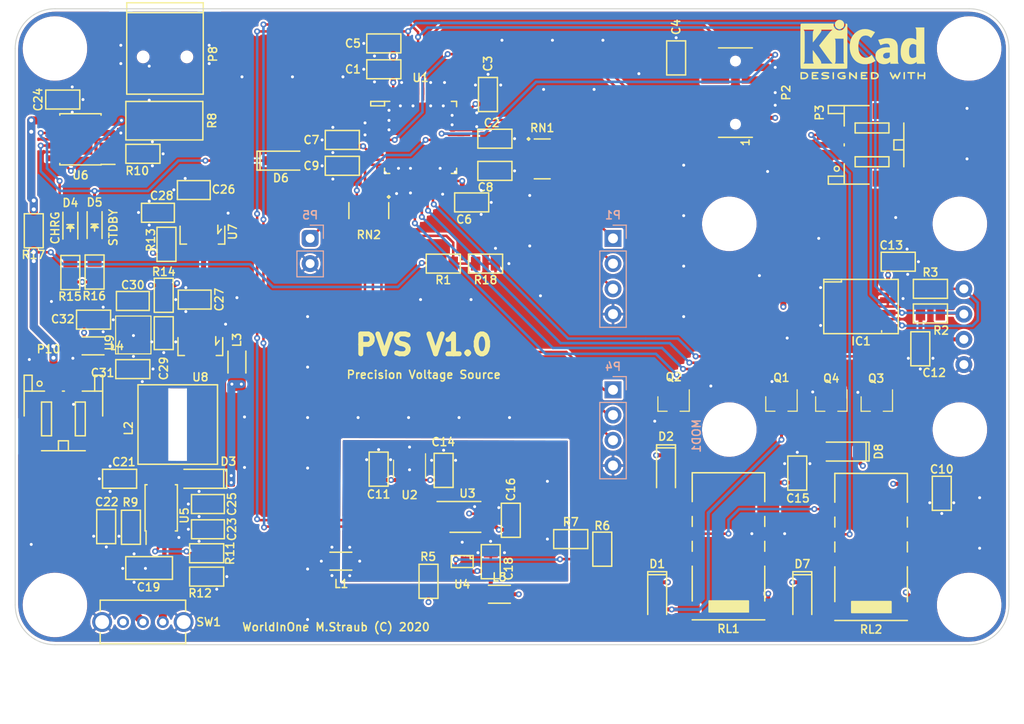
<source format=kicad_pcb>
(kicad_pcb (version 20200724) (host pcbnew "(5.99.0-2541-g5982626a8-dirty)")
  (layers (0 "F.Cu" signal) (1 "GND" power) (2 "PWR" power) (31 "B.Cu" signal) (34 "B.Paste" user) (35 "F.Paste" user) (36 "B.SilkS" user) (37 "F.SilkS" user) (38 "B.Mask" user) (39 "F.Mask" user) (44 "Edge.Cuts" user))
  (net 0 "")
  (net 1 "GND")
  (net 2 "/3V3")
  (net 3 "/NRESET")
  (net 4 "/TSG4CAP")
  (net 5 "/TSG1CAP")
  (net 6 "/TSG7CAP")
  (net 7 "/5V")
  (net 8 "/Supply/VIN")
  (net 9 "Net-(C21-Pad1)")
  (net 10 "Net-(C22-Pad1)")
  (net 11 "/Supply/VBAT+")
  (net 12 "Net-(C26-Pad1)")
  (net 13 "Net-(C29-Pad1)")
  (net 14 "Net-(C28-Pad1)")
  (net 15 "Net-(D1-Pad2)")
  (net 16 "Net-(D2-Pad2)")
  (net 17 "Net-(D3-Pad2)")
  (net 18 "Net-(D4-Pad2)")
  (net 19 "/Supply/NSTDBY")
  (net 20 "Net-(D5-Pad2)")
  (net 21 "/NCHRG")
  (net 22 "/SCL")
  (net 23 "/SDA")
  (net 24 "Net-(P1-Pad3)")
  (net 25 "Net-(P1-Pad2)")
  (net 26 "/SWO")
  (net 27 "/SWCLK")
  (net 28 "/SWDIO")
  (net 29 "/DACOUT")
  (net 30 "/Supply/VUSB")
  (net 31 "/TSG1LEFT")
  (net 32 "/4.096V")
  (net 33 "Net-(P8-Pad1)")
  (net 34 "/DACOUTB")
  (net 35 "GNDA")
  (net 36 "Net-(C30-Pad2)")
  (net 37 "Net-(C30-Pad1)")
  (net 38 "/-5V")
  (net 39 "Net-(C31-Pad1)")
  (net 40 "/Supply/VCHRG")
  (net 41 "Net-(R6-Pad2)")
  (net 42 "Net-(R9-Pad1)")
  (net 43 "Net-(R10-Pad1)")
  (net 44 "Net-(R11-Pad2)")
  (net 45 "/TSG4MEM")
  (net 46 "/TSG1DOWN")
  (net 47 "/TSG7SET")
  (net 48 "/TSG7UP")
  (net 49 "/TSG7RIGHT")
  (net 50 "/TSG1ON")
  (net 51 "Net-(D6-Pad2)")
  (net 52 "/VBAT")
  (net 53 "Net-(D7-Pad2)")
  (net 54 "Net-(D8-Pad2)")
  (net 55 "Net-(RL1-Pad9)")
  (net 56 "/5VFILT")
  (net 57 "/OUTON")
  (net 58 "/OUTOFF")
  (net 59 "/VOUT")
  (net 60 "/ATTON")
  (net 61 "/ATTOFF")
  (net 62 "Net-(P1-Pad1)")
  (net 63 "/Supply/6V")
  (net 64 "/USBRX")
  (net 65 "/USBTX")
  (net 66 "Net-(P4-Pad3)")
  (net 67 "Net-(P4-Pad2)")
  (net 68 "Net-(P4-Pad1)")
  (net 69 "Net-(P5-Pad1)")
  (module "Capacitors_SMD:CAPC2012X95" (layer "F.Cu") (at -35.052 0.646 -90)
    (fp_text reference "C29" (at 3.556 0 90) (layer "F.SilkS") (effects (font (size 0.8128 0.8128) (thickness 0.1524))))
    (fp_text value "1µ")
    (pad "1" smd rect (at -0.9 0 270) (size 1.05 1.4) (layers "F.Cu" "F.Paste" "F.Mask") (net 13 "Net-(C29-Pad1)"))
    (pad "2" smd rect (at 0.9 0 270) (size 1.05 1.4) (layers "F.Cu" "F.Paste" "F.Mask") (net 1 "GND"))
  )
  (module "Capacitors_SMD:CAPC2012X125" (layer "F.Cu") (at -38.1635 4.2655)
    (fp_text reference "C31" (at -3.0425 0.381) (layer "F.SilkS") (effects (font (size 0.8128 0.8128) (thickness 0.1524))))
    (fp_text value "4.7µ")
    (pad "1" smd rect (at -0.95 0) (size 1.05 1.4) (layers "F.Cu" "F.Paste" "F.Mask") (net 39 "Net-(C31-Pad1)"))
    (pad "2" smd rect (at 0.95 0) (size 1.05 1.4) (layers "F.Cu" "F.Paste" "F.Mask") (net 1 "GND"))
  )
  (module "Resistors_SMD:RESC2012X60" (layer "F.Cu") (at 42.1005 -3.81)
    (fp_text reference "R3" (at 0 -1.651) (layer "F.SilkS") (effects (font (size 0.8128 0.8128) (thickness 0.1524))))
    (fp_text value "4.7K")
    (pad "1" smd rect (at -1 0) (size 0.95 1.4) (layers "F.Cu" "F.Paste" "F.Mask") (net 7 "/5V"))
    (pad "2" smd rect (at 1 0) (size 0.95 1.4) (layers "F.Cu" "F.Paste" "F.Mask") (net 23 "/SDA"))
  )
  (module "Capacitors_SMD:CAPC2012X60" (layer "F.Cu") (at -4.064 -12.5095)
    (fp_text reference "C6" (at -0.762 1.7145) (layer "F.SilkS") (effects (font (size 0.8128 0.8128) (thickness 0.1524))))
    (fp_text value "100N")
    (pad "1" smd rect (at -0.95 0) (size 1.05 1.4) (layers "F.Cu" "F.Paste" "F.Mask") (net 2 "/3V3"))
    (pad "2" smd rect (at 0.95 0) (size 1.05 1.4) (layers "F.Cu" "F.Paste" "F.Mask") (net 1 "GND"))
  )
  (module "Resistors_SMD:RESC2012X60" (layer "F.Cu") (at -30.734 22.7965 180)
    (fp_text reference "R11" (at -2.3495 0 90) (layer "F.SilkS") (effects (font (size 0.8128 0.8128) (thickness 0.1524))))
    (fp_text value "47K")
    (pad "1" smd rect (at -1 0 180) (size 0.95 1.4) (layers "F.Cu" "F.Paste" "F.Mask") (net 63 "/Supply/6V"))
    (pad "2" smd rect (at 1 0 180) (size 0.95 1.4) (layers "F.Cu" "F.Paste" "F.Mask") (net 44 "Net-(R11-Pad2)"))
  )
  (module "Resistors_SMD:RESC2012X60" (layer "F.Cu") (at -35.052 -3.164 -90)
    (fp_text reference "R14" (at -2.3605 0 180) (layer "F.SilkS") (effects (font (size 0.8128 0.8128) (thickness 0.1524))))
    (fp_text value "0E")
    (pad "1" smd rect (at -1 0 270) (size 0.95 1.4) (layers "F.Cu" "F.Paste" "F.Mask") (net 7 "/5V"))
    (pad "2" smd rect (at 1 0 270) (size 0.95 1.4) (layers "F.Cu" "F.Paste" "F.Mask") (net 13 "Net-(C29-Pad1)"))
  )
  (module "Symbols:KiCad-Logo2_6mm_SilkScreen" (layer "F.Cu") (at 35.3 -27.9)
    (fp_text reference "REF***" hide)
    (fp_text value "KiCad-Logo2_6mm_SilkScreen" hide)
  )
  (module "Capacitors_SMD:CAPC2012X60" (layer "F.Cu") (at -12.903 -28.5085 180)
    (fp_text reference "C5" (at 3.109 0) (layer "F.SilkS") (effects (font (size 0.8128 0.8128) (thickness 0.1524))))
    (fp_text value "100N")
    (pad "1" smd rect (at -0.95 0 180) (size 1.05 1.4) (layers "F.Cu" "F.Paste" "F.Mask") (net 2 "/3V3"))
    (pad "2" smd rect (at 0.95 0 180) (size 1.05 1.4) (layers "F.Cu" "F.Paste" "F.Mask") (net 1 "GND"))
  )
  (module "Capacitors_SMD:CAPC2012X60" (layer "F.Cu") (at -13.42775 14.331171 90)
    (fp_text reference "C11" (at -2.54 0 180) (layer "F.SilkS") (effects (font (size 0.8128 0.8128) (thickness 0.1524))))
    (fp_text value "1µ")
    (pad "1" smd rect (at -0.95 0 90) (size 1.05 1.4) (layers "F.Cu" "F.Paste" "F.Mask") (net 56 "/5VFILT"))
    (pad "2" smd rect (at 0.95 0 90) (size 1.05 1.4) (layers "F.Cu" "F.Paste" "F.Mask") (net 35 "GNDA"))
  )
  (module "Capacitors_SMD:CAPC2012X60" (layer "F.Cu") (at -0.1245 19.479671 90)
    (fp_text reference "C16" (at 3.109 0 90) (layer "F.SilkS") (effects (font (size 0.8128 0.8128) (thickness 0.1524))))
    (fp_text value "1µ")
    (pad "1" smd rect (at -0.95 0 90) (size 1.05 1.4) (layers "F.Cu" "F.Paste" "F.Mask") (net 56 "/5VFILT"))
    (pad "2" smd rect (at 0.95 0 90) (size 1.05 1.4) (layers "F.Cu" "F.Paste" "F.Mask") (net 35 "GNDA"))
  )
  (module "Resistors_SMD:RESC2012X60" (layer "F.Cu") (at -6.9215 -6.35)
    (fp_text reference "R1" (at 0 1.651) (layer "F.SilkS") (effects (font (size 0.8128 0.8128) (thickness 0.1524))))
    (fp_text value "33K")
    (pad "1" smd rect (at -1 0) (size 0.95 1.4) (layers "F.Cu" "F.Paste" "F.Mask") (net 11 "/Supply/VBAT+"))
    (pad "2" smd rect (at 1 0) (size 0.95 1.4) (layers "F.Cu" "F.Paste" "F.Mask") (net 52 "/VBAT"))
  )
  (module "Resistors_SMD:RESC2012X60" (layer "F.Cu") (at 9.0805 22.385671 90)
    (fp_text reference "R6" (at 2.3495 0 180) (layer "F.SilkS") (effects (font (size 0.8128 0.8128) (thickness 0.1524))))
    (fp_text value "99K")
    (pad "1" smd rect (at -1 0 90) (size 0.95 1.4) (layers "F.Cu" "F.Paste" "F.Mask") (net 34 "/DACOUTB"))
    (pad "2" smd rect (at 1 0 90) (size 0.95 1.4) (layers "F.Cu" "F.Paste" "F.Mask") (net 41 "Net-(R6-Pad2)"))
  )
  (module "Resistors_SMD:RESC2012X60" (layer "F.Cu") (at -44.45 -5.45338 90)
    (fp_text reference "R15" (at -2.413 -0.0385 180) (layer "F.SilkS") (effects (font (size 0.8128 0.8128) (thickness 0.1524))))
    (fp_text value "3.9K")
    (pad "1" smd rect (at -1 0 90) (size 0.95 1.4) (layers "F.Cu" "F.Paste" "F.Mask") (net 7 "/5V"))
    (pad "2" smd rect (at 1 0 90) (size 0.95 1.4) (layers "F.Cu" "F.Paste" "F.Mask") (net 18 "Net-(D4-Pad2)"))
  )
  (module "Inductors_SMD:L0805" (layer "F.Cu") (at -17.22628 23.592171 180)
    (fp_text reference "L1" (at -0.03175 -2.286 180) (layer "F.SilkS") (effects (font (size 0.8128 0.8128) (thickness 0.1524))))
    (fp_text value "FB0805")
    (pad "1" smd rect (at -0.89916 0 180) (size 0.79756 1.59766) (layers "F.Cu" "F.Paste" "F.Mask") (net 35 "GNDA"))
    (pad "2" smd rect (at 0.89916 0 180) (size 0.79756 1.59766) (layers "F.Cu" "F.Paste" "F.Mask") (net 1 "GND"))
  )
  (module "LEDs:LED_0805" (layer "F.Cu") (at -44.45 -9.92378 -90)
    (fp_text reference "D4" (at -2.54 0 180) (layer "F.SilkS") (effects (font (size 0.8128 0.8128) (thickness 0.1524))))
    (fp_text value "LED0805-G")
    (pad "1" smd rect (at -1.04902 0 90) (size 1.19888 1.19888) (layers "F.Cu" "F.Paste" "F.Mask") (net 19 "/Supply/NSTDBY"))
    (pad "2" smd rect (at 1.04902 0 90) (size 1.19888 1.19888) (layers "F.Cu" "F.Paste" "F.Mask") (net 18 "Net-(D4-Pad2)"))
  )
  (module "Connectors:USB_Mini-B" (layer "F.Cu") (at -34.925 -28.0035 -90)
    (fp_text reference "P8" (at 0.5715 -4.826 90) (layer "F.SilkS") (effects (font (size 0.8128 0.8128) (thickness 0.1524))))
    (fp_text value "USB_B")
    (pad "" np_thru_hole circle (at 0.8509 -2.19964 270) (size 0.89916 0.89916) (drill 0.89916) (layers *.Cu *.Mask))
    (pad "" np_thru_hole circle (at 0.8509 2.19964 270) (size 0.89916 0.89916) (drill 0.89916) (layers *.Cu *.Mask))
    (pad "1" smd rect (at 3.44932 -1.6002 270) (size 2.30124 0.50038) (layers "F.Cu" "F.Paste" "F.Mask") (net 33 "Net-(P8-Pad1)"))
    (pad "2" smd rect (at 3.44932 -0.8001 270) (size 2.30124 0.50038) (layers "F.Cu" "F.Paste" "F.Mask"))
    (pad "3" smd rect (at 3.44932 0 270) (size 2.30124 0.50038) (layers "F.Cu" "F.Paste" "F.Mask"))
    (pad "4" smd rect (at 3.44932 0.8001 270) (size 2.30124 0.50038) (layers "F.Cu" "F.Paste" "F.Mask"))
    (pad "5" smd rect (at 3.44932 1.6002 270) (size 2.30124 0.50038) (layers "F.Cu" "F.Paste" "F.Mask") (net 1 "GND"))
    (pad "6" smd rect (at 3.35026 4.45008 270) (size 2.49936 1.99898) (layers "F.Cu" "F.Paste" "F.Mask") (net 1 "GND"))
    (pad "6" smd rect (at -2.14884 -4.45008 270) (size 2.49936 1.99898) (layers "F.Cu" "F.Paste" "F.Mask") (net 1 "GND"))
    (pad "6" smd rect (at -2.14884 4.45008 270) (size 2.49936 1.99898) (layers "F.Cu" "F.Paste" "F.Mask") (net 1 "GND"))
    (pad "6" smd rect (at 3.35026 -4.45008 270) (size 2.49936 1.99898) (layers "F.Cu" "F.Paste" "F.Mask") (net 1 "GND"))
  )
  (module "Housings_SOIC:SOIC-8-1EP_3.9x4.9mm_Pitch1.27mm_PowerPAD" (layer "F.Cu") (at -43.434 -18.8595 180)
    (fp_text reference "U6" (at 0 -3.6195) (layer "F.SilkS") (effects (font (size 0.8128 0.8128) (thickness 0.1524))))
    (fp_text value "TP4056")
    (pad "1" smd rect (at -2.7 -1.905 180) (size 1.55 0.6) (layers "F.Cu" "F.Paste" "F.Mask"))
    (pad "2" smd rect (at -2.7 -0.635 180) (size 1.55 0.6) (layers "F.Cu" "F.Paste" "F.Mask") (net 43 "Net-(R10-Pad1)"))
    (pad "3" smd rect (at -2.7 0.635 180) (size 1.55 0.6) (layers "F.Cu" "F.Paste" "F.Mask") (net 1 "GND"))
    (pad "4" smd rect (at -2.7 1.905 180) (size 1.55 0.6) (layers "F.Cu" "F.Paste" "F.Mask") (net 30 "/Supply/VUSB"))
    (pad "5" smd rect (at 2.7 1.905 180) (size 1.55 0.6) (layers "F.Cu" "F.Paste" "F.Mask") (net 40 "/Supply/VCHRG"))
    (pad "6" smd rect (at 2.7 0.635 180) (size 1.55 0.6) (layers "F.Cu" "F.Paste" "F.Mask") (net 19 "/Supply/NSTDBY"))
    (pad "7" smd rect (at 2.7 -0.635 180) (size 1.55 0.6) (layers "F.Cu" "F.Paste" "F.Mask") (net 21 "/NCHRG"))
    (pad "8" smd rect (at 2.7 -1.905 180) (size 1.55 0.6) (layers "F.Cu" "F.Paste" "F.Mask") (net 30 "/Supply/VUSB"))
    (pad "9" smd rect (at 0 0 180) (size 2.4 3.1) (layers "F.Cu" "F.Paste" "F.Mask"))
  )
  (module "Diodes_SMD:SOD-323" (layer "F.Cu") (at 33.528 12.56475 180)
    (fp_text reference "D8" (at -3.3655 0 90) (layer "F.SilkS") (effects (font (size 0.8128 0.8128) (thickness 0.1524))))
    (fp_text value "1N4148WS")
    (pad "1" smd rect (at -1.35 0 180) (size 0.9 0.9) (layers "F.Cu" "F.Paste" "F.Mask") (net 2 "/3V3"))
    (pad "2" smd rect (at 1.35 0 180) (size 0.9 0.9) (layers "F.Cu" "F.Paste" "F.Mask") (net 54 "Net-(D8-Pad2)"))
  )
  (module "Relais_SMD:EE2-xTNUH" (layer "F.Cu") (at 36.1315 22.1615 90)
    (fp_text reference "RL2" (at -8.3 0) (layer "F.SilkS") (effects (font (size 0.8128 0.8128) (thickness 0.1524))))
    (fp_text value "EE2-3TNUH")
    (pad "1" smd rect (at -6.35 4 90) (size 1 2.2) (layers "F.Cu" "F.Paste" "F.Mask") (net 2 "/3V3"))
    (pad "3" smd rect (at -1.27 4 90) (size 1 2.2) (layers "F.Cu" "F.Paste" "F.Mask"))
    (pad "4" smd rect (at 1.27 4 90) (size 1 2.2) (layers "F.Cu" "F.Paste" "F.Mask"))
    (pad "5" smd rect (at 3.81 4 90) (size 1 2.2) (layers "F.Cu" "F.Paste" "F.Mask"))
    (pad "6" smd rect (at 6.35 4 90) (size 1 2.2) (layers "F.Cu" "F.Paste" "F.Mask") (net 2 "/3V3"))
    (pad "7" smd rect (at 6.35 -4 90) (size 1 2.2) (layers "F.Cu" "F.Paste" "F.Mask") (net 54 "Net-(D8-Pad2)"))
    (pad "8" smd rect (at 3.81 -4 90) (size 1 2.2) (layers "F.Cu" "F.Paste" "F.Mask") (net 55 "Net-(RL1-Pad9)"))
    (pad "9" smd rect (at 1.27 -4 90) (size 1 2.2) (layers "F.Cu" "F.Paste" "F.Mask") (net 59 "/VOUT"))
    (pad "10" smd rect (at -1.27 -4 90) (size 1 2.2) (layers "F.Cu" "F.Paste" "F.Mask"))
    (pad "12" smd rect (at -6.35 -4 90) (size 1 2.2) (layers "F.Cu" "F.Paste" "F.Mask") (net 53 "Net-(D7-Pad2)"))
  )
  (module "Buttons_Switches_THT:SK12D07G8" (layer "F.Cu") (at -37.1475 29.718 180)
    (fp_text reference "SW1" (at -6.6167 0) (layer "F.SilkS") (effects (font (size 0.8128 0.8128) (thickness 0.1524))))
    (fp_text value "SK12D07-G8")
    (pad "1" thru_hole circle (at -2 0 180) (size 1.2 1.2) (drill 0.7) (layers *.Cu *.Mask) (net 8 "/Supply/VIN"))
    (pad "2" thru_hole circle (at 0 0 180) (size 1.2 1.2) (drill 0.7) (layers *.Cu *.Mask) (net 11 "/Supply/VBAT+"))
    (pad "3" thru_hole circle (at 2 0 180) (size 1.2 1.2) (drill 0.7) (layers *.Cu *.Mask))
    (pad "Case" thru_hole circle (at 4.1 0 180) (size 2 2) (drill 1.4) (layers *.Cu *.Mask) (net 1 "GND"))
    (pad "Case" thru_hole circle (at -4.1 0 180) (size 2 2) (drill 1.4) (layers *.Cu *.Mask) (net 1 "GND"))
  )
  (module "Capacitors_SMD:CAPC2012X60" (layer "F.Cu") (at -40.8432 20.1168 -90)
    (fp_text reference "C22" (at -2.4765 -0.0635 180) (layer "F.SilkS") (effects (font (size 0.8128 0.8128) (thickness 0.1524))))
    (fp_text value "2.7N")
    (pad "1" smd rect (at -0.95 0 270) (size 1.05 1.4) (layers "F.Cu" "F.Paste" "F.Mask") (net 10 "Net-(C22-Pad1)"))
    (pad "2" smd rect (at 0.95 0 270) (size 1.05 1.4) (layers "F.Cu" "F.Paste" "F.Mask") (net 1 "GND"))
  )
  (module "Housings_TO_SOT_SMD:SOT89-3_Housing" (layer "F.Cu") (at -31.369 1.5985 180)
    (fp_text reference "U8" (at 0 -3.4815) (layer "F.SilkS") (effects (font (size 0.8128 0.8128) (thickness 0.1524))))
    (fp_text value "HT7850")
    (pad "1" smd rect (at -1.50114 1.85166 180) (size 1.00076 1.50114) (layers "F.Cu" "F.Paste" "F.Mask") (net 1 "GND"))
    (pad "2" smd rect (at 0 0.762 180) (size 1.00076 1.00076) (layers "F.Cu") (net 12 "Net-(C26-Pad1)"))
    (pad "2" smd rect (at 0 -1.09982 180) (size 1.99898 2.99974) (layers "F.Cu" "F.Paste" "F.Mask") (net 12 "Net-(C26-Pad1)"))
    (pad "2" smd rect (at 0 1.85166 180) (size 1.00076 1.50114) (layers "F.Cu" "F.Paste" "F.Mask") (net 12 "Net-(C26-Pad1)"))
    (pad "3" smd rect (at 1.50114 1.85166 180) (size 1.00076 1.50114) (layers "F.Cu" "F.Paste" "F.Mask") (net 13 "Net-(C29-Pad1)"))
  )
  (module "Capacitors_SMD:CAPC2012X60" (layer "F.Cu") (at -17.0815 -16.1925 180)
    (fp_text reference "C9" (at 3.109 0) (layer "F.SilkS") (effects (font (size 0.8128 0.8128) (thickness 0.1524))))
    (fp_text value "15N")
    (pad "1" smd rect (at -0.95 0 180) (size 1.05 1.4) (layers "F.Cu" "F.Paste" "F.Mask") (net 5 "/TSG1CAP"))
    (pad "2" smd rect (at 0.95 0 180) (size 1.05 1.4) (layers "F.Cu" "F.Paste" "F.Mask") (net 1 "GND"))
  )
  (module "Capacitors_SMD:CAPC2012X125" (layer "F.Cu") (at 43.2435 16.764 -90)
    (fp_text reference "C10" (at -2.413 0 180) (layer "F.SilkS") (effects (font (size 0.8128 0.8128) (thickness 0.1524))))
    (fp_text value "10µ")
    (pad "1" smd rect (at -0.95 0 270) (size 1.05 1.4) (layers "F.Cu" "F.Paste" "F.Mask") (net 2 "/3V3"))
    (pad "2" smd rect (at 0.95 0 270) (size 1.05 1.4) (layers "F.Cu" "F.Paste" "F.Mask") (net 1 "GND"))
  )
  (module "Diodes_SMD:SOD-323" (layer "F.Cu") (at 14.605 27.051 -90)
    (fp_text reference "D1" (at -3.175 0) (layer "F.SilkS") (effects (font (size 0.8128 0.8128) (thickness 0.1524))))
    (fp_text value "1N4148WS")
    (pad "1" smd rect (at -1.35 0 270) (size 0.9 0.9) (layers "F.Cu" "F.Paste" "F.Mask") (net 2 "/3V3"))
    (pad "2" smd rect (at 1.35 0 270) (size 0.9 0.9) (layers "F.Cu" "F.Paste" "F.Mask") (net 15 "Net-(D1-Pad2)"))
  )
  (module "Connectors_JST:JST_PH_S2B-PH-SM4-TB_02x2.00mm_Angled" (layer "F.Cu") (at -45.1485 8.255)
    (fp_text reference "P10" (at -1.5 -6) (layer "F.SilkS") (effects (font (size 0.8128 0.8128) (thickness 0.1524))))
    (fp_text value "JSTPHMHS-2")
    (pad "" smd rect (at 3.4 2.775) (size 1.6 3.4) (layers "F.Cu" "F.Paste" "F.Mask"))
    (pad "" smd rect (at -3.4 2.775) (size 1.6 3.4) (layers "F.Cu" "F.Paste" "F.Mask"))
    (pad "1" smd rect (at -1 -2.775) (size 1 3.5) (layers "F.Cu" "F.Paste" "F.Mask") (net 11 "/Supply/VBAT+"))
    (pad "2" smd rect (at 1 -2.775) (size 1 3.5) (layers "F.Cu" "F.Paste" "F.Mask") (net 1 "GND"))
  )
  (module "Capacitors_SMD:CAPC2012X125" (layer "F.Cu") (at -45.212 -22.86)
    (fp_text reference "C24" (at -2.4765 0 90) (layer "F.SilkS") (effects (font (size 0.8128 0.8128) (thickness 0.1524))))
    (fp_text value "10µ")
    (pad "1" smd rect (at -0.95 0) (size 1.05 1.4) (layers "F.Cu" "F.Paste" "F.Mask") (net 40 "/Supply/VCHRG"))
    (pad "2" smd rect (at 0.95 0) (size 1.05 1.4) (layers "F.Cu" "F.Paste" "F.Mask") (net 1 "GND"))
  )
  (module "Capacitors_SMD:CAPC2012X60" (layer "F.Cu") (at -39.497 15.3035 180)
    (fp_text reference "C21" (at -0.4318 1.6891 180) (layer "F.SilkS") (effects (font (size 0.8128 0.8128) (thickness 0.1524))))
    (fp_text value "100N")
    (pad "1" smd rect (at -0.95 0 180) (size 1.05 1.4) (layers "F.Cu" "F.Paste" "F.Mask") (net 9 "Net-(C21-Pad1)"))
    (pad "2" smd rect (at 0.95 0 180) (size 1.05 1.4) (layers "F.Cu" "F.Paste" "F.Mask") (net 1 "GND"))
  )
  (module "Capacitors_SMD:CAPC2012X95" (layer "F.Cu") (at -30.607 17.8435 180)
    (fp_text reference "C25" (at -2.413 0 270) (layer "F.SilkS") (effects (font (size 0.8128 0.8128) (thickness 0.1524))))
    (fp_text value "22µ")
    (pad "1" smd rect (at -0.9 0 180) (size 1.05 1.4) (layers "F.Cu" "F.Paste" "F.Mask") (net 63 "/Supply/6V"))
    (pad "2" smd rect (at 0.9 0 180) (size 1.05 1.4) (layers "F.Cu" "F.Paste" "F.Mask") (net 1 "GND"))
  )
  (module "Capacitors_SMD:CAPC2012X60" (layer "F.Cu") (at -2.1465 23.646671 -90)
    (fp_text reference "C18" (at 0.7075 -1.7909 90) (layer "F.SilkS") (effects (font (size 0.8128 0.8128) (thickness 0.1524))))
    (fp_text value "100N")
    (pad "1" smd rect (at -0.95 0 270) (size 1.05 1.4) (layers "F.Cu" "F.Paste" "F.Mask") (net 35 "GNDA"))
    (pad "2" smd rect (at 0.95 0 270) (size 1.05 1.4) (layers "F.Cu" "F.Paste" "F.Mask") (net 56 "/5VFILT"))
  )
  (module "Capacitors_SMD:CAPC2012X60" (layer "F.Cu") (at 16.512593 -27.051 90)
    (fp_text reference "C4" (at 3.109 0 90) (layer "F.SilkS") (effects (font (size 0.8128 0.8128) (thickness 0.1524))))
    (fp_text value "100N")
    (pad "1" smd rect (at -0.95 0 90) (size 1.05 1.4) (layers "F.Cu" "F.Paste" "F.Mask") (net 3 "/NRESET"))
    (pad "2" smd rect (at 0.95 0 90) (size 1.05 1.4) (layers "F.Cu" "F.Paste" "F.Mask") (net 1 "GND"))
  )
  (module "Capacitors_SMD:CAPC2012X95" (layer "F.Cu") (at -30.607 20.3835 180)
    (fp_text reference "C23" (at -2.413 0 270) (layer "F.SilkS") (effects (font (size 0.8128 0.8128) (thickness 0.1524))))
    (fp_text value "22µ")
    (pad "1" smd rect (at -0.9 0 180) (size 1.05 1.4) (layers "F.Cu" "F.Paste" "F.Mask") (net 63 "/Supply/6V"))
    (pad "2" smd rect (at 0.9 0 180) (size 1.05 1.4) (layers "F.Cu" "F.Paste" "F.Mask") (net 1 "GND"))
  )
  (module "Capacitors_SMD:CAPC2012X95" (layer "F.Cu") (at -32.026 -13.7519 180)
    (fp_text reference "C26" (at -2.9955 0.0635 180) (layer "F.SilkS") (effects (font (size 0.8128 0.8128) (thickness 0.1524))))
    (fp_text value "1µ")
    (pad "1" smd rect (at -0.9 0 180) (size 1.05 1.4) (layers "F.Cu" "F.Paste" "F.Mask") (net 12 "Net-(C26-Pad1)"))
    (pad "2" smd rect (at 0.9 0 180) (size 1.05 1.4) (layers "F.Cu" "F.Paste" "F.Mask") (net 1 "GND"))
  )
  (module "Capacitors_SMD:CAPC2012X60" (layer "F.Cu") (at -1.727 -15.6815)
    (fp_text reference "C8" (at -0.94 1.648) (layer "F.SilkS") (effects (font (size 0.8128 0.8128) (thickness 0.1524))))
    (fp_text value "15N")
    (pad "1" smd rect (at -0.95 0) (size 1.05 1.4) (layers "F.Cu" "F.Paste" "F.Mask") (net 6 "/TSG7CAP"))
    (pad "2" smd rect (at 0.95 0) (size 1.05 1.4) (layers "F.Cu" "F.Paste" "F.Mask") (net 1 "GND"))
  )
  (module "Connectors_JST:JST_PH_S2B-PH-SM4-TB_02x2.00mm_Angled" (layer "F.Cu") (at 35.2 -18.3 90)
    (fp_text reference "P3" (at 3.2385 -4.2545 270) (layer "F.SilkS") (effects (font (size 0.8128 0.8128) (thickness 0.1524))))
    (fp_text value "JSTPHMHS-2")
    (pad "" smd rect (at 3.4 2.775 90) (size 1.6 3.4) (layers "F.Cu" "F.Paste" "F.Mask"))
    (pad "" smd rect (at -3.4 2.775 90) (size 1.6 3.4) (layers "F.Cu" "F.Paste" "F.Mask"))
    (pad "1" smd rect (at -1 -2.775 90) (size 1 3.5) (layers "F.Cu" "F.Paste" "F.Mask") (net 35 "GNDA"))
    (pad "2" smd rect (at 1 -2.775 90) (size 1 3.5) (layers "F.Cu" "F.Paste" "F.Mask") (net 59 "/VOUT"))
  )
  (module "Inductors_SMD:L0805" (layer "F.Cu") (at -1.27 26.924 180)
    (fp_text reference "L5" (at 0 1.7145 180) (layer "F.SilkS") (effects (font (size 0.8128 0.8128) (thickness 0.1524))))
    (fp_text value "FB0805")
    (pad "1" smd rect (at -0.89916 0 180) (size 0.79756 1.59766) (layers "F.Cu" "F.Paste" "F.Mask") (net 7 "/5V"))
    (pad "2" smd rect (at 0.89916 0 180) (size 0.79756 1.59766) (layers "F.Cu" "F.Paste" "F.Mask") (net 56 "/5VFILT"))
  )
  (module "Housings_TO_SOT_SMD:SC-70-5" (layer "F.Cu") (at -5.0165 23.630671 180)
    (fp_text reference "U4" (at 0 -2.3) (layer "F.SilkS") (effects (font (size 0.8128 0.8128) (thickness 0.1524))))
    (fp_text value "OPA333AIDCKR")
    (pad "1" smd rect (at -0.6604 1.016 180) (size 0.4064 0.6604) (layers "F.Cu" "F.Paste" "F.Mask") (net 29 "/DACOUT"))
    (pad "2" smd rect (at 0 1.016 180) (size 0.4064 0.6604) (layers "F.Cu" "F.Paste" "F.Mask") (net 35 "GNDA"))
    (pad "3" smd rect (at 0.6604 1.016 180) (size 0.4064 0.6604) (layers "F.Cu" "F.Paste" "F.Mask") (net 34 "/DACOUTB"))
    (pad "4" smd rect (at 0.6604 -1.016 180) (size 0.4064 0.6604) (layers "F.Cu" "F.Paste" "F.Mask") (net 34 "/DACOUTB"))
    (pad "5" smd rect (at -0.6604 -1.016 180) (size 0.4064 0.6604) (layers "F.Cu" "F.Paste" "F.Mask") (net 56 "/5VFILT"))
  )
  (module "Resistors_SMD:RESC2012X60" (layer "F.Cu") (at -34.7781 -8.2909 90)
    (fp_text reference "R13" (at 0.4318 -1.5748 270) (layer "F.SilkS") (effects (font (size 0.8128 0.8128) (thickness 0.1524))))
    (fp_text value "0E")
    (pad "1" smd rect (at -1 0 90) (size 0.95 1.4) (layers "F.Cu" "F.Paste" "F.Mask") (net 2 "/3V3"))
    (pad "2" smd rect (at 1 0 90) (size 0.95 1.4) (layers "F.Cu" "F.Paste" "F.Mask") (net 14 "Net-(C28-Pad1)"))
  )
  (module "Diodes_SMD:SOD-323" (layer "F.Cu") (at 29.21 27.051 -90)
    (fp_text reference "D7" (at -3.175 0) (layer "F.SilkS") (effects (font (size 0.8128 0.8128) (thickness 0.1524))))
    (fp_text value "1N4148WS")
    (pad "1" smd rect (at -1.35 0 270) (size 0.9 0.9) (layers "F.Cu" "F.Paste" "F.Mask") (net 2 "/3V3"))
    (pad "2" smd rect (at 1.35 0 270) (size 0.9 0.9) (layers "F.Cu" "F.Paste" "F.Mask") (net 53 "Net-(D7-Pad2)"))
  )
  (module "LEDs:LED_0805" (layer "F.Cu") (at -42.0116 -9.97458 -90)
    (fp_text reference "D5" (at -2.54 0 180) (layer "F.SilkS") (effects (font (size 0.8128 0.8128) (thickness 0.1524))))
    (fp_text value "LED0805-Y")
    (pad "1" smd rect (at -1.04902 0 90) (size 1.19888 1.19888) (layers "F.Cu" "F.Paste" "F.Mask") (net 21 "/NCHRG"))
    (pad "2" smd rect (at 1.04902 0 90) (size 1.19888 1.19888) (layers "F.Cu" "F.Paste" "F.Mask") (net 20 "Net-(D5-Pad2)"))
  )
  (module "Resistors_SMD:RESC2012X60" (layer "F.Cu") (at -42.0116 -5.50418 90)
    (fp_text reference "R16" (at -2.413 -0.0385 180) (layer "F.SilkS") (effects (font (size 0.8128 0.8128) (thickness 0.1524))))
    (fp_text value "3.9K")
    (pad "1" smd rect (at -1 0 90) (size 0.95 1.4) (layers "F.Cu" "F.Paste" "F.Mask") (net 7 "/5V"))
    (pad "2" smd rect (at 1 0 90) (size 0.95 1.4) (layers "F.Cu" "F.Paste" "F.Mask") (net 20 "Net-(D5-Pad2)"))
  )
  (module "Capacitors_SMD:CAPC2012X60" (layer "F.Cu") (at -2.4255 -23.368 90)
    (fp_text reference "C3" (at 3.109 0 90) (layer "F.SilkS") (effects (font (size 0.8128 0.8128) (thickness 0.1524))))
    (fp_text value "100N")
    (pad "1" smd rect (at -0.95 0 90) (size 1.05 1.4) (layers "F.Cu" "F.Paste" "F.Mask") (net 2 "/3V3"))
    (pad "2" smd rect (at 0.95 0 90) (size 1.05 1.4) (layers "F.Cu" "F.Paste" "F.Mask") (net 1 "GND"))
  )
  (module "Capacitors_SMD:CAPC2012X95" (layer "F.Cu") (at -35.6345 -11.4659 180)
    (fp_text reference "C28" (at -0.381 1.7145) (layer "F.SilkS") (effects (font (size 0.8128 0.8128) (thickness 0.1524))))
    (fp_text value "1µ")
    (pad "1" smd rect (at -0.9 0 180) (size 1.05 1.4) (layers "F.Cu" "F.Paste" "F.Mask") (net 14 "Net-(C28-Pad1)"))
    (pad "2" smd rect (at 0.9 0 180) (size 1.05 1.4) (layers "F.Cu" "F.Paste" "F.Mask") (net 1 "GND"))
  )
  (module "Capacitors_SMD:CAPC2012X60" (layer "F.Cu") (at -42.1132 -0.7112)
    (fp_text reference "C32" (at -3.0988 -0.0508) (layer "F.SilkS") (effects (font (size 0.8128 0.8128) (thickness 0.1524))))
    (fp_text value "100N")
    (pad "1" smd rect (at -0.95 0) (size 1.05 1.4) (layers "F.Cu" "F.Paste" "F.Mask") (net 38 "/-5V"))
    (pad "2" smd rect (at 0.95 0) (size 1.05 1.4) (layers "F.Cu" "F.Paste" "F.Mask") (net 1 "GND"))
  )
  (module "Inductors_SMD:L0805" (layer "F.Cu") (at -42.164 1.9304 180)
    (fp_text reference "L4" (at -2.3876 0) (layer "F.SilkS") (effects (font (size 0.8128 0.8128) (thickness 0.1524))))
    (fp_text value "FB0805")
    (pad "1" smd rect (at -0.89916 0 180) (size 0.79756 1.59766) (layers "F.Cu" "F.Paste" "F.Mask") (net 39 "Net-(C31-Pad1)"))
    (pad "2" smd rect (at 0.89916 0 180) (size 0.79756 1.59766) (layers "F.Cu" "F.Paste" "F.Mask") (net 38 "/-5V"))
  )
  (module "Resistors_SMD:RESC6332X65" (layer "F.Cu") (at -34.9885 -20.7645)
    (fp_text reference "R8" (at 4.801 0.0253 90) (layer "F.SilkS") (effects (font (size 0.8128 0.8128) (thickness 0.1524))))
    (fp_text value "0.2E")
    (pad "1" smd rect (at -3.1 0) (size 1 3.2) (layers "F.Cu" "F.Paste" "F.Mask") (net 30 "/Supply/VUSB"))
    (pad "2" smd rect (at 3.1 0) (size 1 3.2) (layers "F.Cu" "F.Paste" "F.Mask") (net 33 "Net-(P8-Pad1)"))
  )
  (module "Diodes_SMD:SOD-323" (layer "F.Cu") (at -23.2664 -16.7132)
    (fp_text reference "D6" (at 0 1.75 -180) (layer "F.SilkS") (effects (font (size 0.8128 0.8128) (thickness 0.1524))))
    (fp_text value "BAT54WS")
    (pad "1" smd rect (at -1.35 0) (size 0.9 0.9) (layers "F.Cu" "F.Paste" "F.Mask") (net 21 "/NCHRG"))
    (pad "2" smd rect (at 1.35 0) (size 0.9 0.9) (layers "F.Cu" "F.Paste" "F.Mask") (net 51 "Net-(D6-Pad2)"))
  )
  (module "Capacitors_SMD:CAPC2012X60" (layer "F.Cu") (at 38.862 -6.5405 180)
    (fp_text reference "C13" (at 0.6985 1.651) (layer "F.SilkS") (effects (font (size 0.8128 0.8128) (thickness 0.1524))))
    (fp_text value "100N")
    (pad "1" smd rect (at -0.95 0 180) (size 1.05 1.4) (layers "F.Cu" "F.Paste" "F.Mask") (net 1 "GND"))
    (pad "2" smd rect (at 0.95 0 180) (size 1.05 1.4) (layers "F.Cu" "F.Paste" "F.Mask") (net 2 "/3V3"))
  )
  (module "Resistors_SMD:RESCAXE80P160X320X70-8" (layer "F.Cu") (at -14.4145 -11.684 -90)
    (fp_text reference "RN2" (at 2.4384 0) (layer "F.SilkS") (effects (font (size 0.8128 0.8128) (thickness 0.1524))))
    (fp_text value "1K")
    (pad "1" smd rect (at -0.9 -1.2 270) (size 0.95 0.55) (layers "F.Cu" "F.Paste" "F.Mask") (net 46 "/TSG1DOWN"))
    (pad "2" smd rect (at -0.9 -0.4 270) (size 0.95 0.55) (layers "F.Cu" "F.Paste" "F.Mask") (net 31 "/TSG1LEFT"))
    (pad "3" smd rect (at -0.9 0.4 270) (size 0.95 0.55) (layers "F.Cu" "F.Paste" "F.Mask") (net 50 "/TSG1ON"))
    (pad "4" smd rect (at -0.9 1.2 270) (size 0.95 0.55) (layers "F.Cu" "F.Paste" "F.Mask") (net 45 "/TSG4MEM"))
    (pad "5" smd rect (at 0.9 1.2 270) (size 0.95 0.55) (layers "F.Cu" "F.Paste" "F.Mask") (net 69 "Net-(P5-Pad1)"))
    (pad "6" smd rect (at 0.9 0.4 270) (size 0.95 0.55) (layers "F.Cu" "F.Paste" "F.Mask") (net 66 "Net-(P4-Pad3)"))
    (pad "7" smd rect (at 0.9 -0.4 270) (size 0.95 0.55) (layers "F.Cu" "F.Paste" "F.Mask") (net 67 "Net-(P4-Pad2)"))
    (pad "8" smd rect (at 0.9 -1.2 270) (size 0.95 0.55) (layers "F.Cu" "F.Paste" "F.Mask") (net 68 "Net-(P4-Pad1)"))
  )
  (module "TO_SOT_Packages_SMD:SOT-23" (layer "F.Cu") (at 27.110645 7.740645 -90)
    (fp_text reference "Q1" (at -2.6035 0.0025 180) (layer "F.SilkS") (effects (font (size 0.8128 0.8128) (thickness 0.1524))))
    (fp_text value "BSS138")
    (pad "1" smd rect (at -1.15 -0.95 270) (size 1 0.8) (layers "F.Cu" "F.Paste" "F.Mask") (net 60 "/ATTON"))
    (pad "2" smd rect (at -1.15 0.95 270) (size 1 0.8) (layers "F.Cu" "F.Paste" "F.Mask") (net 1 "GND"))
    (pad "3" smd rect (at 1.15 0 270) (size 1 0.8) (layers "F.Cu" "F.Paste" "F.Mask") (net 15 "Net-(D1-Pad2)"))
  )
  (module "Housings_SSOP:TSSOP-8_4.4x3mm_Pitch0.65mm" (layer "F.Cu") (at -35.306 18.2245 90)
    (fp_text reference "U5" (at -0.7747 2.3368 90) (layer "F.SilkS") (effects (font (size 0.8128 0.8128) (thickness 0.1524))))
    (fp_text value "TPS61085")
    (pad "1" smd rect (at -2.95 -0.975 90) (size 1.45 0.45) (layers "F.Cu" "F.Paste" "F.Mask") (net 42 "Net-(R9-Pad1)"))
    (pad "2" smd rect (at -2.95 -0.325 90) (size 1.45 0.45) (layers "F.Cu" "F.Paste" "F.Mask") (net 44 "Net-(R11-Pad2)"))
    (pad "3" smd rect (at -2.95 0.325 90) (size 1.45 0.45) (layers "F.Cu" "F.Paste" "F.Mask") (net 8 "/Supply/VIN"))
    (pad "4" smd rect (at -2.95 0.975 90) (size 1.45 0.45) (layers "F.Cu" "F.Paste" "F.Mask") (net 1 "GND"))
    (pad "5" smd rect (at 2.95 0.975 90) (size 1.45 0.45) (layers "F.Cu" "F.Paste" "F.Mask") (net 17 "Net-(D3-Pad2)"))
    (pad "6" smd rect (at 2.95 0.325 90) (size 1.45 0.45) (layers "F.Cu" "F.Paste" "F.Mask") (net 8 "/Supply/VIN"))
    (pad "7" smd rect (at 2.95 -0.325 90) (size 1.45 0.45) (layers "F.Cu" "F.Paste" "F.Mask") (net 8 "/Supply/VIN"))
    (pad "8" smd rect (at 2.95 -0.975 90) (size 1.45 0.45) (layers "F.Cu" "F.Paste" "F.Mask") (net 9 "Net-(C21-Pad1)"))
  )
  (module "Housings_TO_SOT_SMD:SOT-23-6" (layer "F.Cu") (at -38.117 0.8285 90)
    (fp_text reference "U9" (at -0.77 -2.3905 90) (layer "F.SilkS") (effects (font (size 0.8128 0.8128) (thickness 0.1524))))
    (fp_text value "LM2776")
    (pad "1" smd rect (at -1.1 -0.95 90) (size 1.06 0.65) (layers "F.Cu" "F.Paste" "F.Mask") (net 39 "Net-(C31-Pad1)"))
    (pad "2" smd rect (at -1.1 0 90) (size 1.06 0.65) (layers "F.Cu" "F.Paste" "F.Mask") (net 1 "GND"))
    (pad "3" smd rect (at -1.1 0.95 90) (size 1.06 0.65) (layers "F.Cu" "F.Paste" "F.Mask") (net 13 "Net-(C29-Pad1)"))
    (pad "4" smd rect (at 1.1 0.95 90) (size 1.06 0.65) (layers "F.Cu" "F.Paste" "F.Mask") (net 13 "Net-(C29-Pad1)"))
    (pad "5" smd rect (at 1.1 0 90) (size 1.06 0.65) (layers "F.Cu" "F.Paste" "F.Mask") (net 37 "Net-(C30-Pad1)"))
    (pad "6" smd rect (at 1.1 -0.95 90) (size 1.06 0.65) (layers "F.Cu" "F.Paste" "F.Mask") (net 36 "Net-(C30-Pad2)"))
  )
  (module "Connectors_Samtec:SAMTEC-FTSH-107-01-X-DV" (layer "F.Cu") (at 22.481593 -23.5585 90)
    (fp_text reference "P2" (at 0 5.1 90) (layer "F.SilkS") (effects (font (size 0.8128 0.8128) (thickness 0.1524))))
    (fp_text value "MA07-2S-1.27")
    (fp_text user "1" (at -5 1 90) (layer "F.SilkS") (effects (font (size 0.8128 0.8128))))
    (pad "" np_thru_hole circle (at -3.175 0 90) (size 0.7 0.7) (drill 0.7) (layers *.Cu *.Mask))
    (pad "" np_thru_hole circle (at 3.175 0 90) (size 0.7 0.7) (drill 0.7) (layers *.Cu *.Mask))
    (pad "1" smd rect (at -3.81 2.032 90) (size 0.74 2.79) (layers "F.Cu" "F.Paste"))
    (pad "2" smd rect (at -3.81 -2.032 90) (size 0.74 2.79) (layers "F.Cu" "F.Paste"))
    (pad "3" smd rect (at -2.54 2.032 90) (size 0.74 2.79) (layers "F.Cu" "F.Paste") (net 2 "/3V3"))
    (pad "4" smd rect (at -2.54 -2.032 90) (size 0.74 2.79) (layers "F.Cu" "F.Paste") (net 28 "/SWDIO"))
    (pad "5" smd rect (at -1.27 2.032 90) (size 0.74 2.79) (layers "F.Cu" "F.Paste") (net 1 "GND"))
    (pad "6" smd rect (at -1.27 -2.032 90) (size 0.74 2.79) (layers "F.Cu" "F.Paste") (net 27 "/SWCLK"))
    (pad "7" smd rect (at 0 2.032 90) (size 0.74 2.79) (layers "F.Cu" "F.Paste") (net 1 "GND"))
    (pad "8" smd rect (at 0 -2.032 90) (size 0.74 2.79) (layers "F.Cu" "F.Paste") (net 26 "/SWO"))
    (pad "9" smd rect (at 1.27 2.032 90) (size 0.74 2.79) (layers "F.Cu" "F.Paste"))
    (pad "10" smd rect (at 1.27 -2.032 90) (size 0.74 2.79) (layers "F.Cu" "F.Paste"))
    (pad "11" smd rect (at 2.54 2.032 90) (size 0.74 2.79) (layers "F.Cu" "F.Paste") (net 1 "GND"))
    (pad "12" smd rect (at 2.54 -2.032 90) (size 0.74 2.79) (layers "F.Cu" "F.Paste") (net 3 "/NRESET"))
    (pad "13" smd rect (at 3.81 2.032 90) (size 0.74 2.79) (layers "F.Cu" "F.Paste") (net 64 "/USBRX"))
    (pad "14" smd rect (at 3.81 -2.032 90) (size 0.74 2.79) (layers "F.Cu" "F.Paste") (net 65 "/USBTX"))
  )
  (module "Capacitors_SMD:CAPC2012X95" (layer "F.Cu") (at -31.9405 -2.7305 180)
    (fp_text reference "C27" (at -2.4765 0 270) (layer "F.SilkS") (effects (font (size 0.8128 0.8128) (thickness 0.1524))))
    (fp_text value "1µ")
    (pad "1" smd rect (at -0.9 0 180) (size 1.05 1.4) (layers "F.Cu" "F.Paste" "F.Mask") (net 12 "Net-(C26-Pad1)"))
    (pad "2" smd rect (at 0.9 0 180) (size 1.05 1.4) (layers "F.Cu" "F.Paste" "F.Mask") (net 1 "GND"))
  )
  (module "Capacitors_SMD:CAPC3216X125" (layer "F.Cu") (at -36.5252 24.2824 180)
    (fp_text reference "C19" (at 0.0508 -1.9304) (layer "F.SilkS") (effects (font (size 0.8128 0.8128) (thickness 0.1524))))
    (fp_text value "10µ")
    (pad "1" smd rect (at -1.5 0 180) (size 1.15 1.8) (layers "F.Cu" "F.Paste" "F.Mask") (net 8 "/Supply/VIN"))
    (pad "2" smd rect (at 1.5 0 180) (size 1.15 1.8) (layers "F.Cu" "F.Paste" "F.Mask") (net 1 "GND"))
  )
  (module "Inductors_SMD:L0805" (layer "F.Cu") (at -27.686 3.556 90)
    (fp_text reference "L3" (at 2.2225 0 270) (layer "F.SilkS") (effects (font (size 0.8128 0.8128) (thickness 0.1524))))
    (fp_text value "FB0805")
    (pad "1" smd rect (at -0.89916 0 90) (size 0.79756 1.59766) (layers "F.Cu" "F.Paste" "F.Mask") (net 63 "/Supply/6V"))
    (pad "2" smd rect (at 0.89916 0 90) (size 0.79756 1.59766) (layers "F.Cu" "F.Paste" "F.Mask") (net 12 "Net-(C26-Pad1)"))
  )
  (module "Diodes_SMD:SOD-323" (layer "F.Cu") (at 15.494 14.2875 -90)
    (fp_text reference "D2" (at -3.2385 0) (layer "F.SilkS") (effects (font (size 0.8128 0.8128) (thickness 0.1524))))
    (fp_text value "1N4148WS")
    (pad "1" smd rect (at -1.35 0 270) (size 0.9 0.9) (layers "F.Cu" "F.Paste" "F.Mask") (net 2 "/3V3"))
    (pad "2" smd rect (at 1.35 0 270) (size 0.9 0.9) (layers "F.Cu" "F.Paste" "F.Mask") (net 16 "Net-(D2-Pad2)"))
  )
  (module "Mounting_Holes:MountingHole_2.7mm_M2.5_DIN965" (layer "F.Cu") (at -46 28)
    (fp_text reference "MH1" hide)
    (fp_text value "Mounting_Hole")
    (pad "" np_thru_hole circle (at 0 0) (size 2.7 2.7) (drill 2.7) (layers *.Cu *.Mask) (clearance 1.9))
  )
  (module "Capacitors_SMD:CAPC2012X125" (layer "F.Cu") (at 28.702 14.7295 90)
    (fp_text reference "C15" (at -2.5425 0.0635) (layer "F.SilkS") (effects (font (size 0.8128 0.8128) (thickness 0.1524))))
    (fp_text value "10µ")
    (pad "1" smd rect (at -0.95 0 90) (size 1.05 1.4) (layers "F.Cu" "F.Paste" "F.Mask") (net 2 "/3V3"))
    (pad "2" smd rect (at 0.95 0 90) (size 1.05 1.4) (layers "F.Cu" "F.Paste" "F.Mask") (net 1 "GND"))
  )
  (module "Resistors_SMD:RESC2012X60" (layer "F.Cu") (at 5.9055 21.369671 180)
    (fp_text reference "R7" (at 0 1.7145) (layer "F.SilkS") (effects (font (size 0.8128 0.8128) (thickness 0.1524))))
    (fp_text value "1K")
    (pad "1" smd rect (at -1 0 180) (size 0.95 1.4) (layers "F.Cu" "F.Paste" "F.Mask") (net 41 "Net-(R6-Pad2)"))
    (pad "2" smd rect (at 1 0 180) (size 0.95 1.4) (layers "F.Cu" "F.Paste" "F.Mask") (net 35 "GNDA"))
  )
  (module "Housings_SOIC:SOIC-8_3.9x4.9mm_Pitch1.27mm" (layer "F.Cu") (at 35.1155 -2.032)
    (fp_text reference "IC1" (at 0 3.4925) (layer "F.SilkS") (effects (font (size 0.8128 0.8128) (thickness 0.1524))))
    (fp_text value "24C01")
    (pad "1" smd rect (at -2.7 -1.905) (size 1.55 0.6) (layers "F.Cu" "F.Paste" "F.Mask") (net 1 "GND"))
    (pad "2" smd rect (at -2.7 -0.635) (size 1.55 0.6) (layers "F.Cu" "F.Paste" "F.Mask") (net 1 "GND"))
    (pad "3" smd rect (at -2.7 0.635) (size 1.55 0.6) (layers "F.Cu" "F.Paste" "F.Mask") (net 1 "GND"))
    (pad "4" smd rect (at -2.7 1.905) (size 1.55 0.6) (layers "F.Cu" "F.Paste" "F.Mask") (net 1 "GND"))
    (pad "5" smd rect (at 2.7 1.905) (size 1.55 0.6) (layers "F.Cu" "F.Paste" "F.Mask") (net 23 "/SDA"))
    (pad "6" smd rect (at 2.7 0.635) (size 1.55 0.6) (layers "F.Cu" "F.Paste" "F.Mask") (net 22 "/SCL"))
    (pad "7" smd rect (at 2.7 -0.635) (size 1.55 0.6) (layers "F.Cu" "F.Paste" "F.Mask") (net 1 "GND"))
    (pad "8" smd rect (at 2.7 -1.905) (size 1.55 0.6) (layers "F.Cu" "F.Paste" "F.Mask") (net 2 "/3V3"))
  )
  (module "Resistors_SMD:RESC2012X60" (layer "F.Cu") (at -48.133 -9.652 90)
    (fp_text reference "R17" (at -2.413 -0.0385 180) (layer "F.SilkS") (effects (font (size 0.8128 0.8128) (thickness 0.1524))))
    (fp_text value "0E")
    (pad "1" smd rect (at -1 0 90) (size 0.95 1.4) (layers "F.Cu" "F.Paste" "F.Mask") (net 11 "/Supply/VBAT+"))
    (pad "2" smd rect (at 1 0 90) (size 0.95 1.4) (layers "F.Cu" "F.Paste" "F.Mask") (net 40 "/Supply/VCHRG"))
  )
  (module "TO_SOT_Packages_SMD:SOT-23" (layer "F.Cu") (at 32.131 7.747 -90)
    (fp_text reference "Q4" (at -2.54 0.0025 180) (layer "F.SilkS") (effects (font (size 0.8128 0.8128) (thickness 0.1524))))
    (fp_text value "BSS138")
    (pad "1" smd rect (at -1.15 -0.95 270) (size 1 0.8) (layers "F.Cu" "F.Paste" "F.Mask") (net 58 "/OUTOFF"))
    (pad "2" smd rect (at -1.15 0.95 270) (size 1 0.8) (layers "F.Cu" "F.Paste" "F.Mask") (net 1 "GND"))
    (pad "3" smd rect (at 1.15 0 270) (size 1 0.8) (layers "F.Cu" "F.Paste" "F.Mask") (net 54 "Net-(D8-Pad2)"))
  )
  (module "Capacitors_SMD:CAPC2012X60" (layer "F.Cu") (at -1.727 -18.92)
    (fp_text reference "C2" (at -0.3175 -1.5875) (layer "F.SilkS") (effects (font (size 0.8128 0.8128) (thickness 0.1524))))
    (fp_text value "15N")
    (pad "1" smd rect (at -0.95 0) (size 1.05 1.4) (layers "F.Cu" "F.Paste" "F.Mask") (net 4 "/TSG4CAP"))
    (pad "2" smd rect (at 0.95 0) (size 1.05 1.4) (layers "F.Cu" "F.Paste" "F.Mask") (net 1 "GND"))
  )
  (module "Capacitors_SMD:CAPC2012X95" (layer "F.Cu") (at -38.1635 -2.5925 180)
    (fp_text reference "C30" (at 0 1.5985) (layer "F.SilkS") (effects (font (size 0.8128 0.8128) (thickness 0.1524))))
    (fp_text value "1µ")
    (pad "1" smd rect (at -0.9 0 180) (size 1.05 1.4) (layers "F.Cu" "F.Paste" "F.Mask") (net 37 "Net-(C30-Pad1)"))
    (pad "2" smd rect (at 0.9 0 180) (size 1.05 1.4) (layers "F.Cu" "F.Paste" "F.Mask") (net 36 "Net-(C30-Pad2)"))
  )
  (module "Housings_TO_SOT_SMD:SOT-23-5" (layer "F.Cu") (at -10.31625 14.328671 -90)
    (fp_text reference "U2" (at 2.606 0 180) (layer "F.SilkS") (effects (font (size 0.8128 0.8128) (thickness 0.1524))))
    (fp_text value "LM4132AMF-4.1")
    (pad "1" smd rect (at -1.1 -0.95 270) (size 1.06 0.65) (layers "F.Cu" "F.Paste" "F.Mask"))
    (pad "2" smd rect (at -1.1 0 270) (size 1.06 0.65) (layers "F.Cu" "F.Paste" "F.Mask") (net 35 "GNDA"))
    (pad "3" smd rect (at -1.1 0.95 270) (size 1.06 0.65) (layers "F.Cu" "F.Paste" "F.Mask") (net 56 "/5VFILT"))
    (pad "4" smd rect (at 1.1 0.95 270) (size 1.06 0.65) (layers "F.Cu" "F.Paste" "F.Mask") (net 56 "/5VFILT"))
    (pad "5" smd rect (at 1.1 -0.95 270) (size 1.06 0.65) (layers "F.Cu" "F.Paste" "F.Mask") (net 32 "/4.096V"))
  )
  (module "Diodes_SMD:SOD-323" (layer "F.Cu") (at -31.115 15.3035 180)
    (fp_text reference "D3" (at -2.5654 1.7399 180) (layer "F.SilkS") (effects (font (size 0.8128 0.8128) (thickness 0.1524))))
    (fp_text value "PMEG2010A")
    (pad "1" smd rect (at -1.35 0 180) (size 0.9 0.9) (layers "F.Cu" "F.Paste" "F.Mask") (net 63 "/Supply/6V"))
    (pad "2" smd rect (at 1.35 0 180) (size 0.9 0.9) (layers "F.Cu" "F.Paste" "F.Mask") (net 17 "Net-(D3-Pad2)"))
  )
  (module "Inductors_SMD:CDRH6D28" (layer "F.Cu") (at -33.6428 9.8425 90)
    (fp_text reference "L2" (at -0.381 -4.953 90) (layer "F.SilkS") (effects (font (size 0.8128 0.8128) (thickness 0.1524))))
    (fp_text value "3.3µ")
    (pad "1" smd rect (at 0 -2.35 90) (size 7.3 2.7) (layers "F.Cu" "F.Paste" "F.Mask") (net 8 "/Supply/VIN"))
    (pad "2" smd rect (at 0 2.35 90) (size 7.3 2.7) (layers "F.Cu" "F.Paste" "F.Mask") (net 17 "Net-(D3-Pad2)"))
  )
  (module "Housings_SSOP:SOP65P490X110-8N-8µMax" (layer "F.Cu") (at -4.693 19.139671)
    (fp_text reference "U3" (at 0.205 -2.362) (layer "F.SilkS") (effects (font (size 0.8128 0.8128) (thickness 0.1524))))
    (fp_text value "MAX5217GUA+")
    (pad "1" smd rect (at -2.165 -0.975) (size 1.42 0.47) (layers "F.Cu" "F.Paste" "F.Mask") (net 32 "/4.096V"))
    (pad "2" smd rect (at -2.165 -0.325) (size 1.42 0.47) (layers "F.Cu" "F.Paste" "F.Mask"))
    (pad "3" smd rect (at -2.165 0.325) (size 1.42 0.47) (layers "F.Cu" "F.Paste" "F.Mask") (net 22 "/SCL"))
    (pad "4" smd rect (at -2.165 0.975) (size 1.42 0.47) (layers "F.Cu" "F.Paste" "F.Mask") (net 23 "/SDA"))
    (pad "5" smd rect (at 2.165 0.975) (size 1.42 0.47) (layers "F.Cu" "F.Paste" "F.Mask") (net 56 "/5VFILT"))
    (pad "6" smd rect (at 2.165 0.325) (size 1.42 0.47) (layers "F.Cu" "F.Paste" "F.Mask") (net 29 "/DACOUT"))
    (pad "7" smd rect (at 2.165 -0.325) (size 1.42 0.47) (layers "F.Cu" "F.Paste" "F.Mask") (net 56 "/5VFILT"))
    (pad "8" smd rect (at 2.165 -0.975) (size 1.42 0.47) (layers "F.Cu" "F.Paste" "F.Mask") (net 35 "GNDA"))
  )
  (module "Resistors_SMD:RESC2012X60" (layer "F.Cu") (at -2.667 -6.35)
    (fp_text reference "R18" (at 0 1.651) (layer "F.SilkS") (effects (font (size 0.8128 0.8128) (thickness 0.1524))))
    (fp_text value "22K")
    (pad "1" smd rect (at -1 0) (size 0.95 1.4) (layers "F.Cu" "F.Paste" "F.Mask") (net 52 "/VBAT"))
    (pad "2" smd rect (at 1 0) (size 0.95 1.4) (layers "F.Cu" "F.Paste" "F.Mask") (net 1 "GND"))
  )
  (module "Mounting_Holes:MountingHole_2.7mm_M2.5_DIN965" (layer "F.Cu") (at 46 28)
    (fp_text reference "MH2" hide)
    (fp_text value "Mounting_Hole")
    (pad "" np_thru_hole circle (at 0 0) (size 2.7 2.7) (drill 2.7) (layers *.Cu *.Mask) (clearance 1.9))
  )
  (module "Resistors_SMD:RESC2012X60" (layer "F.Cu") (at -37.1475 -17.399)
    (fp_text reference "R10" (at -0.5715 1.7145) (layer "F.SilkS") (effects (font (size 0.8128 0.8128) (thickness 0.1524))))
    (fp_text value "1.8K")
    (pad "1" smd rect (at -1 0) (size 0.95 1.4) (layers "F.Cu" "F.Paste" "F.Mask") (net 43 "Net-(R10-Pad1)"))
    (pad "2" smd rect (at 1 0) (size 0.95 1.4) (layers "F.Cu" "F.Paste" "F.Mask") (net 1 "GND"))
  )
  (module "Resistors_SMD:RESCAXE80P160X320X70-8" (layer "F.Cu") (at 3.0355 -16.888)
    (fp_text reference "RN1" (at 0 -3.1115 180) (layer "F.SilkS") (effects (font (size 0.8128 0.8128) (thickness 0.1524))))
    (fp_text value "1K")
    (pad "1" smd rect (at -0.9 -1.2) (size 0.95 0.55) (layers "F.Cu" "F.Paste" "F.Mask") (net 49 "/TSG7RIGHT"))
    (pad "2" smd rect (at -0.9 -0.4) (size 0.95 0.55) (layers "F.Cu" "F.Paste" "F.Mask") (net 47 "/TSG7SET"))
    (pad "3" smd rect (at -0.9 0.4) (size 0.95 0.55) (layers "F.Cu" "F.Paste" "F.Mask") (net 48 "/TSG7UP"))
    (pad "4" smd rect (at -0.9 1.2) (size 0.95 0.55) (layers "F.Cu" "F.Paste" "F.Mask"))
    (pad "5" smd rect (at 0.9 1.2) (size 0.95 0.55) (layers "F.Cu" "F.Paste" "F.Mask"))
    (pad "6" smd rect (at 0.9 0.4) (size 0.95 0.55) (layers "F.Cu" "F.Paste" "F.Mask") (net 24 "Net-(P1-Pad3)"))
    (pad "7" smd rect (at 0.9 -0.4) (size 0.95 0.55) (layers "F.Cu" "F.Paste" "F.Mask") (net 25 "Net-(P1-Pad2)"))
    (pad "8" smd rect (at 0.9 -1.2) (size 0.95 0.55) (layers "F.Cu" "F.Paste" "F.Mask") (net 62 "Net-(P1-Pad1)"))
  )
  (module "Mounting_Holes:MountingHole_2.7mm_M2.5_DIN965" (layer "F.Cu") (at 46 -28)
    (fp_text reference "MH3" hide)
    (fp_text value "Mounting_Hole")
    (pad "" np_thru_hole circle (at 0 0) (size 2.7 2.7) (drill 2.7) (layers *.Cu *.Mask) (clearance 1.9))
  )
  (module "Resistors_SMD:RESC2012X60" (layer "F.Cu") (at -30.734 25.146)
    (fp_text reference "R12" (at -0.6604 1.6764) (layer "F.SilkS") (effects (font (size 0.8128 0.8128) (thickness 0.1524))))
    (fp_text value "12K")
    (pad "1" smd rect (at -1 0) (size 0.95 1.4) (layers "F.Cu" "F.Paste" "F.Mask") (net 44 "Net-(R11-Pad2)"))
    (pad "2" smd rect (at 1 0) (size 0.95 1.4) (layers "F.Cu" "F.Paste" "F.Mask") (net 1 "GND"))
  )
  (module "TO_SOT_Packages_SMD:SOT-23" (layer "F.Cu") (at 36.7055 7.747 -90)
    (fp_text reference "Q3" (at -2.54 0.066 180) (layer "F.SilkS") (effects (font (size 0.8128 0.8128) (thickness 0.1524))))
    (fp_text value "BSS138")
    (pad "1" smd rect (at -1.15 -0.95 270) (size 1 0.8) (layers "F.Cu" "F.Paste" "F.Mask") (net 57 "/OUTON"))
    (pad "2" smd rect (at -1.15 0.95 270) (size 1 0.8) (layers "F.Cu" "F.Paste" "F.Mask") (net 1 "GND"))
    (pad "3" smd rect (at 1.15 0 270) (size 1 0.8) (layers "F.Cu" "F.Paste" "F.Mask") (net 53 "Net-(D7-Pad2)"))
  )
  (module "Relais_SMD:EE2-xTNUH" (layer "F.Cu") (at 21.7805 22.098 90)
    (fp_text reference "RL1" (at -8.3 0) (layer "F.SilkS") (effects (font (size 0.8128 0.8128) (thickness 0.1524))))
    (fp_text value "EE2-3TNUH")
    (pad "1" smd rect (at -6.35 4 90) (size 1 2.2) (layers "F.Cu" "F.Paste" "F.Mask") (net 2 "/3V3"))
    (pad "3" smd rect (at -1.27 4 90) (size 1 2.2) (layers "F.Cu" "F.Paste" "F.Mask"))
    (pad "4" smd rect (at 1.27 4 90) (size 1 2.2) (layers "F.Cu" "F.Paste" "F.Mask") (net 1 "GND"))
    (pad "5" smd rect (at 3.81 4 90) (size 1 2.2) (layers "F.Cu" "F.Paste" "F.Mask"))
    (pad "6" smd rect (at 6.35 4 90) (size 1 2.2) (layers "F.Cu" "F.Paste" "F.Mask") (net 2 "/3V3"))
    (pad "7" smd rect (at 6.35 -4 90) (size 1 2.2) (layers "F.Cu" "F.Paste" "F.Mask") (net 16 "Net-(D2-Pad2)"))
    (pad "8" smd rect (at 3.81 -4 90) (size 1 2.2) (layers "F.Cu" "F.Paste" "F.Mask") (net 41 "Net-(R6-Pad2)"))
    (pad "9" smd rect (at 1.27 -4 90) (size 1 2.2) (layers "F.Cu" "F.Paste" "F.Mask") (net 55 "Net-(RL1-Pad9)"))
    (pad "10" smd rect (at -1.27 -4 90) (size 1 2.2) (layers "F.Cu" "F.Paste" "F.Mask") (net 34 "/DACOUTB"))
    (pad "12" smd rect (at -6.35 -4 90) (size 1 2.2) (layers "F.Cu" "F.Paste" "F.Mask") (net 15 "Net-(D1-Pad2)"))
  )
  (module "TO_SOT_Packages_SMD:SOT-23" (layer "F.Cu") (at 16.256 7.747 -90)
    (fp_text reference "Q2" (at -2.682 -0.015) (layer "F.SilkS") (effects (font (size 0.8128 0.8128) (thickness 0.1524))))
    (fp_text value "BSS138")
    (pad "1" smd rect (at -1.15 -0.95 270) (size 1 0.8) (layers "F.Cu" "F.Paste" "F.Mask") (net 61 "/ATTOFF"))
    (pad "2" smd rect (at -1.15 0.95 270) (size 1 0.8) (layers "F.Cu" "F.Paste" "F.Mask") (net 1 "GND"))
    (pad "3" smd rect (at 1.15 0 270) (size 1 0.8) (layers "F.Cu" "F.Paste" "F.Mask") (net 16 "Net-(D2-Pad2)"))
  )
  (module "Capacitors_SMD:CAPC2012X60" (layer "F.Cu") (at -12.903 -25.905 180)
    (fp_text reference "C1" (at 3.109 0) (layer "F.SilkS") (effects (font (size 0.8128 0.8128) (thickness 0.1524))))
    (fp_text value "4.7µ")
    (pad "1" smd rect (at -0.95 0 180) (size 1.05 1.4) (layers "F.Cu" "F.Paste" "F.Mask") (net 2 "/3V3"))
    (pad "2" smd rect (at 0.95 0 180) (size 1.05 1.4) (layers "F.Cu" "F.Paste" "F.Mask") (net 1 "GND"))
  )
  (module "Resistors_SMD:RESC2012X60" (layer "F.Cu") (at -8.4074 25.621671 -90)
    (fp_text reference "R5" (at -2.4765 0.0381 180) (layer "F.SilkS") (effects (font (size 0.8128 0.8128) (thickness 0.1524))))
    (fp_text value "4.7K")
    (pad "1" smd rect (at -1 0 270) (size 0.95 1.4) (layers "F.Cu" "F.Paste" "F.Mask") (net 34 "/DACOUTB"))
    (pad "2" smd rect (at 1 0 270) (size 0.95 1.4) (layers "F.Cu" "F.Paste" "F.Mask") (net 38 "/-5V"))
  )
  (module "Capacitors_SMD:CAPC2012X60" (layer "F.Cu") (at -17.0815 -18.796 180)
    (fp_text reference "C7" (at 3.109 0) (layer "F.SilkS") (effects (font (size 0.8128 0.8128) (thickness 0.1524))))
    (fp_text value "1µ")
    (pad "1" smd rect (at -0.95 0 180) (size 1.05 1.4) (layers "F.Cu" "F.Paste" "F.Mask") (net 2 "/3V3"))
    (pad "2" smd rect (at 0.95 0 180) (size 1.05 1.4) (layers "F.Cu" "F.Paste" "F.Mask") (net 1 "GND"))
  )
  (module "Capacitors_SMD:CAPC2012X60" (layer "F.Cu") (at 41.0845 2.22 90)
    (fp_text reference "C12" (at -2.4155 1.397 180) (layer "F.SilkS") (effects (font (size 0.8128 0.8128) (thickness 0.1524))))
    (fp_text value "100N")
    (pad "1" smd rect (at -0.95 0 90) (size 1.05 1.4) (layers "F.Cu" "F.Paste" "F.Mask") (net 1 "GND"))
    (pad "2" smd rect (at 0.95 0 90) (size 1.05 1.4) (layers "F.Cu" "F.Paste" "F.Mask") (net 7 "/5V"))
  )
  (module "Housings_QFP:LQFP-48_7x7mm_Pitch0.5mm" (layer "F.Cu") (at -9.2075 -19.05)
    (fp_text reference "U1" (at 0 -6) (layer "F.SilkS") (effects (font (size 0.8128 0.8128) (thickness 0.1524))))
    (fp_text value "STM32L151C8Tx")
    (pad "1" smd rect (at -4.35 -2.75) (size 1.3 0.25) (layers "F.Cu" "F.Paste" "F.Mask") (net 1 "GND"))
    (pad "2" smd rect (at -4.35 -2.25) (size 1.3 0.25) (layers "F.Cu" "F.Paste" "F.Mask") (net 51 "Net-(D6-Pad2)"))
    (pad "3" smd rect (at -4.35 -1.75) (size 1.3 0.25) (layers "F.Cu" "F.Paste" "F.Mask") (net 1 "GND"))
    (pad "4" smd rect (at -4.35 -1.25) (size 1.3 0.25) (layers "F.Cu" "F.Paste" "F.Mask") (net 1 "GND"))
    (pad "5" smd rect (at -4.35 -0.75) (size 1.3 0.25) (layers "F.Cu" "F.Paste" "F.Mask") (net 1 "GND"))
    (pad "6" smd rect (at -4.35 -0.25) (size 1.3 0.25) (layers "F.Cu" "F.Paste" "F.Mask") (net 1 "GND"))
    (pad "7" smd rect (at -4.35 0.25) (size 1.3 0.25) (layers "F.Cu" "F.Paste" "F.Mask") (net 3 "/NRESET"))
    (pad "8" smd rect (at -4.35 0.75) (size 1.3 0.25) (layers "F.Cu" "F.Paste" "F.Mask") (net 1 "GND"))
    (pad "9" smd rect (at -4.35 1.25) (size 1.3 0.25) (layers "F.Cu" "F.Paste" "F.Mask") (net 2 "/3V3"))
    (pad "10" smd rect (at -4.35 1.75) (size 1.3 0.25) (layers "F.Cu" "F.Paste" "F.Mask") (net 5 "/TSG1CAP"))
    (pad "11" smd rect (at -4.35 2.25) (size 1.3 0.25) (layers "F.Cu" "F.Paste" "F.Mask") (net 50 "/TSG1ON"))
    (pad "12" smd rect (at -4.35 2.75) (size 1.3 0.25) (layers "F.Cu" "F.Paste" "F.Mask") (net 31 "/TSG1LEFT"))
    (pad "13" smd rect (at -2.75 4.35 90) (size 1.3 0.25) (layers "F.Cu" "F.Paste" "F.Mask") (net 46 "/TSG1DOWN"))
    (pad "14" smd rect (at -2.25 4.35 90) (size 1.3 0.25) (layers "F.Cu" "F.Paste" "F.Mask") (net 1 "GND"))
    (pad "15" smd rect (at -1.75 4.35 90) (size 1.3 0.25) (layers "F.Cu" "F.Paste" "F.Mask") (net 52 "/VBAT"))
    (pad "16" smd rect (at -1.25 4.35 90) (size 1.3 0.25) (layers "F.Cu" "F.Paste" "F.Mask") (net 1 "GND"))
    (pad "17" smd rect (at -0.75 4.35 90) (size 1.3 0.25) (layers "F.Cu" "F.Paste" "F.Mask") (net 1 "GND"))
    (pad "18" smd rect (at -0.25 4.35 90) (size 1.3 0.25) (layers "F.Cu" "F.Paste" "F.Mask") (net 61 "/ATTOFF"))
    (pad "19" smd rect (at 0.25 4.35 90) (size 1.3 0.25) (layers "F.Cu" "F.Paste" "F.Mask") (net 60 "/ATTON"))
    (pad "20" smd rect (at 0.75 4.35 90) (size 1.3 0.25) (layers "F.Cu" "F.Paste" "F.Mask") (net 58 "/OUTOFF"))
    (pad "21" smd rect (at 1.25 4.35 90) (size 1.3 0.25) (layers "F.Cu" "F.Paste" "F.Mask") (net 57 "/OUTON"))
    (pad "22" smd rect (at 1.75 4.35 90) (size 1.3 0.25) (layers "F.Cu" "F.Paste" "F.Mask") (net 1 "GND"))
    (pad "23" smd rect (at 2.25 4.35 90) (size 1.3 0.25) (layers "F.Cu" "F.Paste" "F.Mask") (net 1 "GND"))
    (pad "24" smd rect (at 2.75 4.35 90) (size 1.3 0.25) (layers "F.Cu" "F.Paste" "F.Mask") (net 2 "/3V3"))
    (pad "25" smd rect (at 4.35 2.75) (size 1.3 0.25) (layers "F.Cu" "F.Paste" "F.Mask") (net 6 "/TSG7CAP"))
    (pad "26" smd rect (at 4.35 2.25) (size 1.3 0.25) (layers "F.Cu" "F.Paste" "F.Mask") (net 48 "/TSG7UP"))
    (pad "27" smd rect (at 4.35 1.75) (size 1.3 0.25) (layers "F.Cu" "F.Paste" "F.Mask") (net 47 "/TSG7SET"))
    (pad "28" smd rect (at 4.35 1.25) (size 1.3 0.25) (layers "F.Cu" "F.Paste" "F.Mask") (net 49 "/TSG7RIGHT"))
    (pad "29" smd rect (at 4.35 0.75) (size 1.3 0.25) (layers "F.Cu" "F.Paste" "F.Mask") (net 4 "/TSG4CAP"))
    (pad "30" smd rect (at 4.35 0.25) (size 1.3 0.25) (layers "F.Cu" "F.Paste" "F.Mask") (net 45 "/TSG4MEM"))
    (pad "31" smd rect (at 4.35 -0.25) (size 1.3 0.25) (layers "F.Cu" "F.Paste" "F.Mask") (net 64 "/USBRX"))
    (pad "32" smd rect (at 4.35 -0.75) (size 1.3 0.25) (layers "F.Cu" "F.Paste" "F.Mask") (net 1 "GND"))
    (pad "33" smd rect (at 4.35 -1.25) (size 1.3 0.25) (layers "F.Cu" "F.Paste" "F.Mask") (net 1 "GND"))
    (pad "34" smd rect (at 4.35 -1.75) (size 1.3 0.25) (layers "F.Cu" "F.Paste" "F.Mask") (net 28 "/SWDIO"))
    (pad "35" smd rect (at 4.35 -2.25) (size 1.3 0.25) (layers "F.Cu" "F.Paste" "F.Mask") (net 1 "GND"))
    (pad "36" smd rect (at 4.35 -2.75) (size 1.3 0.25) (layers "F.Cu" "F.Paste" "F.Mask") (net 2 "/3V3"))
    (pad "37" smd rect (at 2.75 -4.35 90) (size 1.3 0.25) (layers "F.Cu" "F.Paste" "F.Mask") (net 27 "/SWCLK"))
    (pad "38" smd rect (at 2.25 -4.35 90) (size 1.3 0.25) (layers "F.Cu" "F.Paste" "F.Mask") (net 1 "GND"))
    (pad "39" smd rect (at 1.75 -4.35 90) (size 1.3 0.25) (layers "F.Cu" "F.Paste" "F.Mask") (net 26 "/SWO"))
    (pad "40" smd rect (at 1.25 -4.35 90) (size 1.3 0.25) (layers "F.Cu" "F.Paste" "F.Mask") (net 1 "GND"))
    (pad "41" smd rect (at 0.75 -4.35 90) (size 1.3 0.25) (layers "F.Cu" "F.Paste" "F.Mask") (net 1 "GND"))
    (pad "42" smd rect (at 0.25 -4.35 90) (size 1.3 0.25) (layers "F.Cu" "F.Paste" "F.Mask") (net 65 "/USBTX"))
    (pad "43" smd rect (at -0.25 -4.35 90) (size 1.3 0.25) (layers "F.Cu" "F.Paste" "F.Mask") (net 23 "/SDA"))
    (pad "44" smd rect (at -0.75 -4.35 90) (size 1.3 0.25) (layers "F.Cu" "F.Paste" "F.Mask") (net 1 "GND"))
    (pad "45" smd rect (at -1.25 -4.35 90) (size 1.3 0.25) (layers "F.Cu" "F.Paste" "F.Mask") (net 22 "/SCL"))
    (pad "46" smd rect (at -1.75 -4.35 90) (size 1.3 0.25) (layers "F.Cu" "F.Paste" "F.Mask") (net 1 "GND"))
    (pad "47" smd rect (at -2.25 -4.35 90) (size 1.3 0.25) (layers "F.Cu" "F.Paste" "F.Mask") (net 1 "GND"))
    (pad "48" smd rect (at -2.75 -4.35 90) (size 1.3 0.25) (layers "F.Cu" "F.Paste" "F.Mask") (net 2 "/3V3"))
  )
  (module "Resistors_SMD:RESC2012X60" (layer "F.Cu") (at -38.354 20.1836 90)
    (fp_text reference "R9" (at 2.5052 -0.0508 180) (layer "F.SilkS") (effects (font (size 0.8128 0.8128) (thickness 0.1524))))
    (fp_text value "12K")
    (pad "1" smd rect (at -1 0 90) (size 0.95 1.4) (layers "F.Cu" "F.Paste" "F.Mask") (net 42 "Net-(R9-Pad1)"))
    (pad "2" smd rect (at 1 0 90) (size 0.95 1.4) (layers "F.Cu" "F.Paste" "F.Mask") (net 10 "Net-(C22-Pad1)"))
  )
  (module "Capacitors_SMD:CAPC2012X60" (layer "F.Cu") (at -6.88725 14.458171 90)
    (fp_text reference "C14" (at 2.855 -0.03175 180) (layer "F.SilkS") (effects (font (size 0.8128 0.8128) (thickness 0.1524))))
    (fp_text value "1µ")
    (pad "1" smd rect (at -0.95 0 90) (size 1.05 1.4) (layers "F.Cu" "F.Paste" "F.Mask") (net 32 "/4.096V"))
    (pad "2" smd rect (at 0.95 0 90) (size 1.05 1.4) (layers "F.Cu" "F.Paste" "F.Mask") (net 35 "GNDA"))
  )
  (module "Resistors_SMD:RESC2012X60" (layer "F.Cu") (at 42.1005 -1.3335)
    (fp_text reference "R2" (at 1.0795 1.7145) (layer "F.SilkS") (effects (font (size 0.8128 0.8128) (thickness 0.1524))))
    (fp_text value "4.7K")
    (pad "1" smd rect (at -1 0) (size 0.95 1.4) (layers "F.Cu" "F.Paste" "F.Mask") (net 7 "/5V"))
    (pad "2" smd rect (at 1 0) (size 0.95 1.4) (layers "F.Cu" "F.Paste" "F.Mask") (net 22 "/SCL"))
  )
  (module "Mounting_Holes:MountingHole_2.7mm_M2.5_DIN965" (layer "F.Cu") (at -46 -28)
    (fp_text reference "MH4" hide)
    (fp_text value "Mounting_Hole")
    (pad "" np_thru_hole circle (at 0 0) (size 2.7 2.7) (drill 2.7) (layers *.Cu *.Mask) (clearance 1.9))
  )
  (module "Housings_TO_SOT_SMD:SOT89-3_Housing" (layer "F.Cu") (at -31.15648 -9.61424 180)
    (fp_text reference "U7" (at -3.048 -0.0635 270) (layer "F.SilkS") (effects (font (size 0.8128 0.8128) (thickness 0.1524))))
    (fp_text value "HT7833")
    (pad "1" smd rect (at -1.50114 1.85166 180) (size 1.00076 1.50114) (layers "F.Cu" "F.Paste" "F.Mask") (net 1 "GND"))
    (pad "2" smd rect (at 0 0.762 180) (size 1.00076 1.00076) (layers "F.Cu") (net 12 "Net-(C26-Pad1)"))
    (pad "2" smd rect (at 0 -1.09982 180) (size 1.99898 2.99974) (layers "F.Cu" "F.Paste" "F.Mask") (net 12 "Net-(C26-Pad1)"))
    (pad "2" smd rect (at 0 1.85166 180) (size 1.00076 1.50114) (layers "F.Cu" "F.Paste" "F.Mask") (net 12 "Net-(C26-Pad1)"))
    (pad "3" smd rect (at 1.50114 1.85166 180) (size 1.00076 1.50114) (layers "F.Cu" "F.Paste" "F.Mask") (net 14 "Net-(C28-Pad1)"))
  )
  (module "Socket_Strips:Socket_Strip_Straight_1x04_Pitch2.54mm" (layer "B.Cu") (at 10.16 -5.08 180)
    (fp_text reference "P1" (at 0 6.14) (layer "B.SilkS") (effects (font (size 0.8128 0.8128) (thickness 0.1524)) (justify mirror)))
    (fp_text value "FE04-1")
    (pad "1" thru_hole rect (at 0 3.81 180) (size 1.7 1.7) (drill 1) (layers *.Cu *.Mask) (net 62 "Net-(P1-Pad1)"))
    (pad "2" thru_hole oval (at 0 1.27 180) (size 1.7 1.7) (drill 1) (layers *.Cu *.Mask) (net 25 "Net-(P1-Pad2)"))
    (pad "3" thru_hole oval (at 0 -1.27 180) (size 1.7 1.7) (drill 1) (layers *.Cu *.Mask) (net 24 "Net-(P1-Pad3)"))
    (pad "4" thru_hole oval (at 0 -3.81 180) (size 1.7 1.7) (drill 1) (layers *.Cu *.Mask) (net 1 "GND"))
  )
  (module "Opto-Devices:OLED_0.96_TYP1_PCB" (layer "B.Cu") (at 33.4645 0 90)
    (fp_text reference "MOD1" (at -10.9855 -14.9 -90) (layer "B.SilkS") (effects (font (size 0.8128 0.8128) (thickness 0.1524)) (justify mirror)))
    (fp_text value "OLED128X64YB0.96")
    (pad "" np_thru_hole circle (at -10.35 -11.6 90) (size 2.7 2.7) (drill 2.7) (layers *.Cu *.Mask) (clearance 1.4))
    (pad "" np_thru_hole circle (at 10.35 11.6 90) (size 2.7 2.7) (drill 2.7) (layers *.Cu *.Mask) (clearance 1.4))
    (pad "" np_thru_hole circle (at -10.35 11.6 90) (size 2.7 2.7) (drill 2.7) (layers *.Cu *.Mask) (clearance 1.4))
    (pad "" np_thru_hole circle (at 10.35 -11.6 90) (size 2.7 2.7) (drill 2.7) (layers *.Cu *.Mask) (clearance 1.4))
    (pad "1" thru_hole circle (at -3.81 12.0015 90) (size 1.7 1.7) (drill 0.9) (layers *.Cu *.Mask) (net 1 "GND"))
    (pad "2" thru_hole circle (at -1.27 12.0015 90) (size 1.7 1.7) (drill 0.9) (layers *.Cu *.Mask) (net 7 "/5V"))
    (pad "3" thru_hole circle (at 1.27 12.0015 90) (size 1.7 1.7) (drill 0.9) (layers *.Cu *.Mask) (net 22 "/SCL"))
    (pad "4" thru_hole circle (at 3.81 12.0015 90) (size 1.7 1.7) (drill 0.9) (layers *.Cu *.Mask) (net 23 "/SDA"))
  )
  (module "Socket_Strips:Socket_Strip_Straight_1x02_Pitch2.54mm" (layer "B.Cu") (at -20.32 -7.62 180)
    (fp_text reference "P5" (at 0 3.6) (layer "B.SilkS") (effects (font (size 0.8128 0.8128) (thickness 0.1524)) (justify mirror)))
    (fp_text value "FE02-1")
    (pad "1" thru_hole roundrect (at 0 1.27 180) (size 1.7 1.7) (drill 0.9) (layers *.Cu *.Mask) (net 69 "Net-(P5-Pad1)"))
    (pad "2" thru_hole circle (at 0 -1.27 180) (size 1.7 1.7) (drill 0.9) (layers *.Cu *.Mask) (net 1 "GND"))
  )
  (module "Socket_Strips:Socket_Strip_Straight_1x04_Pitch2.54mm" (layer "B.Cu") (at 10.16 10.16 180)
    (fp_text reference "P4" (at 0 6.14) (layer "B.SilkS") (effects (font (size 0.8128 0.8128) (thickness 0.1524)) (justify mirror)))
    (fp_text value "FE04-1")
    (pad "1" thru_hole rect (at 0 3.81 180) (size 1.7 1.7) (drill 1) (layers *.Cu *.Mask) (net 68 "Net-(P4-Pad1)"))
    (pad "2" thru_hole oval (at 0 1.27 180) (size 1.7 1.7) (drill 1) (layers *.Cu *.Mask) (net 67 "Net-(P4-Pad2)"))
    (pad "3" thru_hole oval (at 0 -1.27 180) (size 1.7 1.7) (drill 1) (layers *.Cu *.Mask) (net 66 "Net-(P4-Pad3)"))
    (pad "4" thru_hole oval (at 0 -3.81 180) (size 1.7 1.7) (drill 1) (layers *.Cu *.Mask) (net 1 "GND"))
  )
  (gr_line (start -46 32) (end 46 32) (layer "Edge.Cuts") (width 0.1))
  (gr_line (start -46 -32) (end 46 -32) (layer "Edge.Cuts") (width 0.1))
  (gr_arc (start 46 28) (end 46 32) (angle -90) (layer "Edge.Cuts") (width 0.1))
  (gr_arc (start -46 -28) (end -46 -32) (angle -90) (layer "Edge.Cuts") (width 0.1))
  (gr_line (start 50 28) (end 50 -28) (layer "Edge.Cuts") (width 0.1))
  (gr_arc (start 46 -28) (end 50 -28) (angle -90) (layer "Edge.Cuts") (width 0.1))
  (gr_arc (start -46 28) (end -50 28) (angle -90) (layer "Edge.Cuts") (width 0.1))
  (gr_line (start -50 -28) (end -50 28) (layer "Edge.Cuts") (width 0.1))
  (gr_text "CHRG" (at -45.974 -11.684 90) (layer "F.SilkS") (effects (font (size 0.8128 0.8128) (thickness 0.1524)) (justify right)))
  (gr_text "STDBY" (at -40.132 -11.938 90) (layer "F.SilkS") (effects (font (size 0.8128 0.8128) (thickness 0.1524)) (justify right)))
  (gr_text "WorldInOne M.Straub (C) 2020" (at -17.7165 30.226) (layer "F.SilkS") (effects (font (size 0.8128 0.8128) (thickness 0.1524))))
  (gr_text "PVS V1.0" (at -8.89 1.826) (layer "F.SilkS") (effects (font (size 2 2) (thickness 0.5))))
  (gr_text "Precision Voltage Source" (at -8.89 4.826) (layer "F.SilkS") (effects (font (size 0.8128 0.8128) (thickness 0.1524))))
  (segment (start 34.8005 6.604) (end 35.7485 6.604) (width 0.4064) (layer "F.Cu") (net 1))
  (segment (start -33.528 21.209) (end -34.2965 21.209) (width 0.4064) (layer "F.Cu") (net 1))
  (segment (start -11.43 -15.9385) (end -11.43 -14.7275) (width 0.254) (layer "F.Cu") (net 1))
  (segment (start 26.153645 6.597645) (end 26.153645 5.520145) (width 0.4064) (layer "F.Cu") (net 1))
  (segment (start 31.0515 -3.937) (end 32.4155 -3.937) (width 0.4064) (layer "F.Cu") (net 1))
  (segment (start 43.2435 18.796) (end 43.2435 17.714) (width 0.4064) (layer "F.Cu") (net 1))
  (segment (start -3.1115 -11.303) (end -3.1115 -12.507) (width 0.4064) (layer "F.Cu") (net 1))
  (segment (start -19.1135 -16.1925) (end -18.0315 -16.1925) (width 0.4064) (layer "F.Cu") (net 1))
  (segment (start -42.1005 21.082) (end -40.8584 21.082) (width 0.4064) (layer "F.Cu") (net 1))
  (segment (start -7.4575 -14.7) (end -7.4575 -13.8075) (width 0.254) (layer "F.Cu") (net 1))
  (segment (start -7.4575 -15.72) (end -7.239 -15.9385) (width 0.254) (layer "F.Cu") (net 1))
  (segment (start 31.0515 -0.127) (end 32.4155 -0.127) (width 0.4064) (layer "F.Cu") (net 1))
  (segment (start -39.5605 21.082) (end -40.828 21.082) (width 0.4064) (layer "F.Cu") (net 1))
  (segment (start -44.196 3.175) (end -44.196 5.4325) (width 0.4064) (layer "F.Cu") (net 1))
  (segment (start -33.8455 1.524) (end -35.03 1.524) (width 0.4064) (layer "F.Cu") (net 1))
  (segment (start -6.9575 -14.7) (end -6.9575 -13.3625) (width 0.254) (layer "F.Cu") (net 1))
  (segment (start -7.9575 -24.3405) (end -8.1915 -24.5745) (width 0.254) (layer "F.Cu") (net 1))
  (segment (start -32.5755 20.3835) (end -31.507 20.3835) (width 0.4064) (layer "F.Cu") (net 1))
  (segment (start -41.529 15.3035) (end -40.447 15.3035) (width 0.4064) (layer "F.Cu") (net 1))
  (segment (start -36.5125 -10.2235) (end -36.5125 -11.4439) (width 0.4064) (layer "F.Cu") (net 1))
  (segment (start -44.196 5.4325) (end -44.1485 5.48) (width 0.4064) (layer "F.Cu") (net 1))
  (segment (start 29.972 13.7795) (end 28.702 13.7795) (width 0.4064) (layer "F.Cu") (net 1))
  (segment (start -44.2595 -24.13) (end -44.2595 -22.8625) (width 0.4064) (layer "F.Cu") (net 1))
  (segment (start 30.291752 6.604) (end 30.253923 6.566171) (width 0.4064) (layer "F.Cu") (net 1))
  (segment (start 0.254 -18.923) (end -0.774 -18.923) (width 0.4064) (layer "F.Cu") (net 1))
  (segment (start -6.0325 -19.812) (end -6.0325 -20.32) (width 0.254) (layer "F.Cu") (net 1))
  (segment (start -2.423 -24.3205) (end -2.4255 -24.318) (width 0.4064) (layer "F.Cu") (net 1))
  (segment (start 37.8155 -2.667) (end 39.1795 -2.667) (width 0.4064) (layer "F.Cu") (net 1))
  (segment (start -28.575 -11.43) (end -29.61944 -11.43) (width 0.4064) (layer "F.Cu") (net 1))
  (segment (start -36.1315 4.2545) (end -37.2025 4.2545) (width 0.4064) (layer "F.Cu") (net 1))
  (segment (start -36.195 -16.1925) (end -36.195 -17.3515) (width 0.4064) (layer "F.Cu") (net 1))
  (segment (start -31.496 19.1008) (end -31.496 20.3725) (width 0.4064) (layer "F.Cu") (net 1))
  (segment (start -35.1155 -17.399) (end -36.1475 -17.399) (width 0.4064) (layer "F.Cu") (net 1))
  (segment (start -4.8695 -19.812) (end -6.0325 -19.812) (width 0.254) (layer "F.Cu") (net 1))
  (segment (start -9.9575 -15.6725) (end -10.2235 -15.9385) (width 0.254) (layer "F.Cu") (net 1))
  (segment (start -2.0955 -12.5095) (end -3.114 -12.5095) (width 0.4064) (layer "F.Cu") (net 1))
  (segment (start -13.843 -27.2415) (end -13.843 -28.4985) (width 0.4064) (layer "F.Cu") (net 1))
  (segment (start -6.9575 -15.657) (end -7.239 -15.9385) (width 0.254) (layer "F.Cu") (net 1))
  (segment (start -3.1115 -13.716) (end -3.1115 -12.512) (width 0.4064) (layer "F.Cu") (net 1))
  (segment (start -36.5125 -22.7965) (end -36.5125 -24.54148) (width 0.4064) (layer "F.Cu") (net 1))
  (segment (start -40.132 -0.6985) (end -41.1505 -0.6985) (width 0.4064) (layer "F.Cu") (net 1))
  (segment (start -4.8575 -20.3) (end -3.7265 -20.3) (width 0.254) (layer "F.Cu") (net 1))
  (segment (start -36.8935 24.3205) (end -37.9871 24.3205) (width 0.4064) (layer "F.Cu") (net 1))
  (segment (start -37.211 5.5245) (end -37.211 4.268) (width 0.4064) (layer "F.Cu") (net 1))
  (segment (start 39.751 -7.8105) (end 39.751 -6.6015) (width 0.4064) (layer "F.Cu") (net 1))
  (segment (start -18.034 -14.859) (end -18.034 -16.19) (width 0.4064) (layer "F.Cu") (net 1))
  (segment (start -14.9225 -28.5115) (end -13.856 -28.5115) (width 0.4064) (layer "F.Cu") (net 1))
  (segment (start -28.829 -0.254) (end -29.86702 -0.254) (width 0.4064) (layer "F.Cu") (net 1))
  (segment (start -10.4575 -13.696) (end -10.2235 -13.462) (width 0.254) (layer "F.Cu") (net 1))
  (segment (start -8.4575 -22.491) (end -8.1915 -22.225) (width 0.254) (layer "F.Cu") (net 1))
  (segment (start 42.037 17.7165) (end 43.241 17.7165) (width 0.4064) (layer "F.Cu") (net 1))
  (segment (start -39.37 -26.4795) (end -39.37 -24.65832) (width 0.4064) (layer "F.Cu") (net 1))
  (segment (start 39.8145 -5.2705) (end 39.8145 -6.538) (width 0.4064) (layer "F.Cu") (net 1))
  (segment (start -39.1795 24.3205) (end -38.0633 24.3205) (width 0.4064) (layer "F.Cu") (net 1))
  (segment (start -31.496 21.59) (end -31.496 20.3945) (width 0.4064) (layer "F.Cu") (net 1))
  (segment (start -10.9575 -24.4195) (end -11.1125 -24.5745) (width 0.254) (layer "F.Cu") (net 1))
  (segment (start -2.413 -25.4) (end -2.413 -24.3305) (width 0.4064) (layer "F.Cu") (net 1))
  (segment (start -3.683 -24.3205) (end -2.428 -24.3205) (width 0.4064) (layer "F.Cu") (net 1))
  (segment (start -32.8295 -3.937) (end -32.8295 -2.7415) (width 0.4064) (layer "F.Cu") (net 1))
  (segment (start -40.8305 22.1615) (end -40.8305 21.0795) (width 0.4064) (layer "F.Cu") (net 1))
  (segment (start 27.432 13.7795) (end 28.702 13.7795) (width 0.4064) (layer "F.Cu") (net 1))
  (segment (start -7.4575 -14.7) (end -7.4575 -15.72) (width 0.254) (layer "F.Cu") (net 1))
  (segment (start -7.9575 -23.4) (end -7.9575 -24.3405) (width 0.254) (layer "F.Cu") (net 1))
  (segment (start -44.2595 -21.59) (end -44.2595 -22.8575) (width 0.4064) (layer "F.Cu") (net 1))
  (segment (start 16.512593 -29.083) (end 16.512593 -28.001) (width 0.4064) (layer "F.Cu") (net 1))
  (segment (start -33.8455 -2.7305) (end -32.8405 -2.7305) (width 0.4064) (layer "F.Cu") (net 1))
  (segment (start -34.036 -13.7795) (end -32.9536 -13.7795) (width 0.4064) (layer "F.Cu") (net 1))
  (segment (start -6.0325 -21.2725) (end -4.885 -21.2725) (width 0.254) (layer "F.Cu") (net 1))
  (segment (start -18.034 -17.526) (end -18.034 -18.7935) (width 0.4064) (layer "F.Cu") (net 1))
  (segment (start -6.9575 -22.261) (end -6.9215 -22.225) (width 0.254) (layer "F.Cu") (net 1))
  (segment (start -18.034 -17.526) (end -18.034 -16.195) (width 0.4064) (layer "F.Cu") (net 1))
  (segment (start 39.1795 -2.667) (end 39.345172 -2.832672) (width 0.4064) (layer "F.Cu") (net 1))
  (segment (start -19.1135 -18.796) (end -18.0315 -18.796) (width 0.4064) (layer "F.Cu") (net 1))
  (segment (start -9.9575 -13.728) (end -10.2235 -13.462) (width 0.254) (layer "F.Cu") (net 1))
  (segment (start -32.8295 -1.524) (end -32.8295 -2.7195) (width 0.4064) (layer "F.Cu") (net 1))
  (segment (start -10.9575 -22.507) (end -11.2395 -22.225) (width 0.254) (layer "F.Cu") (net 1))
  (segment (start -41.148 -1.9685) (end -41.148 -0.7264) (width 0.4064) (layer "F.Cu") (net 1))
  (segment (start -1.667 -6.35) (end -0.3175 -6.35) (width 0.4064) (layer "F.Cu") (net 1))
  (segment (start -6.9575 -24.4115) (end -6.7945 -24.5745) (width 0.254) (layer "F.Cu") (net 1))
  (segment (start -38.1 2.9845) (end -38.1 1.9455) (width 0.4064) (layer "F.Cu") (net 1))
  (segment (start -44.1325 5.496) (end -44.1485 5.48) (width 0.4064) (layer "F.Cu") (net 1))
  (segment (start -13.843 -28.4985) (end -13.853 -28.5085) (width 0.4064) (layer "F.Cu") (net 1))
  (segment (start -2.428 -24.3205) (end -2.4255 -24.318) (width 0.4064) (layer "F.Cu") (net 1))
  (segment (start -18.12544 23.592171) (end -18.12544 22.185011) (width 0.4064) (layer "F.Cu") (net 1))
  (segment (start -14.9225 -25.908) (end -13.856 -25.908) (width 0.4064) (layer "F.Cu") (net 1))
  (segment (start -39.37 -19.4945) (end -40.734 -19.4945) (width 0.4064) (layer "F.Cu") (net 1))
  (segment (start -18.034 -20.066) (end -18.034 -18.7985) (width 0.4064) (layer "F.Cu") (net 1))
  (segment (start 14.358 7.552) (end 14.358 9.50751) (width 0.4064) (layer "F.Cu") (net 1))
  (segment (start -6.9575 -14.7) (end -6.9575 -15.657) (width 0.254) (layer "F.Cu") (net 1))
  (segment (start -38.0365 22.86) (end -38.0365 24.2711) (width 0.4064) (layer "F.Cu") (net 1))
  (segment (start -10.4575 -14.7) (end -10.4575 -15.7045) (width 0.254) (layer "F.Cu") (net 1))
  (segment (start -29.718 26.416) (end -29.718 25.162) (width 0.4064) (layer "F.Cu") (net 1))
  (segment (start -41.148 0.508) (end -41.148 -0.696) (width 0.4064) (layer "F.Cu") (net 1))
  (segment (start -7.9575 -23.4) (end -7.9575 -22.459) (width 0.254) (layer "F.Cu") (net 1))
  (segment (start -40.4495 16.5735) (end -40.4495 15.306) (width 0.4064) (layer "F.Cu") (net 1))
  (segment (start -39.37 -28.321) (end -39.37 -30.14726) (width 0.4064) (layer "F.Cu") (net 1))
  (segment (start -4.8775 -20.32) (end -6.0325 -20.32) (width 0.254) (layer "F.Cu") (net 1))
  (segment (start -44.1325 7.8105) (end -44.1325 5.496) (width 0.4064) (layer "F.Cu") (net 1))
  (segment (start -1.667 -6.35) (end -1.667 -7.89) (width 0.4064) (layer "F.Cu") (net 1))
  (segment (start 24.13 20.828) (end 25.7805 20.828) (width 0.4064) (layer "F.Cu") (net 1))
  (segment (start -11.4575 -14.7) (end -11.4575 -13.5615) (width 0.254) (layer "F.Cu") (net 1))
  (segment (start -1.143 -24.3205) (end -2.423 -24.3205) (width 0.4064) (layer "F.Cu") (net 1))
  (segment (start -31.496 16.5735) (end -31.496 17.8325) (width 0.4064) (layer "F.Cu") (net 1))
  (segment (start -40.4495 14.0335) (end -40.4495 15.301) (width 0.4064) (layer "F.Cu") (net 1))
  (segment (start -18.12544 23.592171) (end -18.12544 25.042511) (width 0.4064) (layer "F.Cu") (net 1))
  (segment (start -8.4575 -23.4) (end -8.4575 -22.491) (width 0.254) (layer "F.Cu") (net 1))
  (segment (start 31.174 6.604) (end 30.291752 6.604) (width 0.4064) (layer "F.Cu") (net 1))
  (segment (start -11.4575 -22.443) (end -11.2395 -22.225) (width 0.254) (layer "F.Cu") (net 1))
  (segment (start -32.893 -14.9225) (end -32.893 -13.7849) (width 0.4064) (layer "F.Cu") (net 1))
  (segment (start -13.843 -25.895) (end -13.853 -25.905) (width 0.4064) (layer "F.Cu") (net 1))
  (segment (start -11.4575 -23.4) (end -11.4575 -22.443) (width 0.254) (layer "F.Cu") (net 1))
  (segment (start -7.4575 -13.8075) (end -6.985 -13.335) (width 0.254) (layer "F.Cu") (net 1))
  (segment (start -9.9575 -14.7) (end -9.9575 -15.6725) (width 0.254) (layer "F.Cu") (net 1))
  (segment (start -30.48 -26.4795) (end -30.48 -24.65832) (width 0.4064) (layer "F.Cu") (net 1))
  (segment (start -18.12544 23.592171) (end -19.19478 23.592171) (width 0.4064) (layer "F.Cu") (net 1))
  (segment (start 28.702 12.6365) (end 28.702 13.7795) (width 0.4064) (layer "F.Cu") (net 1))
  (segment (start 40.894 -6.5405) (end 39.812 -6.5405) (width 0.4064) (layer "F.Cu") (net 1))
  (segment (start -7.9575 -22.459) (end -8.1915 -22.225) (width 0.254) (layer "F.Cu") (net 1))
  (segment (start -6.9575 -23.4) (end -6.9575 -22.261) (width 0.254) (layer "F.Cu") (net 1))
  (segment (start -28.702 25.146) (end -29.734 25.146) (width 0.4064) (layer "F.Cu") (net 1))
  (segment (start -4.8575 -20.3) (end -4.8775 -20.32) (width 0.254) (layer "F.Cu") (net 1))
  (segment (start -37.592 -11.4935) (end -36.5621 -11.4935) (width 0.4064) (layer "F.Cu") (net 1))
  (segment (start -43.18 -22.86) (end -44.262 -22.86) (width 0.4064) (layer "F.Cu") (net 1))
  (segment (start 44.45 17.7165) (end 43.246 17.7165) (width 0.4064) (layer "F.Cu") (net 1))
  (segment (start -13.843 -24.638) (end -13.843 -25.895) (width 0.4064) (layer "F.Cu") (net 1))
  (segment (start -31.496 19.1008) (end -31.496 17.8545) (width 0.4064) (layer "F.Cu") (net 1))
  (segment (start -6.9575 -23.4) (end -6.9575 -24.4115) (width 0.254) (layer "F.Cu") (net 1))
  (segment (start -10.4575 -14.7) (end -10.4575 -13.696) (width 0.254) (layer "F.Cu") (net 1))
  (segment (start 26.482093 -22.2885) (end 24.513593 -22.2885) (width 0.4064) (layer "F.Cu") (net 1))
  (segment (start -32.5755 17.8435) (end -31.507 17.8435) (width 0.4064) (layer "F.Cu") (net 1))
  (segment (start -38.0365 25.7175) (end -38.0365 24.2937) (width 0.4064) (layer "F.Cu") (net 1))
  (segment (start -36.2585 1.524) (end -35.074 1.524) (width 0.4064) (layer "F.Cu") (net 1))
  (segment (start -10.9575 -23.4) (end -10.9575 -24.4195) (width 0.254) (layer "F.Cu") (net 1))
  (segment (start 27.432 20.828) (end 25.7805 20.828) (width 0.4064) (layer "F.Cu") (net 1))
  (segment (start -9.9575 -22.237) (end -9.9695 -22.225) (width 0.254) (layer "F.Cu") (net 1))
  (segment (start -30.48 -28.321) (end -30.48 -30.14726) (width 0.4064) (layer "F.Cu") (net 1))
  (segment (start -36.5125 -12.6365) (end -36.5125 -11.4879) (width 0.4064) (layer "F.Cu") (net 1))
  (segment (start -36.195 -18.6055) (end -36.195 -17.4465) (width 0.4064) (layer "F.Cu") (net 1))
  (segment (start 26.482093 -23.5585) (end 24.513593 -23.5585) (width 0.4064) (layer "F.Cu") (net 1))
  (segment (start -13.856 -28.5115) (end -13.853 -28.5085) (width 0.4064) (layer "F.Cu") (net 1))
  (segment (start 15.306 6.604) (end 14.358 7.552) (width 0.4064) (layer "F.Cu") (net 1))
  (segment (start -10.4575 -15.7045) (end -10.2235 -15.9385) (width 0.254) (layer "F.Cu") (net 1))
  (segment (start -2.413 -24.3305) (end -2.4255 -24.318) (width 0.4064) (layer "F.Cu") (net 1))
  (segment (start -13.856 -25.908) (end -13.853 -25.905) (width 0.4064) (layer "F.Cu") (net 1))
  (segment (start -38.1 0.889) (end -38.1 1.9115) (width 0.4064) (layer "F.Cu") (net 1))
  (segment (start 0.254 -15.6845) (end -0.774 -15.6845) (width 0.4064) (layer "F.Cu") (net 1))
  (segment (start -10.9575 -23.4) (end -10.9575 -22.507) (width 0.254) (layer "F.Cu") (net 1))
  (segment (start -6.9575 -13.3625) (end -6.985 -13.335) (width 0.254) (layer "F.Cu") (net 1))
  (segment (start -9.9575 -14.7) (end -9.9575 -13.728) (width 0.254) (layer "F.Cu") (net 1))
  (segment (start -9.9575 -23.4) (end -9.9575 -22.237) (width 0.254) (layer "F.Cu") (net 1))
  (segment (start -35.052 2.6035) (end -35.052 1.546) (width 0.4064) (layer "F.Cu") (net 1))
  (segment (start -3.7265 -20.3) (end -3.556 -20.1295) (width 0.254) (layer "F.Cu") (net 1))
  (segment (start -36.5125 -26.2255) (end -36.5125 -24.56688) (width 0.4064) (layer "F.Cu") (net 1))
  (segment (start -13.843 -27.2415) (end -13.843 -25.915) (width 0.4064) (layer "F.Cu") (net 1))
  (segment (start 26.482093 -26.0985) (end 24.513593 -26.0985) (width 0.4064) (layer "F.Cu") (net 1))
  (segment (start -11.4575 -13.5615) (end -11.6205 -13.3985) (width 0.254) (layer "F.Cu") (net 1))
  (via (at -44.2595 -21.59) (size 0.6) (drill 0.3) (layers "F.Cu" "B.Cu") (net 1))
  (via (at 25.7175 -15.621) (size 0.6) (drill 0.3) (layers "F.Cu" "B.Cu") (net 1))
  (via (at -13.843 -27.2415) (size 0.6) (drill 0.3) (layers "F.Cu" "B.Cu") (net 1))
  (via (at -32.5755 20.3835) (size 0.6) (drill 0.3) (layers "F.Cu" "B.Cu") (net 1))
  (via (at -1.143 -24.3205) (size 0.6) (drill 0.3) (layers "F.Cu" "B.Cu") (net 1))
  (via (at -12.3825 -20.7645) (size 0.6) (drill 0.3) (layers "F.Cu" "B.Cu") (net 1))
  (via (at 26.482093 -23.5585) (size 0.6) (drill 0.3) (layers "F.Cu" "B.Cu") (net 1))
  (via (at -46.355 -2.54) (size 0.6) (drill 0.3) (layers "F.Cu" "B.Cu") (net 1))
  (via (at -40.132 -0.6985) (size 0.6) (drill 0.3) (layers "F.Cu" "B.Cu") (net 1))
  (via (at -19.1135 -18.796) (size 0.6) (drill 0.3) (layers "F.Cu" "B.Cu") (net 1))
  (via (at 14.358 9.50751) (size 0.6) (drill 0.3) (layers "F.Cu" "B.Cu") (net 1))
  (via (at -5.715 -15.5575) (size 0.6) (drill 0.3) (layers "F.Cu" "B.Cu") (net 1))
  (via (at -36.195 -16.1925) (size 0.6) (drill 0.3) (layers "F.Cu" "B.Cu") (net 1))
  (via (at -31.496 16.5735) (size 0.6) (drill 0.3) (layers "F.Cu" "B.Cu") (net 1))
  (via (at -2.413 -25.4) (size 0.6) (drill 0.3) (layers "F.Cu" "B.Cu") (net 1))
  (via (at 0.254 -15.6845) (size 0.6) (drill 0.3) (layers "F.Cu" "B.Cu") (net 1))
  (via (at -39.37 -19.4945) (size 0.6) (drill 0.3) (layers "F.Cu" "B.Cu") (net 1))
  (via (at 43.2435 18.796) (size 0.6) (drill 0.3) (layers "F.Cu" "B.Cu") (net 1))
  (via (at -28.829 -0.254) (size 0.6) (drill 0.3) (layers "F.Cu" "B.Cu") (net 1))
  (via (at -32.5755 17.8435) (size 0.6) (drill 0.3) (layers "F.Cu" "B.Cu") (net 1))
  (via (at -35.1155 -17.399) (size 0.6) (drill 0.3) (layers "F.Cu" "B.Cu") (net 1))
  (via (at -6.0325 -21.2725) (size 0.6) (drill 0.3) (layers "F.Cu" "B.Cu") (net 1))
  (via (at -36.8935 24.3205) (size 0.6) (drill 0.3) (layers "F.Cu" "B.Cu") (net 1))
  (via (at -12.7635 -15.494) (size 0.6) (drill 0.3) (layers "F.Cu" "B.Cu") (net 1))
  (via (at -33.8455 -2.7305) (size 0.6) (drill 0.3) (layers "F.Cu" "B.Cu") (net 1))
  (via (at 2.8575 -3.1115) (size 0.6) (drill 0.3) (layers "F.Cu" "B.Cu") (net 1))
  (via (at -41.529 15.3035) (size 0.6) (drill 0.3) (layers "F.Cu" "B.Cu") (net 1))
  (via (at -18.12544 22.185011) (size 0.6) (drill 0.3) (layers "F.Cu" "B.Cu") (net 1))
  (via (at -19.19478 23.592171) (size 0.6) (drill 0.3) (layers "F.Cu" "B.Cu") (net 1))
  (via (at -0.3175 -6.35) (size 0.6) (drill 0.3) (layers "F.Cu" "B.Cu") (net 1))
  (via (at 17.272 -6.096) (size 0.6) (drill 0.3) (layers "F.Cu" "B.Cu") (net 1))
  (via (at -39.37 -28.321) (size 0.6) (drill 0.3) (layers "F.Cu" "B.Cu") (net 1))
  (via (at -30.48 -26.4795) (size 0.6) (drill 0.3) (layers "F.Cu" "B.Cu") (net 1))
  (via (at -26.924 9.0805) (size 0.6) (drill 0.3) (layers "F.Cu" "B.Cu") (net 1))
  (via (at -7.239 -15.9385) (size 0.6) (drill 0.3) (layers "F.Cu" "B.Cu") (net 1))
  (via (at -17.018 -25.146) (size 0.6) (drill 0.3) (layers "F.Cu" "B.Cu") (net 1))
  (via (at -40.4495 16.5735) (size 0.6) (drill 0.3) (layers "F.Cu" "B.Cu") (net 1))
  (via (at 0.254 -18.923) (size 0.6) (drill 0.3) (layers "F.Cu" "B.Cu") (net 1))
  (via (at -32.893 -14.9225) (size 0.6) (drill 0.3) (layers "F.Cu" "B.Cu") (net 1))
  (via (at -31.496 21.59) (size 0.6) (drill 0.3) (layers "F.Cu" "B.Cu") (net 1))
  (via (at -38.0365 25.7175) (size 0.6) (drill 0.3) (layers "F.Cu" "B.Cu") (net 1))
  (via (at -3.556 -21.5265) (size 0.6) (drill 0.3) (layers "F.Cu" "B.Cu") (net 1))
  (via (at 45.7835 -21.971) (size 0.6) (drill 0.3) (layers "F.Cu" "B.Cu") (net 1))
  (via (at 24.13 20.828) (size 0.6) (drill 0.3) (layers "F.Cu" "B.Cu") (net 1))
  (via (at -39.5605 21.082) (size 0.6) (drill 0.3) (layers "F.Cu" "B.Cu") (net 1))
  (via (at -48.5775 3.302) (size 0.6) (drill 0.3) (layers "F.Cu" "B.Cu") (net 1))
  (via (at -37.211 5.5245) (size 0.6) (drill 0.3) (layers "F.Cu" "B.Cu") (net 1))
  (via (at -33.8455 1.524) (size 0.6) (drill 0.3) (layers "F.Cu" "B.Cu") (net 1))
  (via (at -18.12544 25.042511) (size 0.6) (drill 0.3) (layers "F.Cu" "B.Cu") (net 1))
  (via (at 38.608 -10.9855) (size 0.6) (drill 0.3) (layers "F.Cu" "B.Cu") (net 1))
  (via (at -12.3825 -21.7805) (size 0.6) (drill 0.3) (layers "F.Cu" "B.Cu") (net 1))
  (via (at -14.7955 -19.304) (size 0.6) (drill 0.3) (layers "F.Cu" "B.Cu") (net 1))
  (via (at -8.1915 -22.225) (size 0.6) (drill 0.3) (layers "F.Cu" "B.Cu") (net 1))
  (via (at -9.9695 -22.225) (size 0.6) (drill 0.3) (layers "F.Cu" "B.Cu") (net 1))
  (via (at 12.7635 -25.4635) (size 0.6) (drill 0.3) (layers "F.Cu" "B.Cu") (net 1))
  (via (at -35.052 2.6035) (size 0.6) (drill 0.3) (layers "F.Cu" "B.Cu") (net 1))
  (via (at -36.5125 -12.6365) (size 0.6) (drill 0.3) (layers "F.Cu" "B.Cu") (net 1))
  (via (at 47.0535 22.2885) (size 0.6) (drill 0.3) (layers "F.Cu" "B.Cu") (net 1))
  (via (at -11.43 -15.9385) (size 0.6) (drill 0.3) (layers "F.Cu" "B.Cu") (net 1))
  (via (at -44.2595 -24.13) (size 0.6) (drill 0.3) (layers "F.Cu" "B.Cu") (net 1))
  (via (at -26.924 14.1605) (size 0.6) (drill 0.3) (layers "F.Cu" "B.Cu") (net 1))
  (via (at -38.1 2.9845) (size 0.6) (drill 0.3) (layers "F.Cu" "B.Cu") (net 1))
  (via (at -9.2075 -2.7305) (size 0.6) (drill 0.3) (layers "F.Cu" "B.Cu") (net 1))
  (via (at 31.0515 -3.937) (size 0.6) (drill 0.3) (layers "F.Cu" "B.Cu") (net 1))
  (via (at 8.255 -23.88079) (size 0.6) (drill 0.3) (layers "F.Cu" "B.Cu") (net 1))
  (via (at -34.036 -13.7795) (size 0.6) (drill 0.3) (layers "F.Cu" "B.Cu") (net 1))
  (via (at -27.178 -25.146) (size 0.6) (drill 0.3) (layers "F.Cu" "B.Cu") (net 1))
  (via (at -28.702 25.146) (size 0.6) (drill 0.3) (layers "F.Cu" "B.Cu") (net 1))
  (via (at 16.512593 -29.083) (size 0.6) (drill 0.3) (layers "F.Cu" "B.Cu") (net 1))
  (via (at 27.686 1.143) (size 0.6) (drill 0.3) (layers "F.Cu" "B.Cu") (net 1))
  (via (at 24.892 -5.1435) (size 0.6) (drill 0.3) (layers "F.Cu" "B.Cu") (net 1))
  (via (at -38.0365 22.86) (size 0.6) (drill 0.3) (layers "F.Cu" "B.Cu") (net 1))
  (via (at -48.387 21.9075) (size 0.6) (drill 0.3) (layers "F.Cu" "B.Cu") (net 1))
  (via (at -4.1275 -2.7305) (size 0.6) (drill 0.3) (layers "F.Cu" "B.Cu") (net 1))
  (via (at -20.574 -1.016) (size 0.6) (drill 0.3) (layers "F.Cu" "B.Cu") (net 1))
  (via (at -14.9225 -28.5115) (size 0.6) (drill 0.3) (layers "F.Cu" "B.Cu") (net 1))
  (via (at -32.8295 -1.524) (size 0.6) (drill 0.3) (layers "F.Cu" "B.Cu") (net 1))
  (via (at -39.1795 24.3205) (size 0.6) (drill 0.3) (layers "F.Cu" "B.Cu") (net 1))
  (via (at 34.8005 6.604) (size 0.6) (drill 0.3) (layers "F.Cu" "B.Cu") (net 1))
  (via (at 42.3545 3.175) (size 0.6) (drill 0.3) (layers "F.Cu" "B.Cu") (net 1))
  (via (at -3.1115 -11.303) (size 0.6) (drill 0.3) (layers "F.Cu" "B.Cu") (net 1))
  (via (at -20.574 4.064) (size 0.6) (drill 0.3) (layers "F.Cu" "B.Cu") (net 1))
  (via (at -12.3825 -19.812) (size 0.6) (drill 0.3) (layers "F.Cu" "B.Cu") (net 1))
  (via (at 27.432 20.828) (size 0.6) (drill 0.3) (layers "F.Cu" "B.Cu") (net 1))
  (via (at -18.034 -17.526) (size 0.6) (drill 0.3) (layers "F.Cu" "B.Cu") (net 1))
  (via (at -33.528 21.209) (size 0.6) (drill 0.3) (layers "F.Cu" "B.Cu") (net 1))
  (via (at -42.1005 21.082) (size 0.6) (drill 0.3) (layers "F.Cu" "B.Cu") (net 1))
  (via (at -40.8305 22.1615) (size 0.6) (drill 0.3) (layers "F.Cu" "B.Cu") (net 1))
  (via (at 26.155645 5.518145) (size 0.6) (drill 0.3) (layers "F.Cu" "B.Cu") (net 1))
  (via (at -36.5125 -10.2235) (size 0.6) (drill 0.3) (layers "F.Cu" "B.Cu") (net 1))
  (via (at -36.2585 1.524) (size 0.6) (drill 0.3) (layers "F.Cu" "B.Cu") (net 1))
  (via (at -1.667 -7.89) (size 0.6) (drill 0.3) (layers "F.Cu" "B.Cu") (net 1))
  (via (at -1.016 -28.829) (size 0.6) (drill 0.3) (layers "F.Cu" "B.Cu") (net 1))
  (via (at -2.0955 -12.5095) (size 0.6) (drill 0.3) (layers "F.Cu" "B.Cu") (net 1))
  (via (at -20.574 29.464) (size 0.6) (drill 0.3) (layers "F.Cu" "B.Cu") (net 1))
  (via (at -3.556 -20.1295) (size 0.6) (drill 0.3) (layers "F.Cu" "B.Cu") (net 1))
  (via (at -37.592 -11.4935) (size 0.6) (drill 0.3) (layers "F.Cu" "B.Cu") (net 1))
  (via (at 4.064 -28.829) (size 0.6) (drill 0.3) (layers "F.Cu" "B.Cu") (net 1))
  (via (at -36.5125 -26.2255) (size 0.6) (drill 0.3) (layers "F.Cu" "B.Cu") (net 1))
  (via (at -30.48 -28.321) (size 0.6) (drill 0.3) (layers "F.Cu" "B.Cu") (net 1))
  (via (at -10.2235 -15.9385) (size 0.6) (drill 0.3) (layers "F.Cu" "B.Cu") (net 1))
  (via (at 42.037 17.7165) (size 0.6) (drill 0.3) (layers "F.Cu" "B.Cu") (net 1))
  (via (at -38.1 0.889) (size 0.6) (drill 0.3) (layers "F.Cu" "B.Cu") (net 1))
  (via (at 39.345172 -2.832672) (size 0.6) (drill 0.3) (layers "F.Cu" "B.Cu") (net 1))
  (via (at 44.45 17.7165) (size 0.6) (drill 0.3) (layers "F.Cu" "B.Cu") (net 1))
  (via (at -6.0325 -20.32) (size 0.6) (drill 0.3) (layers "F.Cu" "B.Cu") (net 1))
  (via (at 26.482093 -26.0985) (size 0.6) (drill 0.3) (layers "F.Cu" "B.Cu") (net 1))
  (via (at -41.148 0.508) (size 0.6) (drill 0.3) (layers "F.Cu" "B.Cu") (net 1))
  (via (at -20.574 24.384) (size 0.6) (drill 0.3) (layers "F.Cu" "B.Cu") (net 1))
  (via (at -44.1325 7.8105) (size 0.6) (drill 0.3) (layers "F.Cu" "B.Cu") (net 1))
  (via (at -44.196 3.175) (size 0.6) (drill 0.3) (layers "F.Cu" "B.Cu") (net 1))
  (via (at -14.7955 -20.5105) (size 0.6) (drill 0.3) (layers "F.Cu" "B.Cu") (net 1))
  (via (at -20.574 14.224) (size 0.6) (drill 0.3) (layers "F.Cu" "B.Cu") (net 1))
  (via (at -39.37 -26.4795) (size 0.6) (drill 0.3) (layers "F.Cu" "B.Cu") (net 1))
  (via (at 17.272 -1.016) (size 0.6) (drill 0.3) (layers "F.Cu" "B.Cu") (net 1))
  (via (at -6.9215 -22.225) (size 0.6) (drill 0.3) (layers "F.Cu" "B.Cu") (net 1))
  (via (at -3.683 -24.3205) (size 0.6) (drill 0.3) (layers "F.Cu" "B.Cu") (net 1))
  (via (at -36.1315 4.2545) (size 0.6) (drill 0.3) (layers "F.Cu" "B.Cu") (net 1))
  (via (at -27.686 -2.921) (size 0.6) (drill 0.3) (layers "F.Cu" "B.Cu") (net 1))
  (via (at 39.8145 -5.2705) (size 0.6) (drill 0.3) (layers "F.Cu" "B.Cu") (net 1))
  (via (at -5.334 9.144) (size 0.6) (drill 0.3) (layers "F.Cu" "B.Cu") (net 1))
  (via (at 3.175 -23.88079) (size 0.6) (drill 0.3) (layers "F.Cu" "B.Cu") (net 1))
  (via (at -29.718 26.416) (size 0.6) (drill 0.3) (layers "F.Cu" "B.Cu") (net 1))
  (via (at -22.098 -25.146) (size 0.6) (drill 0.3) (layers "F.Cu" "B.Cu") (net 1))
  (via (at 1.778 -13.208) (size 0.6) (drill 0.3) (layers "F.Cu" "B.Cu") (net 1))
  (via (at 1.778 -8.128) (size 0.6) (drill 0.3) (layers "F.Cu" "B.Cu") (net 1))
  (via (at 27.432 13.7795) (size 0.6) (drill 0.3) (layers "F.Cu" "B.Cu") (net 1))
  (via (at -18.034 -20.066) (size 0.6) (drill 0.3) (layers "F.Cu" "B.Cu") (net 1))
  (via (at -15.494 9.144) (size 0.6) (drill 0.3) (layers "F.Cu" "B.Cu") (net 1))
  (via (at 17.272 -11.176) (size 0.6) (drill 0.3) (layers "F.Cu" "B.Cu") (net 1))
  (via (at 9.144 -28.829) (size 0.6) (drill 0.3) (layers "F.Cu" "B.Cu") (net 1))
  (via (at 39.878 3.175) (size 0.6) (drill 0.3) (layers "F.Cu" "B.Cu") (net 1))
  (via (at -41.148 -1.9685) (size 0.6) (drill 0.3) (layers "F.Cu" "B.Cu") (net 1))
  (via (at -32.8295 -3.937) (size 0.6) (drill 0.3) (layers "F.Cu" "B.Cu") (net 1))
  (via (at 40.894 -6.5405) (size 0.6) (drill 0.3) (layers "F.Cu" "B.Cu") (net 1))
  (via (at -13.843 -24.638) (size 0.6) (drill 0.3) (layers "F.Cu" "B.Cu") (net 1))
  (via (at -11.2395 -22.225) (size 0.6) (drill 0.3) (layers "F.Cu" "B.Cu") (net 1))
  (via (at -20.574 9.144) (size 0.6) (drill 0.3) (layers "F.Cu" "B.Cu") (net 1))
  (via (at -36.5125 -22.7965) (size 0.6) (drill 0.3) (layers "F.Cu" "B.Cu") (net 1))
  (via (at -36.195 -18.6055) (size 0.6) (drill 0.3) (layers "F.Cu" "B.Cu") (net 1))
  (via (at 30.861 -8.89) (size 0.6) (drill 0.3) (layers "F.Cu" "B.Cu") (net 1))
  (via (at -0.254 9.144) (size 0.6) (drill 0.3) (layers "F.Cu" "B.Cu") (net 1))
  (via (at 17.272 -16.256) (size 0.6) (drill 0.3) (layers "F.Cu" "B.Cu") (net 1))
  (via (at -6.7945 -24.5745) (size 0.6) (drill 0.3) (layers "F.Cu" "B.Cu") (net 1))
  (via (at -10.414 9.144) (size 0.6) (drill 0.3) (layers "F.Cu" "B.Cu") (net 1))
  (via (at 30.253923 6.566171) (size 0.6) (drill 0.3) (layers "F.Cu" "B.Cu") (net 1))
  (via (at -28.575 -11.43) (size 0.6) (drill 0.3) (layers "F.Cu" "B.Cu") (net 1))
  (via (at -6.985 -13.335) (size 0.6) (drill 0.3) (layers "F.Cu" "B.Cu") (net 1))
  (via (at -3.1115 -13.716) (size 0.6) (drill 0.3) (layers "F.Cu" "B.Cu") (net 1))
  (via (at -31.496 19.1008) (size 0.6) (drill 0.3) (layers "F.Cu" "B.Cu") (net 1))
  (via (at 39.751 -7.8105) (size 0.6) (drill 0.3) (layers "F.Cu" "B.Cu") (net 1))
  (via (at -14.9225 -25.908) (size 0.6) (drill 0.3) (layers "F.Cu" "B.Cu") (net 1))
  (via (at 29.972 13.7795) (size 0.6) (drill 0.3) (layers "F.Cu" "B.Cu") (net 1))
  (via (at 31.0515 -0.127) (size 0.6) (drill 0.3) (layers "F.Cu" "B.Cu") (net 1))
  (via (at 41.0845 4.2545) (size 0.6) (drill 0.3) (layers "F.Cu" "B.Cu") (net 1))
  (via (at -40.4495 14.0335) (size 0.6) (drill 0.3) (layers "F.Cu" "B.Cu") (net 1))
  (via (at -11.1125 -24.5745) (size 0.6) (drill 0.3) (layers "F.Cu" "B.Cu") (net 1))
  (via (at -19.1135 -16.1925) (size 0.6) (drill 0.3) (layers "F.Cu" "B.Cu") (net 1))
  (via (at 47.0535 17.2085) (size 0.6) (drill 0.3) (layers "F.Cu" "B.Cu") (net 1))
  (via (at -18.034 -14.859) (size 0.6) (drill 0.3) (layers "F.Cu" "B.Cu") (net 1))
  (via (at -10.2235 -13.462) (size 0.6) (drill 0.3) (layers "F.Cu" "B.Cu") (net 1))
  (via (at 20.0025 5.969) (size 0.6) (drill 0.3) (layers "F.Cu" "B.Cu") (net 1))
  (via (at 26.482093 -22.2885) (size 0.6) (drill 0.3) (layers "F.Cu" "B.Cu") (net 1))
  (via (at -8.1915 -24.5745) (size 0.6) (drill 0.3) (layers "F.Cu" "B.Cu") (net 1))
  (via (at 45.7835 -16.891) (size 0.6) (drill 0.3) (layers "F.Cu" "B.Cu") (net 1))
  (via (at -11.6205 -13.3985) (size 0.6) (drill 0.3) (layers "F.Cu" "B.Cu") (net 1))
  (via (at 28.702 12.6365) (size 0.6) (drill 0.3) (layers "F.Cu" "B.Cu") (net 1))
  (via (at -43.18 -22.86) (size 0.6) (drill 0.3) (layers "F.Cu" "B.Cu") (net 1))
  (segment (start -3.683 -22.4155) (end -2.428 -22.4155) (width 0.508) (layer "F.Cu") (net 2))
  (segment (start -15.4965 -18.161) (end -14.986 -18.161) (width 0.508) (layer "F.Cu") (net 2))
  (segment (start -11.953 -25.905) (end -11.953 -24.574) (width 0.508) (layer "F.Cu") (net 2))
  (segment (start 27.432 15.6845) (end 25.844 15.6845) (width 0.4064) (layer "F.Cu") (net 2))
  (segment (start -11.9575 -24.5645) (end -11.9505 -24.5715) (width 0.254) (layer "F.Cu") (net 2))
  (segment (start -11.953 -24.574) (end -11.9505 -24.5715) (width 0.508) (layer "F.Cu") (net 2))
  (segment (start -11.9575 -23.4) (end -11.9575 -24.5645) (width 0.254) (layer "F.Cu") (net 2))
  (segment (start -34.7781 -7.2909) (end -36.00929 -7.2909) (width 0.254) (layer "F.Cu") (net 2))
  (segment (start 34.878 12.56475) (end 34.878 13.578) (width 0.4064) (layer "F.Cu") (net 2))
  (segment (start 15.494 12.9375) (end 14.4945 12.9375) (width 0.4064) (layer "F.Cu") (net 2))
  (segment (start -11.953 -25.905) (end -11.953 -27.236) (width 0.508) (layer "F.Cu") (net 2))
  (segment (start -4.8575 -21.8) (end -4.2985 -21.8) (width 0.254) (layer "F.Cu") (net 2))
  (segment (start -16.1315 -18.796) (end -15.4965 -18.161) (width 0.508) (layer "F.Cu") (net 2))
  (segment (start 40.132 27.2415) (end 39.624 26.7335) (width 0.4064) (layer "F.Cu") (net 2))
  (segment (start 37.846 -5.207) (end 37.846 -6.4745) (width 0.4064) (layer "F.Cu") (net 2))
  (segment (start -4.2985 -21.8) (end -3.683 -22.4155) (width 0.254) (layer "F.Cu") (net 2))
  (segment (start 25.7805 26.861) (end 25.781 26.8605) (width 0.4064) (layer "F.Cu") (net 2))
  (segment (start -11.9505 -27.2385) (end -11.9505 -28.506) (width 0.508) (layer "F.Cu") (net 2))
  (segment (start -11.953 -27.236) (end -11.9505 -27.2385) (width 0.508) (layer "F.Cu") (net 2))
  (segment (start -36.00929 -7.2909) (end -36.1431 -7.42471) (width 0.254) (layer "F.Cu") (net 2))
  (segment (start 37.846 -5.207) (end 37.846 -3.9675) (width 0.4064) (layer "F.Cu") (net 2))
  (segment (start -14.625 -17.8) (end -14.986 -18.161) (width 0.254) (layer "F.Cu") (net 2))
  (segment (start -6.426 -14.6685) (end -5.0165 -14.6685) (width 0.254) (layer "F.Cu") (net 2))
  (segment (start 40.132 28.511) (end 40.132 27.2415) (width 0.4064) (layer "F.Cu") (net 2))
  (segment (start 15.6845 25.7175) (end 14.6215 25.7175) (width 0.4064) (layer "F.Cu") (net 2))
  (segment (start 34.878 13.578) (end 35.3 14) (width 0.4064) (layer "F.Cu") (net 2))
  (segment (start -2.428 -22.4155) (end -2.4255 -22.418) (width 0.508) (layer "F.Cu") (net 2))
  (segment (start 24.513593 -21.0185) (end 26.482093 -21.0185) (width 0.4064) (layer "F.Cu") (net 2))
  (segment (start 38.354 15.8115) (end 43.241 15.8115) (width 0.4064) (layer "F.Cu") (net 2))
  (segment (start -5.0165 -12.512) (end -5.0165 -14.6685) (width 0.508) (layer "F.Cu") (net 2))
  (segment (start -13.5575 -17.8) (end -14.625 -17.8) (width 0.254) (layer "F.Cu") (net 2))
  (segment (start 28.194 25.7175) (end 29.1935 25.7175) (width 0.4064) (layer "F.Cu") (net 2))
  (segment (start 27.432 15.6845) (end 28.697 15.6845) (width 0.4064) (layer "F.Cu") (net 2))
  (segment (start 25.7805 28.448) (end 25.7805 26.861) (width 0.4064) (layer "F.Cu") (net 2))
  (via (at -11.9505 -24.5715) (size 0.6) (drill 0.3) (layers "F.Cu" "B.Cu") (net 2))
  (via (at -3.683 -22.4155) (size 0.6) (drill 0.3) (layers "F.Cu" "B.Cu") (net 2))
  (via (at 26.482093 -21.0185) (size 0.6) (drill 0.3) (layers "F.Cu" "B.Cu") (net 2))
  (via (at 35.3 14) (size 0.6) (drill 0.3) (layers "F.Cu" "B.Cu") (net 2))
  (via (at 28.194 25.7175) (size 0.6) (drill 0.3) (layers "F.Cu" "B.Cu") (net 2))
  (via (at 14.4945 12.9375) (size 0.6) (drill 0.3) (layers "F.Cu" "B.Cu") (net 2))
  (via (at -36.1431 -7.42471) (size 0.6) (drill 0.3) (layers "F.Cu" "B.Cu") (net 2))
  (via (at 37.846 -5.207) (size 0.6) (drill 0.3) (layers "F.Cu" "B.Cu") (net 2))
  (via (at -5.0165 -14.6685) (size 0.6) (drill 0.3) (layers "F.Cu" "B.Cu") (net 2))
  (via (at -14.986 -18.161) (size 0.6) (drill 0.3) (layers "F.Cu" "B.Cu") (net 2))
  (via (at 15.6845 25.7175) (size 0.6) (drill 0.3) (layers "F.Cu" "B.Cu") (net 2))
  (via (at -11.9505 -27.2385) (size 0.6) (drill 0.3) (layers "F.Cu" "B.Cu") (net 2))
  (via (at 27.432 15.6845) (size 0.6) (drill 0.3) (layers "F.Cu" "B.Cu") (net 2))
  (via (at 25.781 26.8605) (size 0.6) (drill 0.3) (layers "F.Cu" "B.Cu") (net 2))
  (via (at 38.354 15.8115) (size 0.6) (drill 0.3) (layers "F.Cu" "B.Cu") (net 2))
  (via (at 39.624 26.7335) (size 0.6) (drill 0.3) (layers "F.Cu" "B.Cu") (net 2))
  (segment (start 16.512593 -26.101) (end 20.447093 -26.101) (width 0.254) (layer "F.Cu") (net 3))
  (segment (start 14.861593 -26.0985) (end 13.528093 -27.432) (width 0.254) (layer "F.Cu") (net 3))
  (segment (start -13.5575 -18.8) (end -11.807 -18.8) (width 0.254) (layer "F.Cu") (net 3))
  (segment (start -6.477 -27.432) (end 13.528093 -27.432) (width 0.254) (layer "F.Cu") (net 3))
  (segment (start 14.861593 -26.0985) (end 16.510093 -26.0985) (width 0.254) (layer "F.Cu") (net 3))
  (via (at -6.477 -27.432) (size 0.6) (drill 0.3) (layers "F.Cu" "B.Cu") (net 3))
  (via (at -11.807 -18.8) (size 0.6) (drill 0.3) (layers "F.Cu" "B.Cu") (net 3))
  (segment (start -11.807 -18.8) (end -9.017 -21.59) (width 0.254) (layer "B.Cu") (net 3))
  (segment (start -9.017 -21.59) (end -9.017 -24.892) (width 0.254) (layer "B.Cu") (net 3))
  (segment (start -9.017 -24.892) (end -6.477 -27.432) (width 0.254) (layer "B.Cu") (net 3))
  (segment (start -3.297 -18.3) (end -2.677 -18.92) (width 0.254) (layer "F.Cu") (net 4))
  (segment (start -4.8575 -18.3) (end -3.297 -18.3) (width 0.254) (layer "F.Cu") (net 4))
  (segment (start -13.5575 -17.3) (end -15.024 -17.3) (width 0.254) (layer "F.Cu") (net 5))
  (segment (start -15.024 -17.3) (end -16.1315 -16.1925) (width 0.254) (layer "F.Cu") (net 5))
  (segment (start -3.2955 -16.3) (end -2.677 -15.6815) (width 0.254) (layer "F.Cu") (net 6))
  (segment (start -4.8575 -16.3) (end -3.2955 -16.3) (width 0.254) (layer "F.Cu") (net 6))
  (segment (start -43.24782 -4.50418) (end -44.3992 -4.50418) (width 0.3048) (layer "F.Cu") (net 7))
  (segment (start -33.936 -4.164) (end -33.7185 -4.3815) (width 0.4064) (layer "F.Cu") (net 7))
  (segment (start 41.1005 -3.81) (end 41.1005 -1.3335) (width 0.4064) (layer "F.Cu") (net 7))
  (segment (start 41.0845 1.27) (end 45.466 1.27) (width 0.4064) (layer "F.Cu") (net 7))
  (segment (start -35.052 -4.164) (end -33.936 -4.164) (width 0.4064) (layer "F.Cu") (net 7))
  (segment (start -35.052 -4.164) (end -36.349 -4.164) (width 0.4064) (layer "F.Cu") (net 7))
  (segment (start 41.1005 -1.3335) (end 41.1005 1.254) (width 0.4064) (layer "F.Cu") (net 7))
  (segment (start 0.6752 26.924) (end -0.37084 26.924) (width 0.4064) (layer "F.Cu") (net 7))
  (segment (start -43.24782 -4.50418) (end -42.0116 -4.50418) (width 0.3048) (layer "F.Cu") (net 7))
  (via (at -36.349 -4.164) (size 0.6) (drill 0.3) (layers "F.Cu" "B.Cu") (net 7))
  (via (at 0.6752 26.924) (size 0.6) (drill 0.3) (layers "F.Cu" "B.Cu") (net 7))
  (via (at -43.24782 -4.50418) (size 0.6) (drill 0.3) (layers "F.Cu" "B.Cu") (net 7))
  (via (at -33.7185 -4.3815) (size 0.6) (drill 0.3) (layers "F.Cu" "B.Cu") (net 7))
  (segment (start -35.1475 29.718) (end -35.1475 26.575) (width 0.8128) (layer "F.Cu") (net 8))
  (segment (start -34.991 26.4185) (end -34.991 23.749) (width 0.8128) (layer "F.Cu") (net 8))
  (segment (start -35.1475 26.575) (end -34.991 26.4185) (width 0.8128) (layer "F.Cu") (net 8))
  (segment (start -35.631 15.2745) (end -35.631 10.3435) (width 0.4064) (layer "F.Cu") (net 8))
  (segment (start -36.281 15.2745) (end -38.518 15.2745) (width 0.254) (layer "F.Cu") (net 9))
  (segment (start -38.354 19.1836) (end -40.674 19.1836) (width 0.254) (layer "F.Cu") (net 10))
  (segment (start -48.133 -7.493) (end -46.4185 -7.493) (width 0.254) (layer "F.Cu") (net 11))
  (segment (start -48.133 -7.493) (end -48.133 -6.604) (width 0.8128) (layer "F.Cu") (net 11))
  (segment (start -48.133 0) (end -48.133 -6.604) (width 0.8128) (layer "F.Cu") (net 11))
  (segment (start -7.985 -6.4135) (end -9.0805 -6.4135) (width 0.254) (layer "F.Cu") (net 11))
  (segment (start -46.1485 3.1275) (end -46.1485 1.9845) (width 0.8128) (layer "F.Cu") (net 11))
  (segment (start -46.1485 20.717) (end -37.1475 29.718) (width 0.8128) (layer "F.Cu") (net 11))
  (segment (start -46.1485 1.9845) (end -46.1645 1.9685) (width 0.8128) (layer "F.Cu") (net 11))
  (segment (start -46.1485 3.1275) (end -46.1485 20.717) (width 0.8128) (layer "F.Cu") (net 11))
  (segment (start -46.1645 1.9685) (end -48.133 0) (width 0.8128) (layer "F.Cu") (net 11))
  (segment (start -48.133 -8.652) (end -48.133 -7.493) (width 0.8128) (layer "F.Cu") (net 11))
  (via (at -46.1645 1.9685) (size 0.7) (drill 0.4) (layers "F.Cu" "B.Cu") (net 11))
  (via (at -9.0805 -6.4135) (size 0.6) (drill 0.3) (layers "F.Cu" "B.Cu") (net 11))
  (via (at -46.4185 -7.493) (size 0.6) (drill 0.3) (layers "F.Cu" "B.Cu") (net 11))
  (via (at -48.133 -7.493) (size 0.7) (drill 0.4) (layers "F.Cu" "B.Cu") (net 11))
  (via (at -48.133 -6.604) (size 0.7) (drill 0.4) (layers "F.Cu" "B.Cu") (net 11))
  (via (at -46.1485 3.1275) (size 0.7) (drill 0.4) (layers "F.Cu" "B.Cu") (net 11))
  (segment (start -48.133 0) (end -48.133 -6.604) (width 0.8128) (layer "B.Cu") (net 11))
  (segment (start -45.212 -6.2865) (end -46.4185 -7.493) (width 0.254) (layer "B.Cu") (net 11))
  (segment (start -11.4935 -4.0005) (end -24.0665 -4.0005) (width 0.254) (layer "B.Cu") (net 11))
  (segment (start -46.1645 1.9685) (end -48.133 0) (width 0.8128) (layer "B.Cu") (net 11))
  (segment (start -26.3525 -6.2865) (end -45.212 -6.2865) (width 0.254) (layer "B.Cu") (net 11))
  (segment (start -48.133 -7.493) (end -48.133 -6.604) (width 0.8128) (layer "B.Cu") (net 11))
  (segment (start -46.1485 3.1275) (end -46.1485 1.9845) (width 0.8128) (layer "B.Cu") (net 11))
  (segment (start -9.0805 -6.4135) (end -11.4935 -4.0005) (width 0.254) (layer "B.Cu") (net 11))
  (segment (start -24.0665 -4.0005) (end -26.3525 -6.2865) (width 0.254) (layer "B.Cu") (net 11))
  (segment (start -31.0405 -2.94725) (end -31.0405 -8.39844) (width 0.508) (layer "F.Cu") (net 12))
  (segment (start -31.369 -0.27348) (end -31.369 -2.61875) (width 0.508) (layer "F.Cu") (net 12))
  (segment (start -31.369 2.69832) (end -27.72748 2.69832) (width 0.508) (layer "F.Cu") (net 12))
  (segment (start -31.126 -11.49638) (end -31.126 -13.7519) (width 0.508) (layer "F.Cu") (net 12))
  (segment (start -37.167 1.9285) (end -37.167 -0.2715) (width 0.4064) (layer "F.Cu") (net 13))
  (segment (start -35.052 -0.254) (end -35.052 -2.164) (width 0.4064) (layer "F.Cu") (net 13))
  (segment (start -32.87014 -0.27348) (end -35.03252 -0.27348) (width 0.4064) (layer "F.Cu") (net 13))
  (segment (start -37.167 -0.2715) (end -35.0695 -0.2715) (width 0.4064) (layer "F.Cu") (net 13))
  (segment (start -34.7345 -11.4659) (end -34.7345 -9.3345) (width 0.508) (layer "F.Cu") (net 14))
  (segment (start -32.65762 -11.4659) (end -34.7345 -11.4659) (width 0.508) (layer "F.Cu") (net 14))
  (segment (start 17.7805 28.448) (end 14.652 28.448) (width 0.4064) (layer "F.Cu") (net 15))
  (segment (start 27.1145 11.3665) (end 27.1145 8.8945) (width 0.3048) (layer "F.Cu") (net 15))
  (via (at 27.1145 11.3665) (size 0.6) (drill 0.3) (layers "F.Cu" "B.Cu") (net 15))
  (via (at 16.0655 28.448) (size 0.6) (drill 0.3) (layers "F.Cu" "B.Cu") (net 15))
  (segment (start 19.7485 18.7325) (end 27.1145 11.3665) (width 0.3048) (layer "B.Cu") (net 15))
  (segment (start 16.0655 28.448) (end 18.8595 28.448) (width 0.3048) (layer "B.Cu") (net 15))
  (segment (start 18.8595 28.448) (end 19.7485 27.559) (width 0.3048) (layer "B.Cu") (net 15))
  (segment (start 19.7485 27.559) (end 19.7485 18.7325) (width 0.3048) (layer "B.Cu") (net 15))
  (segment (start 17.7805 15.748) (end 15.6045 15.748) (width 0.4064) (layer "F.Cu") (net 16))
  (segment (start 16.256 8.897) (end 17.7805 10.4215) (width 0.3048) (layer "F.Cu") (net 16))
  (segment (start 17.7805 10.4215) (end 17.7805 15.748) (width 0.3048) (layer "F.Cu") (net 16))
  (segment (start -31.9405 10.4902) (end -31.9405 14.779) (width 0.254) (layer "F.Cu") (net 17))
  (segment (start -31.9405 14.779) (end -32.465 15.3035) (width 0.254) (layer "F.Cu") (net 17))
  (segment (start -44.45 -6.45338) (end -44.45 -8.87476) (width 0.3048) (layer "F.Cu") (net 18))
  (segment (start -44.45 -10.9728) (end -45.5295 -12.0523) (width 0.254) (layer "F.Cu") (net 19))
  (segment (start -45.5295 -12.0523) (end -45.5295 -14.6685) (width 0.254) (layer "F.Cu") (net 19))
  (segment (start -46.134 -19.4945) (end -47.4345 -19.4945) (width 0.254) (layer "F.Cu") (net 19))
  (via (at -47.4345 -19.4945) (size 0.6) (drill 0.3) (layers "F.Cu" "B.Cu") (net 19))
  (via (at -45.5295 -14.6685) (size 0.6) (drill 0.3) (layers "F.Cu" "B.Cu") (net 19))
  (segment (start -46.804299 -15.943299) (end -45.6565 -14.7955) (width 0.254) (layer "B.Cu") (net 19))
  (segment (start -45.6565 -14.7955) (end -45.5295 -14.6685) (width 0.254) (layer "B.Cu") (net 19))
  (segment (start -46.804299 -18.526997) (end -46.804299 -15.943299) (width 0.254) (layer "B.Cu") (net 19))
  (segment (start -47.4345 -19.4945) (end -47.4345 -19.157198) (width 0.254) (layer "B.Cu") (net 19))
  (segment (start -47.4345 -19.157198) (end -46.804299 -18.526997) (width 0.254) (layer "B.Cu") (net 19))
  (segment (start -42.0116 -6.50418) (end -42.0116 -8.92556) (width 0.3048) (layer "F.Cu") (net 20))
  (segment (start -42.0116 -13.6652) (end -42.0116 -11.0236) (width 0.3048) (layer "F.Cu") (net 21))
  (segment (start -46.134 -18.2245) (end -47.4345 -18.2245) (width 0.254) (layer "F.Cu") (net 21))
  (segment (start -24.6164 -16.7132) (end -30.861 -16.7132) (width 0.254) (layer "F.Cu") (net 21))
  (via (at -30.861 -16.7132) (size 0.6) (drill 0.3) (layers "F.Cu" "B.Cu") (net 21))
  (via (at -47.4345 -18.2245) (size 0.6) (drill 0.3) (layers "F.Cu" "B.Cu") (net 21))
  (via (at -42.0116 -13.6652) (size 0.6) (drill 0.3) (layers "F.Cu" "B.Cu") (net 21))
  (segment (start -36.6268 -13.6652) (end -33.5788 -16.7132) (width 0.254) (layer "B.Cu") (net 21))
  (segment (start -47.4345 -18.2245) (end -47.4345 -15.6408) (width 0.254) (layer "B.Cu") (net 21))
  (segment (start -33.5788 -16.7132) (end -30.861 -16.7132) (width 0.254) (layer "B.Cu") (net 21))
  (segment (start -45.4589 -13.6652) (end -42.0116 -13.6652) (width 0.254) (layer "B.Cu") (net 21))
  (segment (start -42.0116 -13.6652) (end -36.6268 -13.6652) (width 0.254) (layer "B.Cu") (net 21))
  (segment (start -47.4345 -15.6408) (end -45.4589 -13.6652) (width 0.254) (layer "B.Cu") (net 21))
  (segment (start -6.858 19.464671) (end -25.556829 19.464671) (width 0.254) (layer "F.Cu") (net 22))
  (segment (start -10.4575 -29.738) (end -10.4775 -29.718) (width 0.254) (layer "F.Cu") (net 22))
  (segment (start -25.556829 19.464671) (end -25.654 19.3675) (width 0.254) (layer "F.Cu") (net 22))
  (segment (start 43.1005 -1.3335) (end 45.4025 -1.3335) (width 0.254) (layer "F.Cu") (net 22))
  (segment (start 37.8155 -1.397) (end 39.243 -1.397) (width 0.254) (layer "F.Cu") (net 22))
  (segment (start -25.654 -11.3665) (end -25.654 1.143) (width 0.254) (layer "F.Cu") (net 22))
  (segment (start -10.4575 -23.4) (end -10.4575 -29.738) (width 0.254) (layer "F.Cu") (net 22))
  (segment (start -10.4775 -29.718) (end -25.654 -29.718) (width 0.254) (layer "F.Cu") (net 22))
  (via (at -25.654 -29.718) (size 0.6) (drill 0.3) (layers "F.Cu" "B.Cu") (net 22))
  (via (at -10.4575 -29.738) (size 0.6) (drill 0.3) (layers "F.Cu" "B.Cu") (net 22))
  (via (at 39.243 -1.397) (size 0.6) (drill 0.3) (layers "F.Cu" "B.Cu") (net 22))
  (via (at -25.654 -11.3665) (size 0.6) (drill 0.3) (layers "F.Cu" "B.Cu") (net 22))
  (via (at -25.654 19.3675) (size 0.6) (drill 0.3) (layers "F.Cu" "B.Cu") (net 22))
  (via (at -25.654 1.143) (size 0.6) (drill 0.3) (layers "F.Cu" "B.Cu") (net 22))
  (segment (start -25.654 -29.718) (end -25.654 -11.3665) (width 0.254) (layer "B.Cu") (net 22))
  (segment (start 39.243 -1.397) (end 45.339 -1.397) (width 0.254) (layer "B.Cu") (net 22))
  (segment (start 36.557211 -26.94279) (end 36.557211 -4.082789) (width 0.254) (layer "B.Cu") (net 22))
  (segment (start -9.63929 -30.55621) (end 32.94379 -30.556211) (width 0.254) (layer "B.Cu") (net 22))
  (segment (start -10.4575 -29.738) (end -9.63929 -30.55621) (width 0.254) (layer "B.Cu") (net 22))
  (segment (start 32.94379 -30.556211) (end 36.557211 -26.94279) (width 0.254) (layer "B.Cu") (net 22))
  (segment (start -25.654 1.143) (end -25.654 19.3675) (width 0.254) (layer "B.Cu") (net 22))
  (segment (start 36.557211 -4.082789) (end 39.243 -1.397) (width 0.254) (layer "B.Cu") (net 22))
  (segment (start 43.1005 -3.81) (end 45.466 -3.81) (width 0.254) (layer "F.Cu") (net 23))
  (segment (start -6.858 20.114671) (end -24.877171 20.114671) (width 0.254) (layer "F.Cu") (net 23))
  (segment (start -24.877171 20.114671) (end -24.9555 20.193) (width 0.254) (layer "F.Cu") (net 23))
  (segment (start -9.4575 -29.1505) (end -9.4575 -29.6505) (width 0.254) (layer "F.Cu") (net 23))
  (segment (start -10.2235 -30.4165) (end -25.019 -30.4165) (width 0.254) (layer "F.Cu") (net 23))
  (segment (start -9.4575 -23.4) (end -9.4575 -29.1505) (width 0.254) (layer "F.Cu") (net 23))
  (segment (start 37.8155 -0.127) (end 39.243 -0.127) (width 0.254) (layer "F.Cu") (net 23))
  (segment (start -9.4575 -29.6505) (end -10.2235 -30.4165) (width 0.254) (layer "F.Cu") (net 23))
  (segment (start -25.019 -10.795) (end -25.019 1.651) (width 0.254) (layer "F.Cu") (net 23))
  (via (at -9.4575 -29.1505) (size 0.6) (drill 0.3) (layers "F.Cu" "B.Cu") (net 23))
  (via (at 39.243 -0.127) (size 0.6) (drill 0.3) (layers "F.Cu" "B.Cu") (net 23))
  (via (at -25.019 -30.4165) (size 0.6) (drill 0.3) (layers "F.Cu" "B.Cu") (net 23))
  (via (at -24.9555 20.193) (size 0.6) (drill 0.3) (layers "F.Cu" "B.Cu") (net 23))
  (via (at -25.019 1.651) (size 0.6) (drill 0.3) (layers "F.Cu" "B.Cu") (net 23))
  (via (at -25.019 -10.795) (size 0.6) (drill 0.3) (layers "F.Cu" "B.Cu") (net 23))
  (segment (start 46.317799 -0.089799) (end 46.863 -0.635) (width 0.254) (layer "B.Cu") (net 23))
  (segment (start -25.019 1.651) (end -24.9555 1.7145) (width 0.254) (layer "B.Cu") (net 23))
  (segment (start -24.9555 1.7145) (end -24.9555 20.193) (width 0.254) (layer "B.Cu") (net 23))
  (segment (start 36.1 -3.27) (end 39.243 -0.127) (width 0.254) (layer "B.Cu") (net 23))
  (segment (start 39.243 -0.127) (end 39.1795 -0.0635) (width 0.254) (layer "B.Cu") (net 23))
  (segment (start -25.019 -10.795) (end -25.019 -30.4165) (width 0.254) (layer "B.Cu") (net 23))
  (segment (start 39.280201 -0.089799) (end 46.317799 -0.089799) (width 0.254) (layer "B.Cu") (net 23))
  (segment (start 46.863 -0.635) (end 46.863 -2.413) (width 0.254) (layer "B.Cu") (net 23))
  (segment (start 46.863 -2.413) (end 45.466 -3.81) (width 0.254) (layer "B.Cu") (net 23))
  (segment (start 39.243 -0.127) (end 39.280201 -0.089799) (width 0.254) (layer "B.Cu") (net 23))
  (segment (start -9.4575 -29.1505) (end -8.509 -30.099) (width 0.254) (layer "B.Cu") (net 23))
  (segment (start 32.754408 -30.099) (end 36.1 -26.753408) (width 0.254) (layer "B.Cu") (net 23))
  (segment (start 36.1 -26.753408) (end 36.1 -3.27) (width 0.254) (layer "B.Cu") (net 23))
  (segment (start -8.509 -30.099) (end 32.754408 -30.099) (width 0.254) (layer "B.Cu") (net 23))
  (segment (start 3.9355 -16.488) (end 4.7845 -16.488) (width 0.254) (layer "F.Cu") (net 24))
  (segment (start 4.7845 -16.488) (end 7.1755 -14.097) (width 0.254) (layer "F.Cu") (net 24))
  (segment (start 7.1755 -14.097) (end 7.1755 -6.7945) (width 0.254) (layer "F.Cu") (net 24))
  (segment (start 7.1755 -6.7945) (end 10.16 -3.81) (width 0.254) (layer "F.Cu") (net 24))
  (segment (start 7.9375 -8.5725) (end 10.16 -6.35) (width 0.254) (layer "F.Cu") (net 25))
  (segment (start 5.445 -17.288) (end 7.9375 -14.7955) (width 0.254) (layer "F.Cu") (net 25))
  (segment (start 7.9375 -14.7955) (end 7.9375 -8.5725) (width 0.254) (layer "F.Cu") (net 25))
  (segment (start 3.9355 -17.288) (end 5.445 -17.288) (width 0.254) (layer "F.Cu") (net 25))
  (segment (start -7.4575 -25.118) (end -5.616 -26.9595) (width 0.254) (layer "F.Cu") (net 26))
  (segment (start -5.616 -26.9595) (end 8.537 -26.9595) (width 0.254) (layer "F.Cu") (net 26))
  (segment (start 8.537 -26.9595) (end 11.938 -23.5585) (width 0.254) (layer "F.Cu") (net 26))
  (segment (start 11.938 -23.5585) (end 20.449593 -23.5585) (width 0.254) (layer "F.Cu") (net 26))
  (segment (start -7.4575 -23.4) (end -7.4575 -25.118) (width 0.254) (layer "F.Cu") (net 26))
  (segment (start 12.2555 -22.2885) (end 8.1085 -26.4355) (width 0.254) (layer "F.Cu") (net 27))
  (segment (start -3.422 -26.4355) (end -6.4575 -23.4) (width 0.254) (layer "F.Cu") (net 27))
  (segment (start 8.1085 -26.4355) (end -3.422 -26.4355) (width 0.254) (layer "F.Cu") (net 27))
  (segment (start 20.449593 -22.2885) (end 12.2555 -22.2885) (width 0.254) (layer "F.Cu") (net 27))
  (segment (start 0.8255 -21.7805) (end 9.9695 -21.7805) (width 0.254) (layer "F.Cu") (net 28))
  (segment (start 20.449593 -21.0185) (end 17.78 -21.0185) (width 0.254) (layer "F.Cu") (net 28))
  (segment (start 10.95 -20.8) (end 17.5615 -20.8) (width 0.254) (layer "F.Cu") (net 28))
  (segment (start 9.9695 -21.7805) (end 10.95 -20.8) (width 0.254) (layer "F.Cu") (net 28))
  (segment (start -0.155 -20.8) (end 0.8255 -21.7805) (width 0.254) (layer "F.Cu") (net 28))
  (segment (start 17.5615 -20.8) (end 17.78 -21.0185) (width 0.254) (layer "F.Cu") (net 28))
  (segment (start -4.8575 -20.8) (end -0.155 -20.8) (width 0.254) (layer "F.Cu") (net 28))
  (segment (start -4.3561 20.403409) (end -4.3561 22.614671) (width 0.254) (layer "F.Cu") (net 29))
  (segment (start -2.528 19.464671) (end -3.417362 19.464671) (width 0.254) (layer "F.Cu") (net 29))
  (segment (start -3.417362 19.464671) (end -4.3561 20.403409) (width 0.254) (layer "F.Cu") (net 29))
  (segment (start -45.6565 -16.9545) (end -44.3865 -15.6845) (width 0.254) (layer "F.Cu") (net 30))
  (via (at -39.3065 -20.7645) (size 0.6) (drill 0.3) (layers "F.Cu" "B.Cu") (net 30))
  (via (at -44.3865 -15.6845) (size 0.6) (drill 0.3) (layers "F.Cu" "B.Cu") (net 30))
  (segment (start -39.3065 -20.7645) (end -44.3865 -15.6845) (width 0.254) (layer "B.Cu") (net 30))
  (segment (start -13.5575 -16.3) (end -13.5575 -15.7795) (width 0.254) (layer "F.Cu") (net 31))
  (segment (start -13.5575 -15.7795) (end -14.0015 -15.3355) (width 0.254) (layer "F.Cu") (net 31))
  (segment (start -14.0015 -15.3355) (end -14.0015 -12.581) (width 0.254) (layer "F.Cu") (net 31))
  (segment (start -6.858 18.164671) (end -8.666 18.164671) (width 0.254) (layer "F.Cu") (net 32))
  (segment (start -9.36625 15.428671) (end -9.36625 17.464421) (width 0.254) (layer "F.Cu") (net 32))
  (segment (start -8.23625 15.428671) (end -9.36625 15.428671) (width 0.254) (layer "F.Cu") (net 32))
  (segment (start -9.36625 17.464421) (end -8.666 18.164671) (width 0.254) (layer "F.Cu") (net 32))
  (segment (start -8.23625 15.428671) (end -6.90775 15.428671) (width 0.254) (layer "F.Cu") (net 32))
  (via (at -8.23625 15.428671) (size 0.6) (drill 0.3) (layers "F.Cu" "B.Cu") (net 32))
  (segment (start 9.0805 23.385671) (end 4.842 23.385671) (width 0.254) (layer "F.Cu") (net 34))
  (segment (start -5.6769 22.614671) (end -5.6769 24.646671) (width 0.254) (layer "F.Cu") (net 34))
  (segment (start -6.6163 24.646671) (end -6.6548 24.608171) (width 0.254) (layer "F.Cu") (net 34))
  (segment (start -5.6769 24.646671) (end -6.6163 24.646671) (width 0.254) (layer "F.Cu") (net 34))
  (segment (start -6.6548 24.608171) (end -8.3939 24.608171) (width 0.254) (layer "F.Cu") (net 34))
  (segment (start 4.842 23.385671) (end 4.826 23.401671) (width 0.254) (layer "F.Cu") (net 34))
  (segment (start 9.0805 23.385671) (end 17.762829 23.385671) (width 0.254) (layer "F.Cu") (net 34))
  (via (at 4.826 23.401671) (size 0.6) (drill 0.3) (layers "F.Cu" "B.Cu") (net 34))
  (via (at -5.6515 23.4315) (size 0.6) (drill 0.3) (layers "F.Cu" "B.Cu") (net 34))
  (segment (start 4.826 23.401671) (end 4.796171 23.4315) (width 0.254) (layer "B.Cu") (net 34))
  (segment (start 4.796171 23.4315) (end -5.6515 23.4315) (width 0.254) (layer "B.Cu") (net 34))
  (segment (start -2.159 21.596171) (end -2.159 22.684171) (width 0.4064) (layer "F.Cu") (net 35))
  (segment (start 32.425 -17.3) (end 27.3 -12.175) (width 0.6096) (layer "F.Cu") (net 35))
  (segment (start -12.22125 13.381171) (end -13.42775 13.381171) (width 0.4064) (layer "F.Cu") (net 35))
  (segment (start -14.63425 13.381171) (end -13.42775 13.381171) (width 0.4064) (layer "F.Cu") (net 35))
  (segment (start -13.42775 12.365171) (end -13.42775 13.381171) (width 0.4064) (layer "F.Cu") (net 35))
  (segment (start -15.33144 23.592171) (end -16.32712 23.592171) (width 0.4064) (layer "F.Cu") (net 35))
  (segment (start -16.32712 22.205331) (end -16.33728 22.195171) (width 0.4064) (layer "F.Cu") (net 35))
  (segment (start -5.68075 13.444671) (end -6.88725 13.444671) (width 0.4064) (layer "F.Cu") (net 35))
  (segment (start -5.0165 22.614671) (end -5.0165 21.687171) (width 0.4064) (layer "F.Cu") (net 35))
  (segment (start -10.31625 12.111171) (end -10.31625 13.228671) (width 0.4064) (layer "F.Cu") (net 35))
  (segment (start -6.88725 12.428671) (end -6.88725 13.444671) (width 0.4064) (layer "F.Cu") (net 35))
  (segment (start -1.331 18.207171) (end -0.447 18.207171) (width 0.4064) (layer "F.Cu") (net 35))
  (segment (start -8.09375 13.444671) (end -6.88725 13.444671) (width 0.4064) (layer "F.Cu") (net 35))
  (segment (start -2.528 18.164671) (end -3.709421 18.164671) (width 0.4064) (layer "F.Cu") (net 35))
  (segment (start 4.9055 21.369671) (end 3.556 21.369671) (width 0.4064) (layer "F.Cu") (net 35))
  (segment (start -3.429 22.739171) (end -2.189 22.739171) (width 0.4064) (layer "F.Cu") (net 35))
  (segment (start -16.32712 25.042511) (end -16.33728 25.052671) (width 0.4064) (layer "F.Cu") (net 35))
  (segment (start -1.3735 18.164671) (end -1.331 18.207171) (width 0.4064) (layer "F.Cu") (net 35))
  (segment (start -16.32712 23.592171) (end -16.32712 22.205331) (width 0.4064) (layer "F.Cu") (net 35))
  (segment (start -10.31625 14.397171) (end -10.31625 13.228671) (width 0.4064) (layer "F.Cu") (net 35))
  (segment (start -2.528 18.164671) (end -1.3735 18.164671) (width 0.4064) (layer "F.Cu") (net 35))
  (segment (start -0.762 22.739171) (end -2.104 22.739171) (width 0.4064) (layer "F.Cu") (net 35))
  (segment (start -3.709421 18.164671) (end -3.765831 18.108261) (width 0.4064) (layer "F.Cu") (net 35))
  (segment (start -16.32712 23.592171) (end -16.32712 25.042511) (width 0.4064) (layer "F.Cu") (net 35))
  (segment (start 27.3 -12.175) (end 27.3 -2) (width 0.6096) (layer "F.Cu") (net 35))
  (via (at -8.09375 13.444671) (size 0.6) (drill 0.3) (layers "F.Cu" "B.Cu") (net 35))
  (via (at -16.33728 22.195171) (size 0.6) (drill 0.3) (layers "F.Cu" "B.Cu") (net 35))
  (via (at 27.3 -2) (size 0.6) (drill 0.3) (layers "F.Cu" "B.Cu") (net 35))
  (via (at -5.0165 21.687171) (size 0.6) (drill 0.3) (layers "F.Cu" "B.Cu") (net 35))
  (via (at -3.429 22.739171) (size 0.6) (drill 0.3) (layers "F.Cu" "B.Cu") (net 35))
  (via (at -13.42775 12.365171) (size 0.6) (drill 0.3) (layers "F.Cu" "B.Cu") (net 35))
  (via (at -15.33144 23.592171) (size 0.6) (drill 0.3) (layers "F.Cu" "B.Cu") (net 35))
  (via (at 3.556 21.369671) (size 0.6) (drill 0.3) (layers "F.Cu" "B.Cu") (net 35))
  (via (at -0.762 22.739171) (size 0.6) (drill 0.3) (layers "F.Cu" "B.Cu") (net 35))
  (via (at -10.31625 14.397171) (size 0.6) (drill 0.3) (layers "F.Cu" "B.Cu") (net 35))
  (via (at -16.33728 25.052671) (size 0.6) (drill 0.3) (layers "F.Cu" "B.Cu") (net 35))
  (via (at -2.159 21.596171) (size 0.6) (drill 0.3) (layers "F.Cu" "B.Cu") (net 35))
  (via (at 3.556 15.5575) (size 0.6) (drill 0.3) (layers "F.Cu" "B.Cu") (net 35))
  (via (at -3.765831 18.108261) (size 0.6) (drill 0.3) (layers "F.Cu" "B.Cu") (net 35))
  (via (at -1.331 18.207171) (size 0.6) (drill 0.3) (layers "F.Cu" "B.Cu") (net 35))
  (via (at -14.63425 13.381171) (size 0.6) (drill 0.3) (layers "F.Cu" "B.Cu") (net 35))
  (via (at -5.68075 13.444671) (size 0.6) (drill 0.3) (layers "F.Cu" "B.Cu") (net 35))
  (via (at -12.22125 13.381171) (size 0.6) (drill 0.3) (layers "F.Cu" "B.Cu") (net 35))
  (via (at -6.88725 12.428671) (size 0.6) (drill 0.3) (layers "F.Cu" "B.Cu") (net 35))
  (via (at -10.31625 12.111171) (size 0.6) (drill 0.3) (layers "F.Cu" "B.Cu") (net 35))
  (segment (start -39.067 -0.2715) (end -39.067 -2.589) (width 0.4064) (layer "F.Cu") (net 36))
  (segment (start -38.117 -1.739) (end -37.2635 -2.5925) (width 0.4064) (layer "F.Cu") (net 37))
  (segment (start -38.117 -0.2715) (end -38.117 -1.739) (width 0.4064) (layer "F.Cu") (net 37))
  (segment (start -43.0632 0.5944) (end -43.0632 1.93036) (width 0.3048) (layer "F.Cu") (net 38))
  (segment (start -43.0632 0.5944) (end -43.0632 -0.7112) (width 0.3048) (layer "F.Cu") (net 38))
  (segment (start -8.4074 26.621671) (end -8.4074 27.717171) (width 0.3048) (layer "F.Cu") (net 38))
  (via (at -8.4074 27.717171) (size 0.6) (drill 0.3) (layers "F.Cu" "B.Cu") (net 38))
  (via (at -43.0632 0.5944) (size 0.6) (drill 0.3) (layers "F.Cu" "B.Cu") (net 38))
  (segment (start -39.067 1.9285) (end -41.26294 1.9285) (width 0.3048) (layer "F.Cu") (net 39))
  (segment (start -39.067 1.9285) (end -39.067 4.219) (width 0.4064) (layer "F.Cu") (net 39))
  (segment (start -48.387 -19.6215) (end -48.387 -12.954) (width 0.8128) (layer "F.Cu") (net 40))
  (segment (start -48.387 -12.954) (end -48.133 -12.7) (width 0.8128) (layer "F.Cu") (net 40))
  (segment (start -48.133 -11.811) (end -48.133 -12.7) (width 0.8128) (layer "F.Cu") (net 40))
  (segment (start -46.134 -20.7645) (end -48.387 -20.7645) (width 0.8128) (layer "F.Cu") (net 40))
  (segment (start -46.134 -20.7645) (end -46.134 -22.832) (width 0.8128) (layer "F.Cu") (net 40))
  (segment (start -48.133 -10.652) (end -48.133 -11.811) (width 0.8128) (layer "F.Cu") (net 40))
  (segment (start -48.387 -19.6215) (end -48.387 -20.7645) (width 0.8128) (layer "F.Cu") (net 40))
  (via (at -48.133 -12.7) (size 0.7) (drill 0.4) (layers "F.Cu" "B.Cu") (net 40))
  (via (at -48.133 -11.811) (size 0.7) (drill 0.4) (layers "F.Cu" "B.Cu") (net 40))
  (via (at -48.387 -20.7645) (size 0.7) (drill 0.4) (layers "F.Cu" "B.Cu") (net 40))
  (via (at -48.387 -19.6215) (size 0.7) (drill 0.4) (layers "F.Cu" "B.Cu") (net 40))
  (segment (start -48.387 -12.954) (end -48.133 -12.7) (width 0.8128) (layer "B.Cu") (net 40))
  (segment (start -48.387 -19.6215) (end -48.387 -12.954) (width 0.8128) (layer "B.Cu") (net 40))
  (segment (start -48.133 -11.811) (end -48.133 -12.7) (width 0.8128) (layer "B.Cu") (net 40))
  (segment (start -48.387 -19.6215) (end -48.387 -20.7645) (width 0.8128) (layer "B.Cu") (net 40))
  (segment (start 9.0805 21.385671) (end 6.9215 21.385671) (width 0.254) (layer "F.Cu") (net 41))
  (segment (start 12.7795 21.385671) (end 15.877171 18.288) (width 0.254) (layer "F.Cu") (net 41))
  (segment (start 9.0805 21.385671) (end 12.7795 21.385671) (width 0.254) (layer "F.Cu") (net 41))
  (segment (start 15.877171 18.288) (end 17.7805 18.288) (width 0.254) (layer "F.Cu") (net 41))
  (segment (start -36.281 21.1745) (end -38.3449 21.1745) (width 0.254) (layer "F.Cu") (net 42))
  (segment (start -38.8874 -17.399) (end -38.1475 -17.399) (width 0.254) (layer "F.Cu") (net 43))
  (segment (start -39.7129 -18.2245) (end -38.8874 -17.399) (width 0.254) (layer "F.Cu") (net 43))
  (segment (start -40.734 -18.2245) (end -39.7129 -18.2245) (width 0.254) (layer "F.Cu") (net 43))
  (segment (start -35.631 21.1745) (end -35.631 22.3214) (width 0.254) (layer "F.Cu") (net 44))
  (segment (start -32.5755 22.7965) (end -32.766 22.606) (width 0.254) (layer "F.Cu") (net 44))
  (segment (start -35.631 22.3214) (end -35.9156 22.606) (width 0.254) (layer "F.Cu") (net 44))
  (segment (start -31.734 22.7965) (end -31.734 25.146) (width 0.254) (layer "F.Cu") (net 44))
  (segment (start -31.734 22.7965) (end -32.5755 22.7965) (width 0.254) (layer "F.Cu") (net 44))
  (via (at -35.9156 22.606) (size 0.6) (drill 0.3) (layers "F.Cu" "B.Cu") (net 44))
  (via (at -32.766 22.606) (size 0.6) (drill 0.3) (layers "F.Cu" "B.Cu") (net 44))
  (segment (start -32.766 22.606) (end -35.9156 22.606) (width 0.254) (layer "B.Cu") (net 44))
  (segment (start -15.621 -13.716) (end -15.621 -12.5905) (width 0.254) (layer "F.Cu") (net 45))
  (segment (start -4.8575 -18.8) (end -8.6955 -18.8) (width 0.254) (layer "F.Cu") (net 45))
  (segment (start -15.621 -12.5905) (end -15.6145 -12.584) (width 0.254) (layer "F.Cu") (net 45))
  (via (at -15.621 -13.716) (size 0.6) (drill 0.3) (layers "F.Cu" "B.Cu") (net 45))
  (via (at -8.6955 -18.8) (size 0.6) (drill 0.3) (layers "F.Cu" "B.Cu") (net 45))
  (segment (start -12.7 -17.272) (end -15.621 -14.351) (width 0.254) (layer "B.Cu") (net 45))
  (segment (start -8.6955 -18.8) (end -10.2235 -17.272) (width 0.254) (layer "B.Cu") (net 45))
  (segment (start -10.2235 -17.272) (end -12.7 -17.272) (width 0.254) (layer "B.Cu") (net 45))
  (segment (start -15.621 -14.351) (end -15.621 -13.716) (width 0.254) (layer "B.Cu") (net 45))
  (segment (start -13.2015 -12.581) (end -13.2015 -14.2305) (width 0.254) (layer "F.Cu") (net 46))
  (segment (start -13.2015 -14.2305) (end -12.732 -14.7) (width 0.254) (layer "F.Cu") (net 46))
  (segment (start -11.9575 -14.7) (end -12.732 -14.7) (width 0.254) (layer "F.Cu") (net 46))
  (segment (start -4.8575 -17.3) (end 2.1235 -17.3) (width 0.254) (layer "F.Cu") (net 47))
  (segment (start 0.7105 -16.8) (end 1.0225 -16.488) (width 0.254) (layer "F.Cu") (net 48))
  (segment (start -4.8575 -16.8) (end 0.7105 -16.8) (width 0.254) (layer "F.Cu") (net 48))
  (segment (start 1.0225 -16.488) (end 2.1355 -16.488) (width 0.254) (layer "F.Cu") (net 48))
  (segment (start 1.0035 -18.0945) (end 2.129 -18.0945) (width 0.254) (layer "F.Cu") (net 49))
  (segment (start 0.6455 -17.8) (end 0.709 -17.8) (width 0.254) (layer "F.Cu") (net 49))
  (segment (start -4.8575 -17.8) (end 0.6455 -17.8) (width 0.254) (layer "F.Cu") (net 49))
  (segment (start 0.709 -17.8) (end 1.0035 -18.0945) (width 0.254) (layer "F.Cu") (net 49))
  (segment (start -13.5575 -16.8) (end -14.366908 -16.8) (width 0.254) (layer "F.Cu") (net 50))
  (segment (start -14.366908 -16.8) (end -14.7955 -16.371408) (width 0.254) (layer "F.Cu") (net 50))
  (segment (start -14.7955 -16.371408) (end -14.7955 -12.587) (width 0.254) (layer "F.Cu") (net 50))
  (segment (start -21.9164 -18.4696) (end -19.086 -21.3) (width 0.254) (layer "F.Cu") (net 51))
  (segment (start -13.5575 -21.3) (end -19.086 -21.3) (width 0.254) (layer "F.Cu") (net 51))
  (segment (start -21.9164 -16.7132) (end -21.9164 -18.4696) (width 0.254) (layer "F.Cu") (net 51))
  (segment (start -6.604 -9.144) (end -6.477 -9.017) (width 0.254) (layer "F.Cu") (net 52))
  (segment (start -9.144 -9.144) (end -6.604 -9.144) (width 0.254) (layer "F.Cu") (net 52))
  (segment (start -5.9215 -6.35) (end -3.667 -6.35) (width 0.254) (layer "F.Cu") (net 52))
  (segment (start -6.477 -9.017) (end -6.223 -8.763) (width 0.254) (layer "F.Cu") (net 52))
  (segment (start -10.2235 -9.144) (end -9.144 -9.144) (width 0.254) (layer "F.Cu") (net 52))
  (segment (start -5.9215 -8.4615) (end -6.477 -9.017) (width 0.254) (layer "F.Cu") (net 52))
  (segment (start -10.9575 -14.7) (end -10.9575 -9.878) (width 0.254) (layer "F.Cu") (net 52))
  (segment (start -5.9215 -6.35) (end -5.9215 -8.4615) (width 0.254) (layer "F.Cu") (net 52))
  (segment (start -10.9575 -9.878) (end -10.2235 -9.144) (width 0.254) (layer "F.Cu") (net 52))
  (segment (start 36.7055 8.897) (end 36.7055 25.2705) (width 0.3048) (layer "F.Cu") (net 53))
  (segment (start 29.21 28.401) (end 32.021 28.401) (width 0.4064) (layer "F.Cu") (net 53))
  (segment (start 36.7055 25.2705) (end 33.4645 28.5115) (width 0.3048) (layer "F.Cu") (net 53))
  (segment (start 33.4645 28.5115) (end 32.1315 28.5115) (width 0.3048) (layer "F.Cu") (net 53))
  (segment (start 32.1315 15.8115) (end 32.1315 12.61125) (width 0.4064) (layer "F.Cu") (net 54))
  (segment (start 32.178 12.56475) (end 32.178 8.944) (width 0.3048) (layer "F.Cu") (net 54))
  (segment (start 32.1315 18.3515) (end 30.4165 18.3515) (width 0.254) (layer "F.Cu") (net 55))
  (segment (start 17.7805 20.828) (end 21.7805 20.828) (width 0.254) (layer "F.Cu") (net 55))
  (via (at 21.7805 20.828) (size 0.6) (drill 0.3) (layers "F.Cu" "B.Cu") (net 55))
  (via (at 30.4165 18.3515) (size 0.6) (drill 0.3) (layers "F.Cu" "B.Cu") (net 55))
  (segment (start 30.4165 18.3515) (end 22.86 18.3515) (width 0.254) (layer "B.Cu") (net 55))
  (segment (start 22.86 18.3515) (end 21.7805 19.431) (width 0.254) (layer "B.Cu") (net 55))
  (segment (start 21.7805 19.431) (end 21.7805 20.828) (width 0.254) (layer "B.Cu") (net 55))
  (segment (start -11.26625 15.428671) (end -11.26625 13.228671) (width 0.254) (layer "F.Cu") (net 56))
  (segment (start -2.1465 24.596671) (end -3.48379 24.596671) (width 0.4064) (layer "F.Cu") (net 56))
  (segment (start -2.1465 26.90134) (end -2.16916 26.924) (width 0.4064) (layer "F.Cu") (net 56))
  (segment (start -12.17325 15.428671) (end -13.28025 15.428671) (width 0.4064) (layer "F.Cu") (net 56))
  (segment (start -4.299329 18.814671) (end -4.318 18.796) (width 0.254) (layer "F.Cu") (net 56))
  (segment (start -2.528 18.814671) (end -4.299329 18.814671) (width 0.254) (layer "F.Cu") (net 56))
  (segment (start -3.55621 24.646671) (end -3.495 24.585461) (width 0.4064) (layer "F.Cu") (net 56))
  (segment (start -1.331 20.429671) (end -0.1245 20.429671) (width 0.4064) (layer "F.Cu") (net 56))
  (segment (start -4.3561 24.646671) (end -3.55621 24.646671) (width 0.4064) (layer "F.Cu") (net 56))
  (segment (start -3.48379 24.596671) (end -3.495 24.585461) (width 0.4064) (layer "F.Cu") (net 56))
  (segment (start -2.1465 24.596671) (end -2.1465 26.90134) (width 0.4064) (layer "F.Cu") (net 56))
  (segment (start -1.646 20.114671) (end -1.331 20.429671) (width 0.4064) (layer "F.Cu") (net 56))
  (segment (start -12.17325 15.428671) (end -11.26625 15.428671) (width 0.4064) (layer "F.Cu") (net 56))
  (segment (start -2.528 20.114671) (end -1.646 20.114671) (width 0.4064) (layer "F.Cu") (net 56))
  (via (at -4.318 18.796) (size 0.6) (drill 0.3) (layers "F.Cu" "B.Cu") (net 56))
  (via (at -12.17325 15.428671) (size 0.6) (drill 0.3) (layers "F.Cu" "B.Cu") (net 56))
  (via (at -3.495 24.585461) (size 0.6) (drill 0.3) (layers "F.Cu" "B.Cu") (net 56))
  (via (at -1.331 20.429671) (size 0.6) (drill 0.3) (layers "F.Cu" "B.Cu") (net 56))
  (segment (start 37.6555 6.597) (end 37.6555 4.953) (width 0.254) (layer "F.Cu") (net 57))
  (segment (start 35.687 2.9845) (end 37.6555 4.953) (width 0.254) (layer "F.Cu") (net 57))
  (segment (start -7.9575 -14.7) (end -7.9575 -12.4025) (width 0.254) (layer "F.Cu") (net 57))
  (segment (start -7.9575 -12.4025) (end -7.874 -12.319) (width 0.254) (layer "F.Cu") (net 57))
  (segment (start 18.4785 2.9845) (end 35.687 2.9845) (width 0.254) (layer "F.Cu") (net 57))
  (via (at -7.874 -12.319) (size 0.6) (drill 0.3) (layers "F.Cu" "B.Cu") (net 57))
  (via (at 18.4785 2.97971) (size 0.6) (drill 0.3) (layers "F.Cu" "B.Cu") (net 57))
  (segment (start 5.638789 1.193789) (end 13.449289 1.193789) (width 0.254) (layer "B.Cu") (net 57))
  (segment (start 18.036395 2.537605) (end 18.4785 2.97971) (width 0.254) (layer "B.Cu") (net 57))
  (segment (start 13.449289 1.193789) (end 16.692579 1.193789) (width 0.254) (layer "B.Cu") (net 57))
  (segment (start 16.687789 1.188999) (end 18.036395 2.537605) (width 0.254) (layer "B.Cu") (net 57))
  (segment (start -7.874 -12.319) (end 5.638789 1.193789) (width 0.254) (layer "B.Cu") (net 57))
  (segment (start -8.504202 -11.737912) (end -8.45029 -11.684) (width 0.254) (layer "F.Cu") (net 58))
  (segment (start -8.504202 -12.621498) (end -8.504202 -11.737912) (width 0.254) (layer "F.Cu") (net 58))
  (segment (start -8.496289 -12.629411) (end -8.504202 -12.621498) (width 0.254) (layer "F.Cu") (net 58))
  (segment (start 31.56429 3.62429) (end 33.081 5.141) (width 0.254) (layer "F.Cu") (net 58))
  (segment (start -8.496289 -14.661211) (end -8.496289 -12.629411) (width 0.254) (layer "F.Cu") (net 58))
  (segment (start 17.83871 3.62429) (end 31.56429 3.62429) (width 0.254) (layer "F.Cu") (net 58))
  (segment (start 33.081 6.597) (end 33.081 5.141) (width 0.254) (layer "F.Cu") (net 58))
  (via (at 17.8435 3.6195) (size 0.6) (drill 0.3) (layers "F.Cu" "B.Cu") (net 58))
  (via (at -8.45029 -11.684) (size 0.6) (drill 0.3) (layers "F.Cu" "B.Cu") (net 58))
  (segment (start 12.6365 1.651) (end 15.875 1.651) (width 0.254) (layer "B.Cu") (net 58))
  (segment (start 4.88471 1.651) (end 12.6365 1.651) (width 0.254) (layer "B.Cu") (net 58))
  (segment (start -8.45029 -11.684) (end 4.88471 1.651) (width 0.254) (layer "B.Cu") (net 58))
  (segment (start 15.875 1.651) (end 17.8435 3.6195) (width 0.254) (layer "B.Cu") (net 58))
  (segment (start 32.425 -19.3) (end 30.1 -19.3) (width 0.254) (layer "F.Cu") (net 59))
  (segment (start 32.1315 20.8915) (end 33.9725 20.8915) (width 0.254) (layer "F.Cu") (net 59))
  (via (at 30.1 -19.3) (size 0.6) (drill 0.3) (layers "F.Cu" "B.Cu") (net 59))
  (via (at 33.9725 20.8915) (size 0.6) (drill 0.3) (layers "F.Cu" "B.Cu") (net 59))
  (segment (start 33.9725 -15.4275) (end 30.1 -19.3) (width 0.254) (layer "B.Cu") (net 59))
  (segment (start 33.9725 20.8915) (end 33.9725 -15.4275) (width 0.254) (layer "B.Cu") (net 59))
  (segment (start -8.9535 -14.696) (end -8.9535 -13.0175) (width 0.254) (layer "F.Cu") (net 60))
  (segment (start -9.0805 -12.8905) (end -9.0805 -11.049) (width 0.254) (layer "F.Cu") (net 60))
  (segment (start 27.025576 4.2545) (end 17.2085 4.2545) (width 0.254) (layer "F.Cu") (net 60))
  (segment (start 28.060645 6.590645) (end 28.060645 5.264145) (width 0.254) (layer "F.Cu") (net 60))
  (segment (start 27.025579 4.241789) (end 27.038289 4.241789) (width 0.254) (layer "F.Cu") (net 60))
  (segment (start -8.9535 -13.0175) (end -9.0805 -12.8905) (width 0.254) (layer "F.Cu") (net 60))
  (segment (start 27.038289 4.241789) (end 28.060645 5.264145) (width 0.254) (layer "F.Cu") (net 60))
  (segment (start 27.038289 4.241789) (end 27.025576 4.2545) (width 0.254) (layer "F.Cu") (net 60))
  (via (at 17.2085 4.24971) (size 0.6) (drill 0.3) (layers "F.Cu" "B.Cu") (net 60))
  (via (at -9.0805 -11.049) (size 0.6) (drill 0.3) (layers "F.Cu" "B.Cu") (net 60))
  (segment (start 4.110001 2.141501) (end 15.100291 2.141501) (width 0.254) (layer "B.Cu") (net 60))
  (segment (start -9.0805 -11.049) (end 4.110001 2.141501) (width 0.254) (layer "B.Cu") (net 60))
  (segment (start 15.100289 2.141499) (end 17.2085 4.24971) (width 0.254) (layer "B.Cu") (net 60))
  (segment (start -9.4575 -14.7) (end -9.4575 -13.212) (width 0.254) (layer "F.Cu") (net 61))
  (segment (start 17.206 6.597) (end 17.206 5.4585) (width 0.254) (layer "F.Cu") (net 61))
  (segment (start -9.4575 -13.212) (end -9.779 -12.8905) (width 0.254) (layer "F.Cu") (net 61))
  (segment (start 16.891 5.1435) (end 17.206 5.4585) (width 0.254) (layer "F.Cu") (net 61))
  (segment (start 16.5735 4.82121) (end 16.891 5.13871) (width 0.254) (layer "F.Cu") (net 61))
  (segment (start -9.779 -12.8905) (end -9.779 -10.414) (width 0.254) (layer "F.Cu") (net 61))
  (via (at -9.779 -10.414) (size 0.6) (drill 0.3) (layers "F.Cu" "B.Cu") (net 61))
  (via (at 16.5735 4.82121) (size 0.6) (drill 0.3) (layers "F.Cu" "B.Cu") (net 61))
  (segment (start 3.3655 2.7305) (end 14.48279 2.7305) (width 0.254) (layer "B.Cu") (net 61))
  (segment (start -9.779 -10.414) (end 3.3655 2.7305) (width 0.254) (layer "B.Cu") (net 61))
  (segment (start 14.48279 2.7305) (end 16.5735 4.82121) (width 0.254) (layer "B.Cu") (net 61))
  (segment (start 6.042 -18.088) (end 8.763 -15.367) (width 0.254) (layer "F.Cu") (net 62))
  (segment (start 3.9355 -18.088) (end 6.042 -18.088) (width 0.254) (layer "F.Cu") (net 62))
  (segment (start 8.763 -15.367) (end 8.763 -10.287) (width 0.254) (layer "F.Cu") (net 62))
  (segment (start 8.763 -10.287) (end 10.16 -8.89) (width 0.254) (layer "F.Cu") (net 62))
  (segment (start -29.707 20.3835) (end -29.707 22.7695) (width 0.254) (layer "F.Cu") (net 63))
  (via (at -28.2575 14.986) (size 0.6) (drill 0.3) (layers "F.Cu" "B.Cu") (net 63))
  (via (at -28.2575 15.6845) (size 0.6) (drill 0.3) (layers "F.Cu" "B.Cu") (net 63))
  (via (at -28.194 5.7785) (size 0.6) (drill 0.3) (layers "F.Cu" "B.Cu") (net 63))
  (via (at -27.2415 5.7785) (size 0.6) (drill 0.3) (layers "F.Cu" "B.Cu") (net 63))
  (segment (start -28.2575 5.842) (end -28.194 5.7785) (width 0.8128) (layer "B.Cu") (net 63))
  (segment (start -28.194 5.7785) (end -27.2415 5.7785) (width 0.8128) (layer "B.Cu") (net 63))
  (segment (start -28.2575 14.986) (end -28.2575 5.842) (width 0.8128) (layer "B.Cu") (net 63))
  (segment (start -28.2575 15.6845) (end -28.2575 14.986) (width 0.8128) (layer "B.Cu") (net 63))
  (segment (start -7.088509 -19.431) (end -7.089299 -19.43021) (width 0.254) (layer "F.Cu") (net 64))
  (segment (start -4.8575 -19.3) (end -6.346 -19.3) (width 0.254) (layer "F.Cu") (net 64))
  (segment (start 24.513593 -27.3685) (end 26.4795 -27.3685) (width 0.254) (layer "F.Cu") (net 64))
  (segment (start -6.477 -19.431) (end -7.088509 -19.431) (width 0.254) (layer "F.Cu") (net 64))
  (segment (start -6.346 -19.3) (end -6.477 -19.431) (width 0.254) (layer "F.Cu") (net 64))
  (via (at -7.089299 -19.43021) (size 0.6) (drill 0.3) (layers "F.Cu" "B.Cu") (net 64))
  (via (at 26.4795 -27.3685) (size 0.6) (drill 0.3) (layers "F.Cu" "B.Cu") (net 64))
  (segment (start 26.4795 -27.3685) (end 23.749 -24.638) (width 0.254) (layer "B.Cu") (net 64))
  (segment (start 23.749 -24.638) (end 2.413 -24.638) (width 0.254) (layer "B.Cu") (net 64))
  (segment (start 2.413 -24.638) (end -2.79479 -19.43021) (width 0.254) (layer "B.Cu") (net 64))
  (segment (start -2.79479 -19.43021) (end -7.089299 -19.43021) (width 0.254) (layer "B.Cu") (net 64))
  (segment (start -8.9575 -28.5075) (end -7.112 -30.353) (width 0.254) (layer "F.Cu") (net 65))
  (segment (start -7.112 -30.353) (end 19.306593 -30.353) (width 0.254) (layer "F.Cu") (net 65))
  (segment (start -8.9575 -23.4) (end -8.9575 -28.5075) (width 0.254) (layer "F.Cu") (net 65))
  (segment (start 19.306593 -30.353) (end 20.449593 -29.21) (width 0.254) (layer "F.Cu") (net 65))
  (segment (start 20.449593 -27.3685) (end 20.449593 -29.21) (width 0.254) (layer "F.Cu") (net 65))
  (segment (start -14.8015 -10.781) (end -14.8015 1.4545) (width 0.254) (layer "F.Cu") (net 66))
  (segment (start 3.683 4.953) (end -11.303 4.953) (width 0.254) (layer "F.Cu") (net 66))
  (segment (start 3.683 4.953) (end 10.16 11.43) (width 0.254) (layer "F.Cu") (net 66))
  (segment (start -14.8015 1.4545) (end -11.303 4.953) (width 0.254) (layer "F.Cu") (net 66))
  (segment (start 4.5085 3.7465) (end 9.652 8.89) (width 0.254) (layer "F.Cu") (net 67))
  (segment (start -14.0015 0.54) (end -10.795 3.7465) (width 0.254) (layer "F.Cu") (net 67))
  (segment (start -10.795 3.7465) (end 4.5085 3.7465) (width 0.254) (layer "F.Cu") (net 67))
  (segment (start -14.0015 -10.781) (end -14.0015 0.54) (width 0.254) (layer "F.Cu") (net 67))
  (segment (start 9.271 6.35) (end 5.461 2.54) (width 0.254) (layer "F.Cu") (net 68))
  (segment (start -13.1445 -0.254) (end -13.1445 -10.724) (width 0.254) (layer "F.Cu") (net 68))
  (segment (start 10.16 6.35) (end 9.271 6.35) (width 0.254) (layer "F.Cu") (net 68))
  (segment (start -10.3505 2.54) (end -13.1445 -0.254) (width 0.254) (layer "F.Cu") (net 68))
  (segment (start 5.461 2.54) (end -10.3505 2.54) (width 0.254) (layer "F.Cu") (net 68))
  (segment (start -18.426 -10.784) (end -20.32 -8.89) (width 0.254) (layer "F.Cu") (net 69))
  (segment (start -15.6145 -10.784) (end -18.426 -10.784) (width 0.254) (layer "F.Cu") (net 69))
  (zone (net 1) (net_name "GND") (layers "F.Cu" "GND" "B.Cu") (name "GND") (connect_pads (clearance 0.2032)) (min_thickness 0.2032) (fill yes (thermal_gap 0.2032) (thermal_bridge_width 0.254))
    (polygon (pts (xy 50.038 32.004) (xy -50.038 32.004) (xy -50.038 -32.004) (xy 50.038 -32.004)))
  )
  (zone (net 33) (net_name "Net-(P8-Pad1)") (layer "F.Cu") (name "GND") (priority 1) (connect_pads yes (clearance 0.2032)) (min_thickness 0.2032) (fill yes (thermal_gap 0.2032) (thermal_bridge_width 0.254))
    (polygon (pts (xy -32.8676 -22.6568) (xy -31.242 -22.6568) (xy -31.242 -18.9992) (xy -33.7312 -18.9992) (xy -33.7312 -25.908) (xy -32.8676 -25.908)))
  )
  (zone (net 8) (net_name "/Supply/VIN") (layer "F.Cu") (name "VBAT+") (priority 1) (connect_pads yes (clearance 0.2032)) (min_thickness 0.2032) (fill yes (thermal_gap 0.2032) (thermal_bridge_width 0.254))
    (polygon (pts (xy -34.7726 24.139525) (xy -35.2044 24.130002) (xy -35.2044 20.113627) (xy -35.8648 20.1168) (xy -35.8648 10.72515) (xy -36.83 10.7315) (xy -36.83 6.4135) (xy -34.7218 6.442075)))
  )
  (zone (net 30) (net_name "/Supply/VUSB") (layer "F.Cu") (name "GND") (priority 1) (connect_pads yes (clearance 0.2032)) (min_thickness 0.2032) (fill yes (thermal_gap 0.2032) (thermal_bridge_width 0.254))
    (polygon (pts (xy -37.8968 -20.2184) (xy -41.6052 -20.2184) (xy -41.6052 -21.336) (xy -37.8968 -21.336)))
  )
  (zone (net 35) (net_name "GNDA") (layers "F.Cu" "GND" "B.Cu") (name "GNDA") (priority 1) (connect_pads (clearance 0.2032)) (min_thickness 0.2032) (fill yes (thermal_gap 0.2032) (thermal_bridge_width 0.254))
    (polygon (pts (xy 5.6515 25.646551) (xy -17.11963 25.66145) (xy -17.037065 11.4057) (xy 5.607065 11.454301)))
  )
  (zone (net 0) (net_name "") (layer "F.Cu") (name "GNDA") (connect_pads (clearance 0.2032)) (min_thickness 0.2032)
    (keepout (tracks allowed) (vias allowed) (pads allowed) (copperpour not_allowed) (footprints allowed))
    (fill (thermal_gap 0.2032) (thermal_bridge_width 0.254))
    (polygon (pts (xy -16.764 24.557371) (xy -17.7292 24.557371) (xy -17.7292 22.626971) (xy -16.764 22.626971)))
  )
  (zone (net 17) (net_name "Net-(D3-Pad2)") (layer "F.Cu") (name "GND") (priority 1) (connect_pads yes (clearance 0.2032)) (min_thickness 0.2032) (fill yes (thermal_gap 0.2032) (thermal_bridge_width 0.254))
    (polygon (pts (xy -31.3944 15.9512) (xy -34.4932 15.9512) (xy -34.4932 14.5796) (xy -32.6136 14.5796) (xy -32.639 9.779) (xy -31.3944 9.7536)))
  )
  (zone (net 0) (net_name "") (layer "F.Cu") (connect_pads (clearance 0.2032)) (min_thickness 0.254)
    (keepout (tracks allowed) (vias allowed) (pads allowed) (copperpour not_allowed) (footprints allowed))
    (fill (thermal_gap 0.508) (thermal_bridge_width 0.508))
    (polygon (pts (xy -14.3 -18.031) (xy -15.3795 -18.031) (xy -15.3795 -18.6025) (xy -14.3 -18.6025)))
  )
  (zone (net 0) (net_name "") (layers "F.Cu" "GND" "PWR" "B.Cu") (name "VBAT+") (connect_pads yes (clearance 0.2032)) (min_thickness 0.2032)
    (keepout (tracks allowed) (vias allowed) (pads allowed) (copperpour not_allowed) (footprints allowed))
    (fill (thermal_gap 0.2032) (thermal_bridge_width 0.254))
    (polygon (pts (xy -32.7152 13.50645) (xy -34.596986 13.49375) (xy -34.596986 6.19125) (xy -32.7152 6.20395)))
  )
  (zone (net 63) (net_name "/Supply/6V") (layer "F.Cu") (name "GND") (priority 1) (connect_pads yes (clearance 0.2032)) (min_thickness 0.2032) (fill yes (thermal_gap 0.2032) (thermal_bridge_width 0.254))
    (polygon (pts (xy -28.9052 21.2852) (xy -30.48 21.2852) (xy -30.48 14.5796) (xy -29.6926 14.5796) (xy -27.8892 14.5796) (xy -27.8892 16.1036) (xy -28.9052 16.1036)))
  )
  (zone (net 63) (net_name "/Supply/6V") (layer "F.Cu") (name "GND") (priority 1) (connect_pads (clearance 0.2032)) (min_thickness 0.2032) (fill yes (thermal_gap 0.2032) (thermal_bridge_width 0.254))
    (polygon (pts (xy -26.797 3.8735) (xy -26.797 6.4643) (xy -28.575 6.4643) (xy -28.575 3.8735)))
  )
  (zone (net 0) (net_name "") (layer "F.Cu") (connect_pads (clearance 0.2032)) (min_thickness 0.254)
    (keepout (tracks allowed) (vias allowed) (pads allowed) (copperpour not_allowed) (footprints allowed))
    (fill (thermal_gap 0.508) (thermal_bridge_width 0.508))
    (polygon (pts (xy -9.652 -24.1935) (xy -10.287 -24.1935) (xy -10.287 -24.7015) (xy -9.652 -24.7015)))
  )
)
</source>
